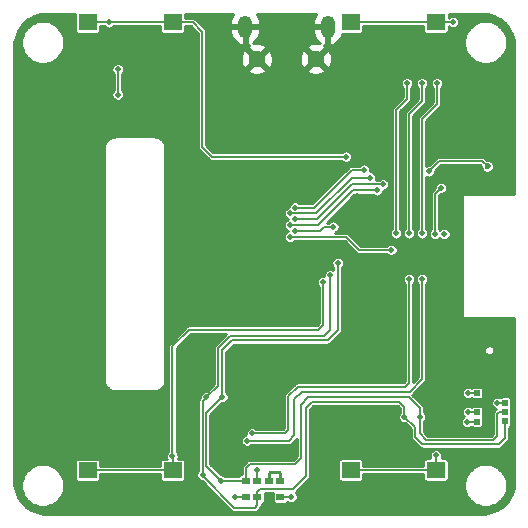
<source format=gbr>
G04 #@! TF.GenerationSoftware,KiCad,Pcbnew,5.1.5-52549c5~84~ubuntu19.04.1*
G04 #@! TF.CreationDate,2020-01-17T15:01:35+01:00*
G04 #@! TF.ProjectId,badge,62616467-652e-46b6-9963-61645f706362,rev?*
G04 #@! TF.SameCoordinates,Original*
G04 #@! TF.FileFunction,Copper,L1,Top*
G04 #@! TF.FilePolarity,Positive*
%FSLAX46Y46*%
G04 Gerber Fmt 4.6, Leading zero omitted, Abs format (unit mm)*
G04 Created by KiCad (PCBNEW 5.1.5-52549c5~84~ubuntu19.04.1) date 2020-01-17 15:01:35*
%MOMM*%
%LPD*%
G04 APERTURE LIST*
%ADD10R,0.718820X0.599440*%
%ADD11R,0.500000X0.500000*%
%ADD12O,1.200000X1.900000*%
%ADD13C,1.450000*%
%ADD14R,1.600000X1.400000*%
%ADD15C,0.508000*%
%ADD16C,0.152400*%
%ADD17C,0.254000*%
G04 APERTURE END LIST*
D10*
X118645920Y-115861700D03*
X119616200Y-115861700D03*
X120581400Y-115861700D03*
X121551680Y-115861700D03*
X121551680Y-117258700D03*
X120581400Y-117258700D03*
X119616200Y-117258700D03*
X118645920Y-117258700D03*
D11*
X140602800Y-108451400D03*
X140602800Y-109251400D03*
X140602800Y-110051400D03*
X140602800Y-110851400D03*
X138202800Y-110871400D03*
X138202800Y-110051400D03*
X138202800Y-109251400D03*
X138202800Y-108451400D03*
D12*
X125575000Y-77437500D03*
X118575000Y-77437500D03*
D13*
X124575000Y-80137500D03*
X119575000Y-80137500D03*
D14*
X127522400Y-117958600D03*
X134722400Y-117958600D03*
X127522400Y-114958600D03*
X134722400Y-114958600D03*
X112446600Y-114984000D03*
X105246600Y-114984000D03*
X112446600Y-117984000D03*
X105246600Y-117984000D03*
X105246600Y-80050000D03*
X112446600Y-80050000D03*
X105246600Y-77050000D03*
X112446600Y-77050000D03*
X134722400Y-77050000D03*
X127522400Y-77050000D03*
X134722400Y-80050000D03*
X127522400Y-80050000D03*
D15*
X129334994Y-106230000D03*
X130535000Y-106250000D03*
X103835000Y-111920000D03*
X115095000Y-77040000D03*
X122285000Y-100740000D03*
X138025000Y-104820000D03*
X140475000Y-104830000D03*
X139245000Y-103600000D03*
X139245000Y-106057400D03*
X137375000Y-111780000D03*
X115145000Y-116900000D03*
X117075000Y-113640000D03*
X115787600Y-113640000D03*
X114305000Y-113080000D03*
X114295000Y-112440000D03*
X111655000Y-109380000D03*
X111655000Y-110370000D03*
X111655000Y-111370000D03*
X111635000Y-112800000D03*
X124985000Y-118000000D03*
X126025000Y-116260000D03*
X126025000Y-114110000D03*
X140615000Y-107550000D03*
X140245000Y-90350000D03*
X122385000Y-102250000D03*
X122785000Y-99750000D03*
X122345000Y-99250000D03*
X122765000Y-98750000D03*
X122355000Y-98240000D03*
X122775000Y-97740000D03*
X122375000Y-97240000D03*
X122815000Y-96730000D03*
X122375000Y-96240000D03*
X122795879Y-95741043D03*
X122379524Y-92242470D03*
X136845000Y-91700000D03*
X136195000Y-95200000D03*
X136205000Y-98500000D03*
X136845000Y-101930000D03*
X135745000Y-101940000D03*
X134655000Y-101940000D03*
X128055000Y-101960000D03*
X129625000Y-99590000D03*
X130525000Y-95750000D03*
X128045000Y-91769800D03*
X131885000Y-88920000D03*
X116455000Y-87650000D03*
X116995000Y-84820000D03*
X111070000Y-79415000D03*
X110210000Y-79425000D03*
X111070000Y-78645000D03*
X110200000Y-78655000D03*
X108220000Y-79305000D03*
X103165000Y-80820000D03*
X103165000Y-83560000D03*
X102275000Y-82260000D03*
X112215000Y-85500000D03*
X111205000Y-85520000D03*
X110235000Y-85520000D03*
X111070800Y-80314000D03*
X118600000Y-108000000D03*
X125205000Y-99040000D03*
X112425000Y-113810000D03*
X134735000Y-113730000D03*
X137475000Y-110040000D03*
X137465000Y-108440000D03*
X122505000Y-117240000D03*
X107800000Y-83175000D03*
X107800000Y-81025000D03*
X122370238Y-95236107D03*
X130970000Y-96316400D03*
X122805344Y-94739304D03*
X126042400Y-94360600D03*
X122816600Y-92737540D03*
X128633200Y-89534600D03*
X122385234Y-93237595D03*
X129141200Y-90195000D03*
X122374640Y-94238680D03*
X129725400Y-91287200D03*
X122814589Y-93739377D03*
X130258800Y-90779200D03*
X132275000Y-82200000D03*
X131355000Y-94930000D03*
X133545000Y-82210000D03*
X132445000Y-94920000D03*
X134125000Y-89680000D03*
X139125000Y-89250000D03*
X134815000Y-82210000D03*
X133555000Y-94920000D03*
X132445000Y-98790000D03*
X119175000Y-111860000D03*
X119605000Y-115000000D03*
X118735000Y-112470000D03*
X133555000Y-98790000D03*
X114985000Y-115379100D03*
X125805000Y-98480000D03*
X132075000Y-110470000D03*
X115285000Y-108820000D03*
X116546700Y-115861700D03*
X126415000Y-97410000D03*
X133365000Y-110480000D03*
X116645000Y-108780000D03*
X117745000Y-117260000D03*
X137375000Y-110890000D03*
X139945000Y-109250000D03*
X135450000Y-94975000D03*
X127100000Y-88425000D03*
X107075000Y-77050000D03*
X136195000Y-77030000D03*
X135150000Y-91075000D03*
X134650000Y-94975000D03*
D16*
X140602800Y-107562200D02*
X140615000Y-107550000D01*
X140602800Y-108451400D02*
X140602800Y-107562200D01*
X125205000Y-99040000D02*
X125195000Y-99050000D01*
X125195000Y-99050000D02*
X125195000Y-102650000D01*
X125195000Y-102650000D02*
X124775000Y-103070000D01*
X124775000Y-103070000D02*
X113835000Y-103070000D01*
X113835000Y-103070000D02*
X112425000Y-104480000D01*
X112425000Y-104480000D02*
X112425000Y-113810000D01*
X112446600Y-113831600D02*
X112425000Y-113810000D01*
X112446600Y-114984000D02*
X112446600Y-113831600D01*
X105246600Y-114984000D02*
X112446600Y-114984000D01*
X134722400Y-114958600D02*
X133770000Y-114958600D01*
X133770000Y-114958600D02*
X127522400Y-114958600D01*
X134735000Y-113730000D02*
X134735000Y-114946000D01*
X134735000Y-114946000D02*
X134722400Y-114958600D01*
X137486400Y-110051400D02*
X137475000Y-110040000D01*
X138202800Y-110051400D02*
X137486400Y-110051400D01*
X137476400Y-108451400D02*
X137465000Y-108440000D01*
X138202800Y-108451400D02*
X137476400Y-108451400D01*
X122486300Y-117258700D02*
X122505000Y-117240000D01*
X121551680Y-117258700D02*
X122486300Y-117258700D01*
X107800000Y-83175000D02*
X107800000Y-81025000D01*
X122371031Y-95236900D02*
X127147300Y-95236900D01*
X122370238Y-95236107D02*
X122371031Y-95236900D01*
X127147300Y-95236900D02*
X128226800Y-96316400D01*
X128226800Y-96316400D02*
X130970000Y-96316400D01*
X124901696Y-94739304D02*
X125280400Y-94360600D01*
X122805344Y-94739304D02*
X124901696Y-94739304D01*
X125280400Y-94360600D02*
X126042400Y-94360600D01*
X124407460Y-92737540D02*
X127610400Y-89534600D01*
X122816600Y-92737540D02*
X124407460Y-92737540D01*
X127610400Y-89534600D02*
X128273990Y-89534600D01*
X128273990Y-89534600D02*
X128633200Y-89534600D01*
X124587405Y-93237595D02*
X127630000Y-90195000D01*
X122385234Y-93237595D02*
X124587405Y-93237595D01*
X127630000Y-90195000D02*
X129141200Y-90195000D01*
X124741920Y-94238680D02*
X127693400Y-91287200D01*
X122374640Y-94238680D02*
X124741920Y-94238680D01*
X127693400Y-91287200D02*
X129366190Y-91287200D01*
X129366190Y-91287200D02*
X129725400Y-91287200D01*
X124705623Y-93739377D02*
X127665800Y-90779200D01*
X122814589Y-93739377D02*
X124705623Y-93739377D01*
X127665800Y-90779200D02*
X130258800Y-90779200D01*
X132275000Y-83530000D02*
X132275000Y-82200000D01*
X131355000Y-84450000D02*
X132275000Y-83530000D01*
X131355000Y-94930000D02*
X131355000Y-84450000D01*
X132445000Y-84830000D02*
X133545000Y-83730000D01*
X132445000Y-94920000D02*
X132445000Y-84830000D01*
X133545000Y-83730000D02*
X133545000Y-82210000D01*
X138948999Y-89426001D02*
X139125000Y-89250000D01*
X134125000Y-89680000D02*
X135030000Y-88775000D01*
X138650000Y-88775000D02*
X139125000Y-89250000D01*
X135030000Y-88775000D02*
X138650000Y-88775000D01*
X134815000Y-83980000D02*
X134815000Y-82210000D01*
X133555000Y-85240000D02*
X134815000Y-83980000D01*
X133555000Y-94920000D02*
X133555000Y-85240000D01*
X132145000Y-107900000D02*
X132445000Y-107600000D01*
X122225000Y-111590000D02*
X122225000Y-108710000D01*
X123035000Y-107900000D02*
X132145000Y-107900000D01*
X121955000Y-111860000D02*
X122225000Y-111590000D01*
X122225000Y-108710000D02*
X123035000Y-107900000D01*
X132445000Y-107600000D02*
X132445000Y-105800000D01*
X119175000Y-111860000D02*
X121955000Y-111860000D01*
X132445000Y-105800000D02*
X132445000Y-98790000D01*
X119616200Y-115011200D02*
X119605000Y-115000000D01*
X119616200Y-115861700D02*
X119616200Y-115011200D01*
X122745000Y-112030000D02*
X122305000Y-112470000D01*
X122745000Y-108960000D02*
X122745000Y-112030000D01*
X123385000Y-108320000D02*
X122745000Y-108960000D01*
X132505000Y-108320000D02*
X123385000Y-108320000D01*
X119094210Y-112470000D02*
X118735000Y-112470000D01*
X133555000Y-98790000D02*
X133555000Y-107270000D01*
X133555000Y-107270000D02*
X132505000Y-108320000D01*
X122305000Y-112470000D02*
X119094210Y-112470000D01*
X114985000Y-115379100D02*
X114985000Y-115490000D01*
X114985000Y-114385000D02*
X114985000Y-115379100D01*
X123715000Y-109700000D02*
X124215000Y-109200000D01*
X123715000Y-115470000D02*
X123715000Y-109700000D01*
X131635000Y-109200000D02*
X132075000Y-109640000D01*
X122625000Y-116560000D02*
X123715000Y-115470000D01*
X119862780Y-116560000D02*
X122625000Y-116560000D01*
X119616200Y-117258700D02*
X119616200Y-116806580D01*
X119616200Y-116806580D02*
X119862780Y-116560000D01*
X124215000Y-109200000D02*
X131635000Y-109200000D01*
X132075000Y-109640000D02*
X132075000Y-110470000D01*
X140602800Y-112262200D02*
X140075000Y-112790000D01*
X140602800Y-110851400D02*
X140602800Y-112262200D01*
X140075000Y-112790000D02*
X133585000Y-112790000D01*
X133585000Y-112790000D02*
X132945000Y-112150000D01*
X132945000Y-112150000D02*
X132945000Y-111340000D01*
X132945000Y-111340000D02*
X132075000Y-110470000D01*
X125805000Y-103070000D02*
X125805000Y-98839210D01*
X116275000Y-104610000D02*
X117295000Y-103590000D01*
X125285000Y-103590000D02*
X125805000Y-103070000D01*
X117295000Y-103590000D02*
X125285000Y-103590000D01*
X115285000Y-108820000D02*
X116275000Y-107830000D01*
X116275000Y-107830000D02*
X116275000Y-104610000D01*
X125805000Y-98839210D02*
X125805000Y-98480000D01*
X115285000Y-108820000D02*
X114985000Y-109120000D01*
X114985000Y-115490000D02*
X117675000Y-118180000D01*
X117675000Y-118180000D02*
X119385000Y-118180000D01*
X119385000Y-118180000D02*
X119616200Y-117948800D01*
X119616200Y-117948800D02*
X119616200Y-117258700D01*
X114985000Y-109120000D02*
X114985000Y-114385000D01*
X116546700Y-115861700D02*
X115289810Y-114604810D01*
X118645920Y-115861700D02*
X116546700Y-115861700D01*
X115289810Y-114604810D02*
X115289810Y-110135190D01*
X115289810Y-110135190D02*
X116645000Y-108780000D01*
X123295000Y-109450000D02*
X123925000Y-108820000D01*
X123925000Y-108820000D02*
X132475000Y-108820000D01*
X123295000Y-113950000D02*
X123295000Y-109450000D01*
X118645920Y-115861700D02*
X118645920Y-114769080D01*
X122795000Y-114450000D02*
X123295000Y-113950000D01*
X118965000Y-114450000D02*
X122795000Y-114450000D01*
X118645920Y-114769080D02*
X118965000Y-114450000D01*
X132475000Y-108820000D02*
X133365000Y-109710000D01*
X133365000Y-109710000D02*
X133365000Y-110480000D01*
X139925000Y-110180000D02*
X140053600Y-110051400D01*
X139925000Y-112060000D02*
X139925000Y-110180000D01*
X139585000Y-112400000D02*
X139925000Y-112060000D01*
X133915000Y-112400000D02*
X139585000Y-112400000D01*
X133365000Y-110480000D02*
X133365000Y-111850000D01*
X133365000Y-111850000D02*
X133915000Y-112400000D01*
X140053600Y-110051400D02*
X140602800Y-110051400D01*
X116645000Y-104830000D02*
X117495000Y-103980000D01*
X116645000Y-108780000D02*
X116645000Y-104830000D01*
X117495000Y-103980000D02*
X125575000Y-103980000D01*
X125575000Y-103980000D02*
X126415000Y-103140000D01*
X126415000Y-103140000D02*
X126415000Y-97769210D01*
X126415000Y-97769210D02*
X126415000Y-97410000D01*
X117746300Y-117258700D02*
X117745000Y-117260000D01*
X118645920Y-117258700D02*
X117746300Y-117258700D01*
X137393600Y-110871400D02*
X137375000Y-110890000D01*
X138202800Y-110871400D02*
X137393600Y-110871400D01*
X139945000Y-109250000D02*
X140601400Y-109250000D01*
X140601400Y-109250000D02*
X140602800Y-109251400D01*
D17*
X120581400Y-115233600D02*
X120715000Y-115100000D01*
X120581400Y-115861700D02*
X120581400Y-115233600D01*
X120715000Y-115100000D02*
X121415000Y-115100000D01*
X121415000Y-115100000D02*
X121551680Y-115236680D01*
X121551680Y-115236680D02*
X121551680Y-115861700D01*
D16*
X114135000Y-77050000D02*
X114950000Y-77865000D01*
X112446600Y-77050000D02*
X114135000Y-77050000D01*
X114950000Y-77865000D02*
X114950000Y-82500000D01*
X123205000Y-88425000D02*
X127100000Y-88425000D01*
X114950000Y-87625000D02*
X115750000Y-88425000D01*
X115750000Y-88425000D02*
X123205000Y-88425000D01*
X114950000Y-82500000D02*
X114950000Y-83250000D01*
X114950000Y-82500000D02*
X114950000Y-87625000D01*
X112446600Y-77050000D02*
X112446600Y-77446600D01*
X105246600Y-77050000D02*
X107075000Y-77050000D01*
X107075000Y-77050000D02*
X112446600Y-77050000D01*
X134722400Y-77050000D02*
X136175000Y-77050000D01*
X136175000Y-77050000D02*
X136195000Y-77030000D01*
X127522400Y-77050000D02*
X134722400Y-77050000D01*
X134650000Y-94975000D02*
X134650000Y-91575000D01*
X134650000Y-91575000D02*
X135150000Y-91075000D01*
D17*
G36*
X104165849Y-76350000D02*
G01*
X104165849Y-77750000D01*
X104171244Y-77804772D01*
X104187220Y-77857439D01*
X104213164Y-77905977D01*
X104248079Y-77948521D01*
X104290623Y-77983436D01*
X104339161Y-78009380D01*
X104391828Y-78025356D01*
X104446600Y-78030751D01*
X106046600Y-78030751D01*
X106101372Y-78025356D01*
X106154039Y-78009380D01*
X106202577Y-77983436D01*
X106245121Y-77948521D01*
X106280036Y-77905977D01*
X106305980Y-77857439D01*
X106321956Y-77804772D01*
X106327351Y-77750000D01*
X106327351Y-77405600D01*
X106676258Y-77405600D01*
X106734977Y-77464319D01*
X106822340Y-77522693D01*
X106919413Y-77562902D01*
X107022465Y-77583400D01*
X107127535Y-77583400D01*
X107230587Y-77562902D01*
X107327660Y-77522693D01*
X107415023Y-77464319D01*
X107473742Y-77405600D01*
X111365849Y-77405600D01*
X111365849Y-77750000D01*
X111371244Y-77804772D01*
X111387220Y-77857439D01*
X111413164Y-77905977D01*
X111448079Y-77948521D01*
X111490623Y-77983436D01*
X111539161Y-78009380D01*
X111591828Y-78025356D01*
X111646600Y-78030751D01*
X113246600Y-78030751D01*
X113301372Y-78025356D01*
X113354039Y-78009380D01*
X113402577Y-77983436D01*
X113445121Y-77948521D01*
X113480036Y-77905977D01*
X113505980Y-77857439D01*
X113521956Y-77804772D01*
X113527351Y-77750000D01*
X113527351Y-77405600D01*
X113987707Y-77405600D01*
X114594400Y-78012295D01*
X114594401Y-82482528D01*
X114594400Y-82482538D01*
X114594401Y-87607534D01*
X114592681Y-87625000D01*
X114599546Y-87694710D01*
X114619880Y-87761741D01*
X114629629Y-87779980D01*
X114652900Y-87823516D01*
X114697338Y-87877663D01*
X114710901Y-87888794D01*
X115486206Y-88664100D01*
X115497337Y-88677663D01*
X115551484Y-88722101D01*
X115613260Y-88755121D01*
X115659956Y-88769286D01*
X115680289Y-88775454D01*
X115686566Y-88776072D01*
X115732537Y-88780600D01*
X115732544Y-88780600D01*
X115750000Y-88782319D01*
X115767455Y-88780600D01*
X126701258Y-88780600D01*
X126759977Y-88839319D01*
X126847340Y-88897693D01*
X126944413Y-88937902D01*
X127047465Y-88958400D01*
X127152535Y-88958400D01*
X127255587Y-88937902D01*
X127352660Y-88897693D01*
X127440023Y-88839319D01*
X127514319Y-88765023D01*
X127572693Y-88677660D01*
X127612902Y-88580587D01*
X127633400Y-88477535D01*
X127633400Y-88372465D01*
X127612902Y-88269413D01*
X127572693Y-88172340D01*
X127514319Y-88084977D01*
X127440023Y-88010681D01*
X127352660Y-87952307D01*
X127255587Y-87912098D01*
X127152535Y-87891600D01*
X127047465Y-87891600D01*
X126944413Y-87912098D01*
X126847340Y-87952307D01*
X126759977Y-88010681D01*
X126701258Y-88069400D01*
X115897294Y-88069400D01*
X115305600Y-87477707D01*
X115305600Y-81076633D01*
X118815472Y-81076633D01*
X118877965Y-81312950D01*
X119120678Y-81426350D01*
X119380849Y-81490219D01*
X119648482Y-81502104D01*
X119913291Y-81461548D01*
X120165100Y-81370109D01*
X120272035Y-81312950D01*
X120334528Y-81076633D01*
X123815472Y-81076633D01*
X123877965Y-81312950D01*
X124120678Y-81426350D01*
X124380849Y-81490219D01*
X124648482Y-81502104D01*
X124913291Y-81461548D01*
X125165100Y-81370109D01*
X125272035Y-81312950D01*
X125334528Y-81076633D01*
X124575000Y-80317105D01*
X123815472Y-81076633D01*
X120334528Y-81076633D01*
X119575000Y-80317105D01*
X118815472Y-81076633D01*
X115305600Y-81076633D01*
X115305600Y-80210982D01*
X118210396Y-80210982D01*
X118250952Y-80475791D01*
X118342391Y-80727600D01*
X118399550Y-80834535D01*
X118635867Y-80897028D01*
X119395395Y-80137500D01*
X119754605Y-80137500D01*
X120514133Y-80897028D01*
X120750450Y-80834535D01*
X120863850Y-80591822D01*
X120927719Y-80331651D01*
X120933077Y-80210982D01*
X123210396Y-80210982D01*
X123250952Y-80475791D01*
X123342391Y-80727600D01*
X123399550Y-80834535D01*
X123635867Y-80897028D01*
X124395395Y-80137500D01*
X124754605Y-80137500D01*
X125514133Y-80897028D01*
X125750450Y-80834535D01*
X125863850Y-80591822D01*
X125927719Y-80331651D01*
X125939604Y-80064018D01*
X125899048Y-79799209D01*
X125807609Y-79547400D01*
X125750450Y-79440465D01*
X125514133Y-79377972D01*
X124754605Y-80137500D01*
X124395395Y-80137500D01*
X123635867Y-79377972D01*
X123399550Y-79440465D01*
X123286150Y-79683178D01*
X123222281Y-79943349D01*
X123210396Y-80210982D01*
X120933077Y-80210982D01*
X120939604Y-80064018D01*
X120899048Y-79799209D01*
X120807609Y-79547400D01*
X120750450Y-79440465D01*
X120514133Y-79377972D01*
X119754605Y-80137500D01*
X119395395Y-80137500D01*
X118635867Y-79377972D01*
X118399550Y-79440465D01*
X118286150Y-79683178D01*
X118222281Y-79943349D01*
X118210396Y-80210982D01*
X115305600Y-80210982D01*
X115305600Y-77882455D01*
X115307319Y-77864999D01*
X115305600Y-77847544D01*
X115305600Y-77847537D01*
X115300507Y-77795826D01*
X115300454Y-77795289D01*
X115288620Y-77756277D01*
X115280121Y-77728260D01*
X115247101Y-77666484D01*
X115242001Y-77660270D01*
X115213795Y-77625900D01*
X115213785Y-77625890D01*
X115202662Y-77612337D01*
X115189110Y-77601215D01*
X115152395Y-77564500D01*
X117340000Y-77564500D01*
X117340000Y-77914500D01*
X117388507Y-78152996D01*
X117482610Y-78377446D01*
X117618693Y-78579225D01*
X117791526Y-78750578D01*
X117994467Y-78884921D01*
X118219718Y-78977091D01*
X118257391Y-78980962D01*
X118448000Y-78856231D01*
X118448000Y-77564500D01*
X118702000Y-77564500D01*
X118702000Y-78856231D01*
X118875862Y-78970003D01*
X118815472Y-79198367D01*
X119575000Y-79957895D01*
X120334528Y-79198367D01*
X123815472Y-79198367D01*
X124575000Y-79957895D01*
X125334528Y-79198367D01*
X125274138Y-78970003D01*
X125448000Y-78856231D01*
X125448000Y-77564500D01*
X124340000Y-77564500D01*
X124340000Y-77914500D01*
X124388507Y-78152996D01*
X124482610Y-78377446D01*
X124618693Y-78579225D01*
X124791526Y-78750578D01*
X124886836Y-78813671D01*
X124769151Y-78784781D01*
X124501518Y-78772896D01*
X124236709Y-78813452D01*
X123984900Y-78904891D01*
X123877965Y-78962050D01*
X123815472Y-79198367D01*
X120334528Y-79198367D01*
X120272035Y-78962050D01*
X120029322Y-78848650D01*
X119769151Y-78784781D01*
X119501518Y-78772896D01*
X119271558Y-78808115D01*
X119358474Y-78750578D01*
X119531307Y-78579225D01*
X119667390Y-78377446D01*
X119761493Y-78152996D01*
X119810000Y-77914500D01*
X119810000Y-77564500D01*
X118702000Y-77564500D01*
X118448000Y-77564500D01*
X117340000Y-77564500D01*
X115152395Y-77564500D01*
X114398799Y-76810905D01*
X114387663Y-76797337D01*
X114333516Y-76752899D01*
X114271740Y-76719879D01*
X114204710Y-76699546D01*
X114152463Y-76694400D01*
X114152455Y-76694400D01*
X114135000Y-76692681D01*
X114117545Y-76694400D01*
X113527351Y-76694400D01*
X113527351Y-76350000D01*
X113525948Y-76335757D01*
X117591728Y-76335757D01*
X117482610Y-76497554D01*
X117388507Y-76722004D01*
X117340000Y-76960500D01*
X117340000Y-77310500D01*
X118448000Y-77310500D01*
X118448000Y-77290500D01*
X118702000Y-77290500D01*
X118702000Y-77310500D01*
X119810000Y-77310500D01*
X119810000Y-76960500D01*
X119761493Y-76722004D01*
X119667390Y-76497554D01*
X119558272Y-76335757D01*
X124591728Y-76335757D01*
X124482610Y-76497554D01*
X124388507Y-76722004D01*
X124340000Y-76960500D01*
X124340000Y-77310500D01*
X125448000Y-77310500D01*
X125448000Y-77290500D01*
X125702000Y-77290500D01*
X125702000Y-77310500D01*
X125722000Y-77310500D01*
X125722000Y-77564500D01*
X125702000Y-77564500D01*
X125702000Y-78856231D01*
X125892609Y-78980962D01*
X125930282Y-78977091D01*
X126155533Y-78884921D01*
X126350999Y-78755526D01*
X137111002Y-78755526D01*
X137111402Y-78763943D01*
X137111405Y-78772364D01*
X137112170Y-78780108D01*
X137113311Y-78804104D01*
X137115354Y-78812316D01*
X137140470Y-79066420D01*
X137140477Y-79082686D01*
X137145951Y-79110145D01*
X137153155Y-79146299D01*
X137159386Y-79161328D01*
X137235022Y-79410294D01*
X137238156Y-79426091D01*
X137244430Y-79441260D01*
X137244473Y-79441402D01*
X137250361Y-79455599D01*
X137256744Y-79471033D01*
X137256820Y-79471176D01*
X137263103Y-79486326D01*
X137272050Y-79499705D01*
X137394594Y-79729257D01*
X137400812Y-79744287D01*
X137424315Y-79779497D01*
X137436823Y-79798238D01*
X137448312Y-79809739D01*
X137615253Y-80013347D01*
X137624374Y-80026984D01*
X137647219Y-80049808D01*
X137670043Y-80072653D01*
X137683681Y-80081775D01*
X137887291Y-80248718D01*
X137898790Y-80260205D01*
X137912288Y-80269214D01*
X137952738Y-80296215D01*
X137967773Y-80302435D01*
X138197325Y-80424977D01*
X138210702Y-80433923D01*
X138225852Y-80440206D01*
X138225995Y-80440282D01*
X138241429Y-80446665D01*
X138255626Y-80452553D01*
X138255768Y-80452596D01*
X138270937Y-80458870D01*
X138286733Y-80462003D01*
X138535704Y-80537641D01*
X138550730Y-80543871D01*
X138580140Y-80549731D01*
X138614341Y-80556549D01*
X138630611Y-80556556D01*
X138892585Y-80582449D01*
X138908640Y-80585637D01*
X138940969Y-80585626D01*
X138973298Y-80585637D01*
X138989353Y-80582449D01*
X139251329Y-80556554D01*
X139267595Y-80556547D01*
X139300578Y-80549972D01*
X139331207Y-80543868D01*
X139346230Y-80537639D01*
X139595212Y-80461997D01*
X139610997Y-80458866D01*
X139626154Y-80452597D01*
X139626309Y-80452550D01*
X139641484Y-80446257D01*
X139655939Y-80440278D01*
X139656075Y-80440205D01*
X139671233Y-80433919D01*
X139684613Y-80424970D01*
X139914166Y-80302427D01*
X139929191Y-80296211D01*
X139954280Y-80279464D01*
X139983143Y-80260200D01*
X139994647Y-80248708D01*
X140198254Y-80081768D01*
X140211888Y-80072649D01*
X140234349Y-80050167D01*
X140257556Y-80026981D01*
X140266679Y-80013341D01*
X140433615Y-79809738D01*
X140445106Y-79798235D01*
X140458347Y-79778395D01*
X140481117Y-79744284D01*
X140487337Y-79729248D01*
X140609877Y-79499701D01*
X140618824Y-79486323D01*
X140625108Y-79471171D01*
X140625183Y-79471030D01*
X140631418Y-79455956D01*
X140637455Y-79441398D01*
X140637500Y-79441250D01*
X140643771Y-79426088D01*
X140646903Y-79410298D01*
X140722543Y-79161318D01*
X140728771Y-79146298D01*
X140735974Y-79110151D01*
X140741449Y-79082685D01*
X140741456Y-79066419D01*
X140766572Y-78812315D01*
X140768615Y-78804104D01*
X140769755Y-78780110D01*
X140770521Y-78772365D01*
X140770524Y-78763942D01*
X140770924Y-78755525D01*
X140770530Y-78747750D01*
X140770538Y-78723731D01*
X140768890Y-78715431D01*
X140763945Y-78617951D01*
X140764011Y-78617493D01*
X140762313Y-78585775D01*
X140761506Y-78569868D01*
X140761437Y-78569405D01*
X140761411Y-78568928D01*
X140758967Y-78552940D01*
X140754293Y-78521772D01*
X140754137Y-78521338D01*
X140739820Y-78427667D01*
X140739763Y-78419151D01*
X140734929Y-78395667D01*
X140733762Y-78388034D01*
X140731668Y-78379826D01*
X140729957Y-78371516D01*
X140727663Y-78364133D01*
X140721738Y-78340910D01*
X140718063Y-78333227D01*
X140642508Y-78090007D01*
X140639233Y-78074094D01*
X140632909Y-78059106D01*
X140632907Y-78059101D01*
X140630032Y-78052290D01*
X140620325Y-78029285D01*
X140620316Y-78029269D01*
X140613996Y-78014294D01*
X140604886Y-78000855D01*
X140482289Y-77775092D01*
X140476268Y-77760671D01*
X140466849Y-77746660D01*
X140466550Y-77746109D01*
X140457838Y-77733255D01*
X140449135Y-77720309D01*
X140448734Y-77719823D01*
X140439264Y-77705851D01*
X140428143Y-77694876D01*
X140266499Y-77499032D01*
X140257984Y-77486221D01*
X140245910Y-77474087D01*
X140245356Y-77473416D01*
X140234513Y-77462633D01*
X140223680Y-77451747D01*
X140223006Y-77451191D01*
X140210870Y-77439123D01*
X140198058Y-77430614D01*
X140002155Y-77269032D01*
X139991176Y-77257915D01*
X139977201Y-77248450D01*
X139976716Y-77248050D01*
X139963789Y-77239367D01*
X139950909Y-77230643D01*
X139950357Y-77230344D01*
X139936345Y-77220931D01*
X139921923Y-77214916D01*
X139696121Y-77092398D01*
X139682676Y-77083291D01*
X139667691Y-77076973D01*
X139667679Y-77076966D01*
X139651370Y-77070090D01*
X139637862Y-77064395D01*
X139637851Y-77064392D01*
X139622865Y-77058074D01*
X139606955Y-77054805D01*
X139363704Y-76979330D01*
X139356022Y-76975659D01*
X139332799Y-76969741D01*
X139325414Y-76967450D01*
X139317108Y-76965743D01*
X139308894Y-76963650D01*
X139301253Y-76962485D01*
X139277775Y-76957660D01*
X139269259Y-76957606D01*
X139175590Y-76943323D01*
X139175151Y-76943165D01*
X139143673Y-76938456D01*
X139127989Y-76936064D01*
X139127520Y-76936039D01*
X139127052Y-76935969D01*
X139111048Y-76935163D01*
X139079425Y-76933480D01*
X139078966Y-76933546D01*
X138989524Y-76929039D01*
X138989125Y-76928940D01*
X138965018Y-76927786D01*
X138957142Y-76927010D01*
X138949249Y-76927010D01*
X138941390Y-76926614D01*
X138940968Y-76926634D01*
X138940546Y-76926614D01*
X138932686Y-76927010D01*
X138924794Y-76927010D01*
X138916927Y-76927785D01*
X138892813Y-76928939D01*
X138892411Y-76929039D01*
X138802972Y-76933545D01*
X138802512Y-76933479D01*
X138770815Y-76935166D01*
X138754887Y-76935968D01*
X138754420Y-76936038D01*
X138753947Y-76936063D01*
X138738102Y-76938479D01*
X138706788Y-76943164D01*
X138706352Y-76943321D01*
X138612677Y-76957605D01*
X138604161Y-76957659D01*
X138580676Y-76962485D01*
X138573041Y-76963649D01*
X138564839Y-76965739D01*
X138556522Y-76967448D01*
X138549122Y-76969744D01*
X138525913Y-76975658D01*
X138518237Y-76979327D01*
X138274983Y-77054800D01*
X138259068Y-77058070D01*
X138244079Y-77064389D01*
X138244073Y-77064391D01*
X138233659Y-77068782D01*
X138214254Y-77076963D01*
X138214243Y-77076969D01*
X138199259Y-77083287D01*
X138185812Y-77092395D01*
X137960017Y-77214908D01*
X137945587Y-77220927D01*
X137931567Y-77230345D01*
X137931023Y-77230640D01*
X137918285Y-77239267D01*
X137905216Y-77248046D01*
X137904727Y-77248449D01*
X137890755Y-77257912D01*
X137879778Y-77269027D01*
X137683875Y-77430607D01*
X137671061Y-77439118D01*
X137658925Y-77451186D01*
X137658251Y-77451742D01*
X137647388Y-77462658D01*
X137636575Y-77473411D01*
X137636024Y-77474078D01*
X137623946Y-77486216D01*
X137615428Y-77499032D01*
X137453790Y-77694868D01*
X137442665Y-77705847D01*
X137433190Y-77719826D01*
X137432794Y-77720306D01*
X137424200Y-77733090D01*
X137415378Y-77746106D01*
X137415075Y-77746665D01*
X137405661Y-77760668D01*
X137399643Y-77775081D01*
X137277047Y-78000843D01*
X137267931Y-78014290D01*
X137261606Y-78029277D01*
X137261603Y-78029282D01*
X137258860Y-78035782D01*
X137249020Y-78059097D01*
X137249014Y-78059115D01*
X137242695Y-78074091D01*
X137239422Y-78089994D01*
X137163863Y-78333226D01*
X137160188Y-78340909D01*
X137154260Y-78364138D01*
X137151969Y-78371515D01*
X137150261Y-78379812D01*
X137148163Y-78388034D01*
X137146994Y-78395682D01*
X137142163Y-78419150D01*
X137142106Y-78427662D01*
X137127789Y-78521337D01*
X137127633Y-78521771D01*
X137122953Y-78552977D01*
X137120515Y-78568929D01*
X137120490Y-78569404D01*
X137120420Y-78569868D01*
X137119613Y-78585779D01*
X137117915Y-78617492D01*
X137117981Y-78617950D01*
X137113036Y-78715431D01*
X137111388Y-78723731D01*
X137111396Y-78747751D01*
X137111002Y-78755526D01*
X126350999Y-78755526D01*
X126358474Y-78750578D01*
X126531307Y-78579225D01*
X126667390Y-78377446D01*
X126761493Y-78152996D01*
X126786356Y-78030751D01*
X128322400Y-78030751D01*
X128377172Y-78025356D01*
X128429839Y-78009380D01*
X128478377Y-77983436D01*
X128520921Y-77948521D01*
X128555836Y-77905977D01*
X128581780Y-77857439D01*
X128597756Y-77804772D01*
X128603151Y-77750000D01*
X128603151Y-77405600D01*
X133641649Y-77405600D01*
X133641649Y-77750000D01*
X133647044Y-77804772D01*
X133663020Y-77857439D01*
X133688964Y-77905977D01*
X133723879Y-77948521D01*
X133766423Y-77983436D01*
X133814961Y-78009380D01*
X133867628Y-78025356D01*
X133922400Y-78030751D01*
X135522400Y-78030751D01*
X135577172Y-78025356D01*
X135629839Y-78009380D01*
X135678377Y-77983436D01*
X135720921Y-77948521D01*
X135755836Y-77905977D01*
X135781780Y-77857439D01*
X135797756Y-77804772D01*
X135803151Y-77750000D01*
X135803151Y-77405600D01*
X135816258Y-77405600D01*
X135854977Y-77444319D01*
X135942340Y-77502693D01*
X136039413Y-77542902D01*
X136142465Y-77563400D01*
X136247535Y-77563400D01*
X136350587Y-77542902D01*
X136447660Y-77502693D01*
X136535023Y-77444319D01*
X136609319Y-77370023D01*
X136667693Y-77282660D01*
X136707902Y-77185587D01*
X136728400Y-77082535D01*
X136728400Y-76977465D01*
X136707902Y-76874413D01*
X136667693Y-76777340D01*
X136609319Y-76689977D01*
X136535023Y-76615681D01*
X136447660Y-76557307D01*
X136350587Y-76517098D01*
X136247535Y-76496600D01*
X136142465Y-76496600D01*
X136039413Y-76517098D01*
X135942340Y-76557307D01*
X135854977Y-76615681D01*
X135803151Y-76667507D01*
X135803151Y-76350000D01*
X135801748Y-76335757D01*
X138611284Y-76335757D01*
X138901393Y-76350309D01*
X139174334Y-76391730D01*
X139437330Y-76459030D01*
X139689227Y-76550871D01*
X139928770Y-76665921D01*
X140154664Y-76802865D01*
X140365539Y-76960355D01*
X140560008Y-77137026D01*
X140736678Y-77331494D01*
X140894163Y-77542366D01*
X141031106Y-77768259D01*
X141146155Y-78007801D01*
X141237996Y-78259701D01*
X141305296Y-78522693D01*
X141346716Y-78795634D01*
X141361269Y-79085763D01*
X141361269Y-91613000D01*
X137095000Y-91613000D01*
X137070224Y-91615440D01*
X137046399Y-91622667D01*
X137024443Y-91634403D01*
X137005197Y-91650197D01*
X136989403Y-91669443D01*
X136977667Y-91691399D01*
X136970440Y-91715224D01*
X136968000Y-91740000D01*
X136968000Y-101970000D01*
X136970440Y-101994776D01*
X136977667Y-102018601D01*
X136989403Y-102040557D01*
X137005197Y-102059803D01*
X137024443Y-102075597D01*
X137046399Y-102087333D01*
X137070224Y-102094560D01*
X137095000Y-102097000D01*
X141361268Y-102097000D01*
X141361268Y-115926416D01*
X141346716Y-116216529D01*
X141305295Y-116489491D01*
X141237992Y-116752520D01*
X141146151Y-117004449D01*
X141031091Y-117244048D01*
X140894146Y-117469983D01*
X140736656Y-117680902D01*
X140559982Y-117875417D01*
X140365511Y-118052136D01*
X140154630Y-118209671D01*
X139928731Y-118346656D01*
X139689193Y-118461739D01*
X139437308Y-118553604D01*
X139174310Y-118620929D01*
X138901378Y-118662362D01*
X138611288Y-118676919D01*
X101770603Y-118676919D01*
X101480501Y-118662362D01*
X101207558Y-118620929D01*
X100944539Y-118553605D01*
X100692607Y-118461735D01*
X100453018Y-118346643D01*
X100227075Y-118209655D01*
X100016157Y-118052124D01*
X99821636Y-117875401D01*
X99644911Y-117680878D01*
X99487370Y-117469948D01*
X99350382Y-117244006D01*
X99235292Y-117004416D01*
X99143425Y-116752492D01*
X99076099Y-116489468D01*
X99035766Y-116223768D01*
X99611352Y-116223768D01*
X99611363Y-116256097D01*
X99611352Y-116288426D01*
X99614540Y-116304483D01*
X99640434Y-116566457D01*
X99640441Y-116582722D01*
X99647247Y-116616866D01*
X99653119Y-116646336D01*
X99659347Y-116661358D01*
X99734987Y-116910339D01*
X99738119Y-116926126D01*
X99744389Y-116941286D01*
X99744435Y-116941437D01*
X99750699Y-116956543D01*
X99756707Y-116971068D01*
X99756779Y-116971202D01*
X99763065Y-116986361D01*
X99772015Y-116999744D01*
X99894556Y-117229293D01*
X99900774Y-117244324D01*
X99919358Y-117272165D01*
X99936784Y-117298275D01*
X99948277Y-117309780D01*
X100115217Y-117513387D01*
X100124336Y-117527020D01*
X100146997Y-117549661D01*
X100170005Y-117572690D01*
X100183643Y-117581812D01*
X100387246Y-117748750D01*
X100398750Y-117760242D01*
X100417719Y-117772902D01*
X100452699Y-117796251D01*
X100467728Y-117802468D01*
X100697290Y-117925018D01*
X100710663Y-117933961D01*
X100725809Y-117940242D01*
X100725955Y-117940320D01*
X100741766Y-117946859D01*
X100755587Y-117952591D01*
X100755726Y-117952633D01*
X100770897Y-117958908D01*
X100786695Y-117962042D01*
X101035663Y-118037679D01*
X101050689Y-118043909D01*
X101083941Y-118050535D01*
X101114301Y-118056587D01*
X101130568Y-118056594D01*
X101392543Y-118082488D01*
X101408599Y-118085676D01*
X101440928Y-118085665D01*
X101473257Y-118085676D01*
X101489314Y-118082488D01*
X101751288Y-118056594D01*
X101767554Y-118056587D01*
X101795538Y-118051009D01*
X101831167Y-118043909D01*
X101846196Y-118037678D01*
X102095162Y-117962041D01*
X102110958Y-117958908D01*
X102126127Y-117952634D01*
X102126269Y-117952591D01*
X102140466Y-117946703D01*
X102155900Y-117940320D01*
X102156043Y-117940244D01*
X102171193Y-117933961D01*
X102184569Y-117925015D01*
X102414124Y-117802470D01*
X102429156Y-117796252D01*
X102454351Y-117779433D01*
X102483106Y-117760242D01*
X102494618Y-117748743D01*
X102698219Y-117581808D01*
X102711851Y-117572690D01*
X102734313Y-117550207D01*
X102757520Y-117527021D01*
X102766642Y-117513383D01*
X102933585Y-117309773D01*
X102945072Y-117298274D01*
X102959830Y-117276163D01*
X102981082Y-117244326D01*
X102987302Y-117229291D01*
X103109844Y-116999740D01*
X103118791Y-116986361D01*
X103125076Y-116971207D01*
X103125149Y-116971069D01*
X103131313Y-116956167D01*
X103137421Y-116941437D01*
X103137466Y-116941289D01*
X103143737Y-116926127D01*
X103146869Y-116910337D01*
X103222510Y-116661355D01*
X103228737Y-116646336D01*
X103233978Y-116620035D01*
X103241415Y-116582723D01*
X103241422Y-116566457D01*
X103267316Y-116304482D01*
X103270504Y-116288426D01*
X103270493Y-116256097D01*
X103270504Y-116223768D01*
X103267316Y-116207712D01*
X103241422Y-115945737D01*
X103241415Y-115929470D01*
X103235363Y-115899110D01*
X103228737Y-115865858D01*
X103222507Y-115850832D01*
X103146869Y-115601863D01*
X103143736Y-115586067D01*
X103137462Y-115570898D01*
X103137419Y-115570756D01*
X103131531Y-115556559D01*
X103125148Y-115541125D01*
X103125072Y-115540982D01*
X103118789Y-115525832D01*
X103109843Y-115512456D01*
X102987300Y-115282904D01*
X102981081Y-115267870D01*
X102960249Y-115236662D01*
X102945071Y-115213920D01*
X102933578Y-115202415D01*
X102766642Y-114998813D01*
X102757520Y-114985174D01*
X102734455Y-114962130D01*
X102711852Y-114939506D01*
X102698214Y-114930384D01*
X102494612Y-114763447D01*
X102483105Y-114751953D01*
X102458384Y-114735454D01*
X102429154Y-114715943D01*
X102414123Y-114709725D01*
X102184573Y-114587183D01*
X102171193Y-114578235D01*
X102156038Y-114571950D01*
X102155899Y-114571876D01*
X102140842Y-114565648D01*
X102126269Y-114559605D01*
X102126123Y-114559561D01*
X102110957Y-114553288D01*
X102095164Y-114550155D01*
X101846196Y-114474518D01*
X101831167Y-114468287D01*
X101795538Y-114461187D01*
X101767554Y-114455609D01*
X101751288Y-114455602D01*
X101505556Y-114431313D01*
X101505502Y-114431297D01*
X101489260Y-114429697D01*
X101473257Y-114426520D01*
X101444649Y-114426530D01*
X101437207Y-114426530D01*
X101408599Y-114426520D01*
X101392596Y-114429697D01*
X101376354Y-114431297D01*
X101376300Y-114431313D01*
X101130568Y-114455602D01*
X101114301Y-114455609D01*
X101083941Y-114461661D01*
X101050689Y-114468287D01*
X101035663Y-114474517D01*
X100786694Y-114550155D01*
X100770898Y-114553288D01*
X100755729Y-114559562D01*
X100755587Y-114559605D01*
X100741390Y-114565493D01*
X100725956Y-114571876D01*
X100725813Y-114571952D01*
X100710663Y-114578235D01*
X100697287Y-114587181D01*
X100467739Y-114709722D01*
X100452700Y-114715943D01*
X100415464Y-114740798D01*
X100398751Y-114751953D01*
X100387250Y-114763442D01*
X100183642Y-114930384D01*
X100170004Y-114939506D01*
X100147401Y-114962130D01*
X100124336Y-114985174D01*
X100115215Y-114998811D01*
X99948283Y-115202410D01*
X99936785Y-115213920D01*
X99919981Y-115239098D01*
X99900775Y-115267871D01*
X99894557Y-115282901D01*
X99772015Y-115512452D01*
X99763067Y-115525832D01*
X99756782Y-115540987D01*
X99756708Y-115541126D01*
X99750480Y-115556183D01*
X99744437Y-115570756D01*
X99744393Y-115570902D01*
X99738120Y-115586068D01*
X99734987Y-115601861D01*
X99659350Y-115850829D01*
X99653119Y-115865858D01*
X99646019Y-115901487D01*
X99640441Y-115929471D01*
X99640434Y-115945737D01*
X99614540Y-116207711D01*
X99611352Y-116223768D01*
X99035766Y-116223768D01*
X99034666Y-116216523D01*
X99020109Y-115926420D01*
X99020109Y-114284000D01*
X104165849Y-114284000D01*
X104165849Y-115684000D01*
X104171244Y-115738772D01*
X104187220Y-115791439D01*
X104213164Y-115839977D01*
X104248079Y-115882521D01*
X104290623Y-115917436D01*
X104339161Y-115943380D01*
X104391828Y-115959356D01*
X104446600Y-115964751D01*
X106046600Y-115964751D01*
X106101372Y-115959356D01*
X106154039Y-115943380D01*
X106202577Y-115917436D01*
X106245121Y-115882521D01*
X106280036Y-115839977D01*
X106305980Y-115791439D01*
X106321956Y-115738772D01*
X106327351Y-115684000D01*
X106327351Y-115339600D01*
X111365849Y-115339600D01*
X111365849Y-115684000D01*
X111371244Y-115738772D01*
X111387220Y-115791439D01*
X111413164Y-115839977D01*
X111448079Y-115882521D01*
X111490623Y-115917436D01*
X111539161Y-115943380D01*
X111591828Y-115959356D01*
X111646600Y-115964751D01*
X113246600Y-115964751D01*
X113301372Y-115959356D01*
X113354039Y-115943380D01*
X113402577Y-115917436D01*
X113445121Y-115882521D01*
X113480036Y-115839977D01*
X113505980Y-115791439D01*
X113521956Y-115738772D01*
X113527351Y-115684000D01*
X113527351Y-114284000D01*
X113521956Y-114229228D01*
X113505980Y-114176561D01*
X113480036Y-114128023D01*
X113445121Y-114085479D01*
X113402577Y-114050564D01*
X113354039Y-114024620D01*
X113301372Y-114008644D01*
X113246600Y-114003249D01*
X112922302Y-114003249D01*
X112937902Y-113965587D01*
X112958400Y-113862535D01*
X112958400Y-113757465D01*
X112937902Y-113654413D01*
X112897693Y-113557340D01*
X112839319Y-113469977D01*
X112780600Y-113411258D01*
X112780600Y-104627293D01*
X113982295Y-103425600D01*
X116956506Y-103425600D01*
X116035901Y-104346206D01*
X116022338Y-104357337D01*
X115977900Y-104411484D01*
X115965976Y-104433793D01*
X115944880Y-104473259D01*
X115924546Y-104540290D01*
X115917681Y-104610000D01*
X115919401Y-104627465D01*
X115919400Y-107682705D01*
X115315506Y-108286600D01*
X115232465Y-108286600D01*
X115129413Y-108307098D01*
X115032340Y-108347307D01*
X114944977Y-108405681D01*
X114870681Y-108479977D01*
X114812307Y-108567340D01*
X114772098Y-108664413D01*
X114751600Y-108767465D01*
X114751600Y-108850507D01*
X114745901Y-108856206D01*
X114732337Y-108867338D01*
X114687899Y-108921485D01*
X114665889Y-108962663D01*
X114654880Y-108983259D01*
X114634546Y-109050290D01*
X114633867Y-109057188D01*
X114629400Y-109102538D01*
X114629400Y-109102545D01*
X114627681Y-109120000D01*
X114629400Y-109137455D01*
X114629401Y-114367528D01*
X114629400Y-114367538D01*
X114629401Y-114980357D01*
X114570681Y-115039077D01*
X114512307Y-115126440D01*
X114472098Y-115223513D01*
X114451600Y-115326565D01*
X114451600Y-115431635D01*
X114472098Y-115534687D01*
X114512307Y-115631760D01*
X114570681Y-115719123D01*
X114644977Y-115793419D01*
X114732340Y-115851793D01*
X114829413Y-115892002D01*
X114897690Y-115905583D01*
X117411210Y-118419105D01*
X117422337Y-118432663D01*
X117435895Y-118443790D01*
X117435900Y-118443795D01*
X117462454Y-118465587D01*
X117476484Y-118477101D01*
X117538260Y-118510121D01*
X117605290Y-118530454D01*
X117657537Y-118535600D01*
X117657546Y-118535600D01*
X117674999Y-118537319D01*
X117692452Y-118535600D01*
X119367545Y-118535600D01*
X119385000Y-118537319D01*
X119402455Y-118535600D01*
X119402463Y-118535600D01*
X119454710Y-118530454D01*
X119521740Y-118510121D01*
X119583516Y-118477101D01*
X119637663Y-118432663D01*
X119648798Y-118419095D01*
X119855304Y-118212590D01*
X119868862Y-118201463D01*
X119879990Y-118187904D01*
X119879995Y-118187899D01*
X119913300Y-118147317D01*
X119913302Y-118147315D01*
X119946321Y-118085540D01*
X119966452Y-118019176D01*
X119966654Y-118018511D01*
X119968367Y-118001119D01*
X119971800Y-117966263D01*
X119971800Y-117966256D01*
X119973519Y-117948801D01*
X119971800Y-117931346D01*
X119971800Y-117839171D01*
X119975610Y-117839171D01*
X120030382Y-117833776D01*
X120083049Y-117817800D01*
X120131587Y-117791856D01*
X120174131Y-117756941D01*
X120209046Y-117714397D01*
X120234990Y-117665859D01*
X120250966Y-117613192D01*
X120256361Y-117558420D01*
X120256361Y-116958980D01*
X120252088Y-116915600D01*
X120915792Y-116915600D01*
X120911519Y-116958980D01*
X120911519Y-117558420D01*
X120916914Y-117613192D01*
X120932890Y-117665859D01*
X120958834Y-117714397D01*
X120993749Y-117756941D01*
X121036293Y-117791856D01*
X121084831Y-117817800D01*
X121137498Y-117833776D01*
X121192270Y-117839171D01*
X121911090Y-117839171D01*
X121965862Y-117833776D01*
X122018529Y-117817800D01*
X122067067Y-117791856D01*
X122109611Y-117756941D01*
X122144526Y-117714397D01*
X122170470Y-117665859D01*
X122172455Y-117659316D01*
X122252340Y-117712693D01*
X122349413Y-117752902D01*
X122452465Y-117773400D01*
X122557535Y-117773400D01*
X122660587Y-117752902D01*
X122757660Y-117712693D01*
X122845023Y-117654319D01*
X122919319Y-117580023D01*
X122977693Y-117492660D01*
X123017902Y-117395587D01*
X123038400Y-117292535D01*
X123038400Y-117187465D01*
X123017902Y-117084413D01*
X122977693Y-116987340D01*
X122919319Y-116899977D01*
X122852586Y-116833244D01*
X122877663Y-116812663D01*
X122888799Y-116799094D01*
X123464125Y-116223768D01*
X137111388Y-116223768D01*
X137111399Y-116256097D01*
X137111388Y-116288426D01*
X137114576Y-116304483D01*
X137140470Y-116566460D01*
X137140477Y-116582722D01*
X137145529Y-116608065D01*
X137153155Y-116646336D01*
X137159384Y-116661360D01*
X137235023Y-116910337D01*
X137238155Y-116926128D01*
X137244426Y-116941290D01*
X137244471Y-116941438D01*
X137250579Y-116956168D01*
X137256743Y-116971070D01*
X137256816Y-116971208D01*
X137263101Y-116986362D01*
X137272049Y-116999742D01*
X137394594Y-117229296D01*
X137400811Y-117244325D01*
X137411999Y-117261085D01*
X137436821Y-117298276D01*
X137448319Y-117309786D01*
X137615251Y-117513385D01*
X137624373Y-117527023D01*
X137647402Y-117550030D01*
X137670042Y-117572691D01*
X137683676Y-117581810D01*
X137887286Y-117748754D01*
X137898789Y-117760245D01*
X137918500Y-117773400D01*
X137952737Y-117796254D01*
X137967773Y-117802474D01*
X138197328Y-117925018D01*
X138210702Y-117933962D01*
X138225848Y-117940243D01*
X138225996Y-117940322D01*
X138241645Y-117946794D01*
X138255626Y-117952592D01*
X138255769Y-117952635D01*
X138270938Y-117958909D01*
X138286733Y-117962042D01*
X138535704Y-118037680D01*
X138550730Y-118043910D01*
X138580140Y-118049770D01*
X138614341Y-118056588D01*
X138630611Y-118056595D01*
X138892585Y-118082488D01*
X138908640Y-118085676D01*
X138940969Y-118085665D01*
X138973298Y-118085676D01*
X138989353Y-118082488D01*
X139251329Y-118056593D01*
X139267595Y-118056586D01*
X139300578Y-118050011D01*
X139331207Y-118043907D01*
X139346230Y-118037678D01*
X139595206Y-117962038D01*
X139610996Y-117958906D01*
X139626159Y-117952635D01*
X139626309Y-117952589D01*
X139640961Y-117946512D01*
X139655938Y-117940318D01*
X139656079Y-117940243D01*
X139671233Y-117933958D01*
X139684610Y-117925012D01*
X139914165Y-117802466D01*
X139929194Y-117796249D01*
X139964170Y-117772902D01*
X139983143Y-117760239D01*
X139994645Y-117748749D01*
X140198255Y-117581805D01*
X140211888Y-117572687D01*
X140234349Y-117550205D01*
X140257557Y-117527018D01*
X140266680Y-117513378D01*
X140433614Y-117309778D01*
X140445107Y-117298273D01*
X140462532Y-117272165D01*
X140481117Y-117244323D01*
X140487336Y-117229289D01*
X140609878Y-116999740D01*
X140618826Y-116986360D01*
X140625111Y-116971206D01*
X140625184Y-116971068D01*
X140631348Y-116956166D01*
X140637456Y-116941436D01*
X140637501Y-116941288D01*
X140643772Y-116926126D01*
X140646904Y-116910336D01*
X140722545Y-116661353D01*
X140728772Y-116646334D01*
X140733779Y-116621205D01*
X140741450Y-116582722D01*
X140741457Y-116566454D01*
X140767350Y-116304482D01*
X140770538Y-116288426D01*
X140770527Y-116256097D01*
X140770538Y-116223767D01*
X140767350Y-116207712D01*
X140741456Y-115945738D01*
X140741449Y-115929472D01*
X140732872Y-115886441D01*
X140728771Y-115865859D01*
X140722543Y-115850839D01*
X140646903Y-115601859D01*
X140643771Y-115586069D01*
X140637500Y-115570907D01*
X140637455Y-115570759D01*
X140631418Y-115556201D01*
X140625183Y-115541127D01*
X140625108Y-115540986D01*
X140618824Y-115525834D01*
X140609877Y-115512456D01*
X140487337Y-115282909D01*
X140481117Y-115267873D01*
X140458239Y-115233600D01*
X140445106Y-115213922D01*
X140433615Y-115202419D01*
X140266679Y-114998816D01*
X140257556Y-114985176D01*
X140234349Y-114961990D01*
X140211888Y-114939508D01*
X140198254Y-114930389D01*
X139994647Y-114763449D01*
X139983143Y-114751957D01*
X139952249Y-114731337D01*
X139929191Y-114715946D01*
X139914166Y-114709730D01*
X139684613Y-114587187D01*
X139671233Y-114578238D01*
X139656075Y-114571952D01*
X139655939Y-114571879D01*
X139641484Y-114565900D01*
X139626309Y-114559607D01*
X139626154Y-114559560D01*
X139610997Y-114553291D01*
X139595212Y-114550160D01*
X139346230Y-114474518D01*
X139331207Y-114468289D01*
X139300578Y-114462185D01*
X139267595Y-114455610D01*
X139251329Y-114455603D01*
X139005596Y-114431313D01*
X139005542Y-114431297D01*
X138989300Y-114429697D01*
X138973298Y-114426520D01*
X138944690Y-114426530D01*
X138937248Y-114426530D01*
X138908640Y-114426520D01*
X138892638Y-114429697D01*
X138876394Y-114431297D01*
X138876340Y-114431313D01*
X138630611Y-114455601D01*
X138614341Y-114455608D01*
X138580140Y-114462426D01*
X138550730Y-114468286D01*
X138535704Y-114474516D01*
X138286733Y-114550154D01*
X138270937Y-114553287D01*
X138255768Y-114559561D01*
X138255626Y-114559604D01*
X138241429Y-114565492D01*
X138225995Y-114571875D01*
X138225852Y-114571951D01*
X138210702Y-114578234D01*
X138197325Y-114587180D01*
X137967773Y-114709722D01*
X137952738Y-114715942D01*
X137913221Y-114742320D01*
X137898790Y-114751952D01*
X137887291Y-114763439D01*
X137683681Y-114930382D01*
X137670043Y-114939504D01*
X137647438Y-114962130D01*
X137624374Y-114985173D01*
X137615253Y-114998810D01*
X137448312Y-115202418D01*
X137436823Y-115213919D01*
X137427716Y-115227564D01*
X137400812Y-115267870D01*
X137394594Y-115282900D01*
X137272050Y-115512452D01*
X137263103Y-115525831D01*
X137256820Y-115540981D01*
X137256744Y-115541124D01*
X137250361Y-115556558D01*
X137244473Y-115570755D01*
X137244430Y-115570897D01*
X137238156Y-115586066D01*
X137235022Y-115601863D01*
X137159386Y-115850829D01*
X137153155Y-115865858D01*
X137146055Y-115901487D01*
X137140477Y-115929471D01*
X137140470Y-115945737D01*
X137114576Y-116207711D01*
X137111388Y-116223768D01*
X123464125Y-116223768D01*
X123954104Y-115733790D01*
X123967662Y-115722663D01*
X123978790Y-115709104D01*
X123978795Y-115709099D01*
X123999393Y-115684000D01*
X124012101Y-115668516D01*
X124045121Y-115606740D01*
X124065454Y-115539710D01*
X124070600Y-115487463D01*
X124070600Y-115487455D01*
X124072319Y-115470000D01*
X124070600Y-115452545D01*
X124070600Y-114258600D01*
X126441649Y-114258600D01*
X126441649Y-115658600D01*
X126447044Y-115713372D01*
X126463020Y-115766039D01*
X126488964Y-115814577D01*
X126523879Y-115857121D01*
X126566423Y-115892036D01*
X126614961Y-115917980D01*
X126667628Y-115933956D01*
X126722400Y-115939351D01*
X128322400Y-115939351D01*
X128377172Y-115933956D01*
X128429839Y-115917980D01*
X128478377Y-115892036D01*
X128520921Y-115857121D01*
X128555836Y-115814577D01*
X128581780Y-115766039D01*
X128597756Y-115713372D01*
X128603151Y-115658600D01*
X128603151Y-115314200D01*
X133641649Y-115314200D01*
X133641649Y-115658600D01*
X133647044Y-115713372D01*
X133663020Y-115766039D01*
X133688964Y-115814577D01*
X133723879Y-115857121D01*
X133766423Y-115892036D01*
X133814961Y-115917980D01*
X133867628Y-115933956D01*
X133922400Y-115939351D01*
X135522400Y-115939351D01*
X135577172Y-115933956D01*
X135629839Y-115917980D01*
X135678377Y-115892036D01*
X135720921Y-115857121D01*
X135755836Y-115814577D01*
X135781780Y-115766039D01*
X135797756Y-115713372D01*
X135803151Y-115658600D01*
X135803151Y-114258600D01*
X135797756Y-114203828D01*
X135781780Y-114151161D01*
X135755836Y-114102623D01*
X135720921Y-114060079D01*
X135678377Y-114025164D01*
X135629839Y-113999220D01*
X135577172Y-113983244D01*
X135522400Y-113977849D01*
X135209686Y-113977849D01*
X135247902Y-113885587D01*
X135268400Y-113782535D01*
X135268400Y-113677465D01*
X135247902Y-113574413D01*
X135207693Y-113477340D01*
X135149319Y-113389977D01*
X135075023Y-113315681D01*
X134987660Y-113257307D01*
X134890587Y-113217098D01*
X134787535Y-113196600D01*
X134682465Y-113196600D01*
X134579413Y-113217098D01*
X134482340Y-113257307D01*
X134394977Y-113315681D01*
X134320681Y-113389977D01*
X134262307Y-113477340D01*
X134222098Y-113574413D01*
X134201600Y-113677465D01*
X134201600Y-113782535D01*
X134222098Y-113885587D01*
X134260314Y-113977849D01*
X133922400Y-113977849D01*
X133867628Y-113983244D01*
X133814961Y-113999220D01*
X133766423Y-114025164D01*
X133723879Y-114060079D01*
X133688964Y-114102623D01*
X133663020Y-114151161D01*
X133647044Y-114203828D01*
X133641649Y-114258600D01*
X133641649Y-114603000D01*
X128603151Y-114603000D01*
X128603151Y-114258600D01*
X128597756Y-114203828D01*
X128581780Y-114151161D01*
X128555836Y-114102623D01*
X128520921Y-114060079D01*
X128478377Y-114025164D01*
X128429839Y-113999220D01*
X128377172Y-113983244D01*
X128322400Y-113977849D01*
X126722400Y-113977849D01*
X126667628Y-113983244D01*
X126614961Y-113999220D01*
X126566423Y-114025164D01*
X126523879Y-114060079D01*
X126488964Y-114102623D01*
X126463020Y-114151161D01*
X126447044Y-114203828D01*
X126441649Y-114258600D01*
X124070600Y-114258600D01*
X124070600Y-109847293D01*
X124362294Y-109555600D01*
X131487707Y-109555600D01*
X131719400Y-109787294D01*
X131719401Y-110071257D01*
X131660681Y-110129977D01*
X131602307Y-110217340D01*
X131562098Y-110314413D01*
X131541600Y-110417465D01*
X131541600Y-110522535D01*
X131562098Y-110625587D01*
X131602307Y-110722660D01*
X131660681Y-110810023D01*
X131734977Y-110884319D01*
X131822340Y-110942693D01*
X131919413Y-110982902D01*
X132022465Y-111003400D01*
X132105507Y-111003400D01*
X132589401Y-111487295D01*
X132589400Y-112132544D01*
X132587681Y-112150000D01*
X132589400Y-112167455D01*
X132589400Y-112167462D01*
X132589936Y-112172899D01*
X132594546Y-112219710D01*
X132597941Y-112230902D01*
X132614879Y-112286739D01*
X132647899Y-112348515D01*
X132692337Y-112402662D01*
X132705901Y-112413794D01*
X133321206Y-113029100D01*
X133332337Y-113042663D01*
X133386484Y-113087101D01*
X133448260Y-113120121D01*
X133515290Y-113140454D01*
X133567537Y-113145600D01*
X133567545Y-113145600D01*
X133585000Y-113147319D01*
X133602455Y-113145600D01*
X140057545Y-113145600D01*
X140075000Y-113147319D01*
X140092455Y-113145600D01*
X140092463Y-113145600D01*
X140144710Y-113140454D01*
X140211740Y-113120121D01*
X140273516Y-113087101D01*
X140327663Y-113042663D01*
X140338799Y-113029094D01*
X140841900Y-112525994D01*
X140855463Y-112514863D01*
X140899901Y-112460716D01*
X140932921Y-112398940D01*
X140948217Y-112348515D01*
X140953254Y-112331911D01*
X140955150Y-112312662D01*
X140958400Y-112279663D01*
X140958400Y-112279656D01*
X140960119Y-112262200D01*
X140958400Y-112244745D01*
X140958400Y-111361338D01*
X140960239Y-111360780D01*
X141008777Y-111334836D01*
X141051321Y-111299921D01*
X141086236Y-111257377D01*
X141112180Y-111208839D01*
X141128156Y-111156172D01*
X141133551Y-111101400D01*
X141133551Y-110601400D01*
X141128156Y-110546628D01*
X141112180Y-110493961D01*
X141089431Y-110451400D01*
X141112180Y-110408839D01*
X141128156Y-110356172D01*
X141133551Y-110301400D01*
X141133551Y-109801400D01*
X141128156Y-109746628D01*
X141112180Y-109693961D01*
X141089431Y-109651400D01*
X141112180Y-109608839D01*
X141128156Y-109556172D01*
X141133551Y-109501400D01*
X141133551Y-109001400D01*
X141128156Y-108946628D01*
X141112180Y-108893961D01*
X141086236Y-108845423D01*
X141051321Y-108802879D01*
X141008777Y-108767964D01*
X140960239Y-108742020D01*
X140907572Y-108726044D01*
X140852800Y-108720649D01*
X140352800Y-108720649D01*
X140298028Y-108726044D01*
X140245361Y-108742020D01*
X140196823Y-108767964D01*
X140189538Y-108773943D01*
X140100587Y-108737098D01*
X139997535Y-108716600D01*
X139892465Y-108716600D01*
X139789413Y-108737098D01*
X139692340Y-108777307D01*
X139604977Y-108835681D01*
X139530681Y-108909977D01*
X139472307Y-108997340D01*
X139432098Y-109094413D01*
X139411600Y-109197465D01*
X139411600Y-109302535D01*
X139432098Y-109405587D01*
X139472307Y-109502660D01*
X139530681Y-109590023D01*
X139604977Y-109664319D01*
X139692340Y-109722693D01*
X139789413Y-109762902D01*
X139833835Y-109771738D01*
X139800937Y-109798737D01*
X139789801Y-109812306D01*
X139685901Y-109916206D01*
X139672338Y-109927337D01*
X139627900Y-109981484D01*
X139614208Y-110007100D01*
X139594880Y-110043259D01*
X139574546Y-110110290D01*
X139567681Y-110180000D01*
X139569401Y-110197465D01*
X139569400Y-111912706D01*
X139437707Y-112044400D01*
X134062295Y-112044400D01*
X133720600Y-111702707D01*
X133720600Y-110878742D01*
X133761877Y-110837465D01*
X136841600Y-110837465D01*
X136841600Y-110942535D01*
X136862098Y-111045587D01*
X136902307Y-111142660D01*
X136960681Y-111230023D01*
X137034977Y-111304319D01*
X137122340Y-111362693D01*
X137219413Y-111402902D01*
X137322465Y-111423400D01*
X137427535Y-111423400D01*
X137530587Y-111402902D01*
X137627660Y-111362693D01*
X137715023Y-111304319D01*
X137729552Y-111289790D01*
X137754279Y-111319921D01*
X137796823Y-111354836D01*
X137845361Y-111380780D01*
X137898028Y-111396756D01*
X137952800Y-111402151D01*
X138452800Y-111402151D01*
X138507572Y-111396756D01*
X138560239Y-111380780D01*
X138608777Y-111354836D01*
X138651321Y-111319921D01*
X138686236Y-111277377D01*
X138712180Y-111228839D01*
X138728156Y-111176172D01*
X138733551Y-111121400D01*
X138733551Y-110621400D01*
X138728156Y-110566628D01*
X138712180Y-110513961D01*
X138686236Y-110465423D01*
X138682934Y-110461400D01*
X138686236Y-110457377D01*
X138712180Y-110408839D01*
X138728156Y-110356172D01*
X138733551Y-110301400D01*
X138733551Y-109801400D01*
X138728156Y-109746628D01*
X138712180Y-109693961D01*
X138686236Y-109645423D01*
X138651321Y-109602879D01*
X138608777Y-109567964D01*
X138560239Y-109542020D01*
X138507572Y-109526044D01*
X138452800Y-109520649D01*
X137952800Y-109520649D01*
X137898028Y-109526044D01*
X137845361Y-109542020D01*
X137796823Y-109567964D01*
X137766225Y-109593075D01*
X137727660Y-109567307D01*
X137630587Y-109527098D01*
X137527535Y-109506600D01*
X137422465Y-109506600D01*
X137319413Y-109527098D01*
X137222340Y-109567307D01*
X137134977Y-109625681D01*
X137060681Y-109699977D01*
X137002307Y-109787340D01*
X136962098Y-109884413D01*
X136941600Y-109987465D01*
X136941600Y-110092535D01*
X136962098Y-110195587D01*
X137002307Y-110292660D01*
X137060681Y-110380023D01*
X137107728Y-110427070D01*
X137034977Y-110475681D01*
X136960681Y-110549977D01*
X136902307Y-110637340D01*
X136862098Y-110734413D01*
X136841600Y-110837465D01*
X133761877Y-110837465D01*
X133779319Y-110820023D01*
X133837693Y-110732660D01*
X133877902Y-110635587D01*
X133898400Y-110532535D01*
X133898400Y-110427465D01*
X133877902Y-110324413D01*
X133837693Y-110227340D01*
X133779319Y-110139977D01*
X133720600Y-110081258D01*
X133720600Y-109727455D01*
X133722319Y-109709999D01*
X133720600Y-109692544D01*
X133720600Y-109692537D01*
X133715454Y-109640290D01*
X133711023Y-109625681D01*
X133699210Y-109586741D01*
X133695121Y-109573260D01*
X133693534Y-109570290D01*
X133685987Y-109556172D01*
X133662101Y-109511484D01*
X133656011Y-109504063D01*
X133628795Y-109470900D01*
X133628785Y-109470890D01*
X133617662Y-109457337D01*
X133604110Y-109446215D01*
X132742775Y-108584882D01*
X132757663Y-108572663D01*
X132768799Y-108559094D01*
X132940428Y-108387465D01*
X136931600Y-108387465D01*
X136931600Y-108492535D01*
X136952098Y-108595587D01*
X136992307Y-108692660D01*
X137050681Y-108780023D01*
X137124977Y-108854319D01*
X137212340Y-108912693D01*
X137309413Y-108952902D01*
X137412465Y-108973400D01*
X137517535Y-108973400D01*
X137620587Y-108952902D01*
X137717660Y-108912693D01*
X137748080Y-108892367D01*
X137754279Y-108899921D01*
X137796823Y-108934836D01*
X137845361Y-108960780D01*
X137898028Y-108976756D01*
X137952800Y-108982151D01*
X138452800Y-108982151D01*
X138507572Y-108976756D01*
X138560239Y-108960780D01*
X138608777Y-108934836D01*
X138651321Y-108899921D01*
X138686236Y-108857377D01*
X138712180Y-108808839D01*
X138728156Y-108756172D01*
X138733551Y-108701400D01*
X138733551Y-108201400D01*
X138728156Y-108146628D01*
X138712180Y-108093961D01*
X138686236Y-108045423D01*
X138651321Y-108002879D01*
X138608777Y-107967964D01*
X138560239Y-107942020D01*
X138507572Y-107926044D01*
X138452800Y-107920649D01*
X137952800Y-107920649D01*
X137898028Y-107926044D01*
X137845361Y-107942020D01*
X137796823Y-107967964D01*
X137761737Y-107996758D01*
X137717660Y-107967307D01*
X137620587Y-107927098D01*
X137517535Y-107906600D01*
X137412465Y-107906600D01*
X137309413Y-107927098D01*
X137212340Y-107967307D01*
X137124977Y-108025681D01*
X137050681Y-108099977D01*
X136992307Y-108187340D01*
X136952098Y-108284413D01*
X136931600Y-108387465D01*
X132940428Y-108387465D01*
X133794105Y-107533790D01*
X133807663Y-107522663D01*
X133818790Y-107509105D01*
X133818795Y-107509100D01*
X133848683Y-107472681D01*
X133852101Y-107468516D01*
X133885121Y-107406740D01*
X133905454Y-107339710D01*
X133910600Y-107287463D01*
X133910600Y-107287454D01*
X133912319Y-107270001D01*
X133910600Y-107252548D01*
X133910600Y-104781877D01*
X138808500Y-104781877D01*
X138808500Y-104868923D01*
X138825482Y-104954297D01*
X138858793Y-105034718D01*
X138907154Y-105107095D01*
X138968705Y-105168646D01*
X139041082Y-105217007D01*
X139121503Y-105250318D01*
X139206877Y-105267300D01*
X139293923Y-105267300D01*
X139379297Y-105250318D01*
X139459718Y-105217007D01*
X139532095Y-105168646D01*
X139593646Y-105107095D01*
X139642007Y-105034718D01*
X139675318Y-104954297D01*
X139692300Y-104868923D01*
X139692300Y-104781877D01*
X139675318Y-104696503D01*
X139642007Y-104616082D01*
X139593646Y-104543705D01*
X139532095Y-104482154D01*
X139459718Y-104433793D01*
X139379297Y-104400482D01*
X139293923Y-104383500D01*
X139206877Y-104383500D01*
X139121503Y-104400482D01*
X139041082Y-104433793D01*
X138968705Y-104482154D01*
X138907154Y-104543705D01*
X138858793Y-104616082D01*
X138825482Y-104696503D01*
X138808500Y-104781877D01*
X133910600Y-104781877D01*
X133910600Y-99188742D01*
X133969319Y-99130023D01*
X134027693Y-99042660D01*
X134067902Y-98945587D01*
X134088400Y-98842535D01*
X134088400Y-98737465D01*
X134067902Y-98634413D01*
X134027693Y-98537340D01*
X133969319Y-98449977D01*
X133895023Y-98375681D01*
X133807660Y-98317307D01*
X133710587Y-98277098D01*
X133607535Y-98256600D01*
X133502465Y-98256600D01*
X133399413Y-98277098D01*
X133302340Y-98317307D01*
X133214977Y-98375681D01*
X133140681Y-98449977D01*
X133082307Y-98537340D01*
X133042098Y-98634413D01*
X133021600Y-98737465D01*
X133021600Y-98842535D01*
X133042098Y-98945587D01*
X133082307Y-99042660D01*
X133140681Y-99130023D01*
X133199400Y-99188742D01*
X133199401Y-107122704D01*
X132800600Y-107521506D01*
X132800600Y-99188742D01*
X132859319Y-99130023D01*
X132917693Y-99042660D01*
X132957902Y-98945587D01*
X132978400Y-98842535D01*
X132978400Y-98737465D01*
X132957902Y-98634413D01*
X132917693Y-98537340D01*
X132859319Y-98449977D01*
X132785023Y-98375681D01*
X132697660Y-98317307D01*
X132600587Y-98277098D01*
X132497535Y-98256600D01*
X132392465Y-98256600D01*
X132289413Y-98277098D01*
X132192340Y-98317307D01*
X132104977Y-98375681D01*
X132030681Y-98449977D01*
X131972307Y-98537340D01*
X131932098Y-98634413D01*
X131911600Y-98737465D01*
X131911600Y-98842535D01*
X131932098Y-98945587D01*
X131972307Y-99042660D01*
X132030681Y-99130023D01*
X132089401Y-99188743D01*
X132089400Y-105817462D01*
X132089401Y-105817472D01*
X132089400Y-107452706D01*
X131997706Y-107544400D01*
X123052455Y-107544400D01*
X123035000Y-107542681D01*
X123017544Y-107544400D01*
X123017537Y-107544400D01*
X122971566Y-107548928D01*
X122965289Y-107549546D01*
X122936102Y-107558400D01*
X122898260Y-107569879D01*
X122836484Y-107602899D01*
X122782337Y-107647337D01*
X122771206Y-107660900D01*
X121985901Y-108446206D01*
X121972338Y-108457337D01*
X121961207Y-108470900D01*
X121961205Y-108470902D01*
X121951958Y-108482170D01*
X121927900Y-108511484D01*
X121919425Y-108527340D01*
X121894880Y-108573259D01*
X121874546Y-108640290D01*
X121867681Y-108710000D01*
X121869401Y-108727465D01*
X121869400Y-111442706D01*
X121807707Y-111504400D01*
X119573742Y-111504400D01*
X119515023Y-111445681D01*
X119427660Y-111387307D01*
X119330587Y-111347098D01*
X119227535Y-111326600D01*
X119122465Y-111326600D01*
X119019413Y-111347098D01*
X118922340Y-111387307D01*
X118834977Y-111445681D01*
X118760681Y-111519977D01*
X118702307Y-111607340D01*
X118662098Y-111704413D01*
X118641600Y-111807465D01*
X118641600Y-111912535D01*
X118647760Y-111943503D01*
X118579413Y-111957098D01*
X118482340Y-111997307D01*
X118394977Y-112055681D01*
X118320681Y-112129977D01*
X118262307Y-112217340D01*
X118222098Y-112314413D01*
X118201600Y-112417465D01*
X118201600Y-112522535D01*
X118222098Y-112625587D01*
X118262307Y-112722660D01*
X118320681Y-112810023D01*
X118394977Y-112884319D01*
X118482340Y-112942693D01*
X118579413Y-112982902D01*
X118682465Y-113003400D01*
X118787535Y-113003400D01*
X118890587Y-112982902D01*
X118987660Y-112942693D01*
X119075023Y-112884319D01*
X119133742Y-112825600D01*
X122287545Y-112825600D01*
X122305000Y-112827319D01*
X122322455Y-112825600D01*
X122322463Y-112825600D01*
X122374710Y-112820454D01*
X122441740Y-112800121D01*
X122503516Y-112767101D01*
X122557663Y-112722663D01*
X122568799Y-112709094D01*
X122939400Y-112338493D01*
X122939400Y-113802706D01*
X122647707Y-114094400D01*
X118982452Y-114094400D01*
X118964999Y-114092681D01*
X118947546Y-114094400D01*
X118947537Y-114094400D01*
X118895290Y-114099546D01*
X118828260Y-114119879D01*
X118766484Y-114152899D01*
X118766482Y-114152900D01*
X118766483Y-114152900D01*
X118725900Y-114186205D01*
X118725895Y-114186210D01*
X118712337Y-114197337D01*
X118701210Y-114210895D01*
X118406820Y-114505286D01*
X118393258Y-114516417D01*
X118382127Y-114529980D01*
X118382125Y-114529982D01*
X118373358Y-114540665D01*
X118348820Y-114570564D01*
X118332310Y-114601452D01*
X118315800Y-114632339D01*
X118295466Y-114699370D01*
X118288601Y-114769080D01*
X118290321Y-114786545D01*
X118290321Y-115281229D01*
X118286510Y-115281229D01*
X118231738Y-115286624D01*
X118179071Y-115302600D01*
X118130533Y-115328544D01*
X118087989Y-115363459D01*
X118053074Y-115406003D01*
X118027130Y-115454541D01*
X118011490Y-115506100D01*
X116945442Y-115506100D01*
X116886723Y-115447381D01*
X116799360Y-115389007D01*
X116702287Y-115348798D01*
X116599235Y-115328300D01*
X116516194Y-115328300D01*
X115645410Y-114457517D01*
X115645410Y-110282483D01*
X116614495Y-109313400D01*
X116697535Y-109313400D01*
X116800587Y-109292902D01*
X116897660Y-109252693D01*
X116985023Y-109194319D01*
X117059319Y-109120023D01*
X117117693Y-109032660D01*
X117157902Y-108935587D01*
X117178400Y-108832535D01*
X117178400Y-108727465D01*
X117157902Y-108624413D01*
X117117693Y-108527340D01*
X117059319Y-108439977D01*
X117000600Y-108381258D01*
X117000600Y-104977293D01*
X117642294Y-104335600D01*
X125557545Y-104335600D01*
X125575000Y-104337319D01*
X125592455Y-104335600D01*
X125592463Y-104335600D01*
X125644710Y-104330454D01*
X125711740Y-104310121D01*
X125773516Y-104277101D01*
X125827663Y-104232663D01*
X125838799Y-104219095D01*
X126654110Y-103403785D01*
X126667662Y-103392663D01*
X126678785Y-103379110D01*
X126678795Y-103379100D01*
X126712100Y-103338517D01*
X126712102Y-103338515D01*
X126745121Y-103276740D01*
X126765454Y-103209710D01*
X126770600Y-103157463D01*
X126770600Y-103157454D01*
X126772319Y-103140001D01*
X126770600Y-103122548D01*
X126770600Y-97808742D01*
X126829319Y-97750023D01*
X126887693Y-97662660D01*
X126927902Y-97565587D01*
X126948400Y-97462535D01*
X126948400Y-97357465D01*
X126927902Y-97254413D01*
X126887693Y-97157340D01*
X126829319Y-97069977D01*
X126755023Y-96995681D01*
X126667660Y-96937307D01*
X126570587Y-96897098D01*
X126467535Y-96876600D01*
X126362465Y-96876600D01*
X126259413Y-96897098D01*
X126162340Y-96937307D01*
X126074977Y-96995681D01*
X126000681Y-97069977D01*
X125942307Y-97157340D01*
X125902098Y-97254413D01*
X125881600Y-97357465D01*
X125881600Y-97462535D01*
X125902098Y-97565587D01*
X125942307Y-97662660D01*
X126000681Y-97750023D01*
X126059401Y-97808743D01*
X126059401Y-98008470D01*
X126057660Y-98007307D01*
X125960587Y-97967098D01*
X125857535Y-97946600D01*
X125752465Y-97946600D01*
X125649413Y-97967098D01*
X125552340Y-98007307D01*
X125464977Y-98065681D01*
X125390681Y-98139977D01*
X125332307Y-98227340D01*
X125292098Y-98324413D01*
X125271600Y-98427465D01*
X125271600Y-98509398D01*
X125257535Y-98506600D01*
X125152465Y-98506600D01*
X125049413Y-98527098D01*
X124952340Y-98567307D01*
X124864977Y-98625681D01*
X124790681Y-98699977D01*
X124732307Y-98787340D01*
X124692098Y-98884413D01*
X124671600Y-98987465D01*
X124671600Y-99092535D01*
X124692098Y-99195587D01*
X124732307Y-99292660D01*
X124790681Y-99380023D01*
X124839400Y-99428742D01*
X124839401Y-102502705D01*
X124627707Y-102714400D01*
X113852455Y-102714400D01*
X113834999Y-102712681D01*
X113817544Y-102714400D01*
X113817537Y-102714400D01*
X113772187Y-102718867D01*
X113765289Y-102719546D01*
X113736102Y-102728400D01*
X113698260Y-102739879D01*
X113636484Y-102772899D01*
X113636482Y-102772900D01*
X113636483Y-102772900D01*
X113595900Y-102806205D01*
X113595895Y-102806210D01*
X113582337Y-102817337D01*
X113571210Y-102830895D01*
X112185901Y-104216206D01*
X112172337Y-104227338D01*
X112127899Y-104281485D01*
X112094879Y-104343261D01*
X112074546Y-104410291D01*
X112069400Y-104462538D01*
X112069400Y-104462545D01*
X112067681Y-104480000D01*
X112069400Y-104497455D01*
X112069401Y-113411257D01*
X112010681Y-113469977D01*
X111952307Y-113557340D01*
X111912098Y-113654413D01*
X111891600Y-113757465D01*
X111891600Y-113862535D01*
X111912098Y-113965587D01*
X111927698Y-114003249D01*
X111646600Y-114003249D01*
X111591828Y-114008644D01*
X111539161Y-114024620D01*
X111490623Y-114050564D01*
X111448079Y-114085479D01*
X111413164Y-114128023D01*
X111387220Y-114176561D01*
X111371244Y-114229228D01*
X111365849Y-114284000D01*
X111365849Y-114628400D01*
X106327351Y-114628400D01*
X106327351Y-114284000D01*
X106321956Y-114229228D01*
X106305980Y-114176561D01*
X106280036Y-114128023D01*
X106245121Y-114085479D01*
X106202577Y-114050564D01*
X106154039Y-114024620D01*
X106101372Y-114008644D01*
X106046600Y-114003249D01*
X104446600Y-114003249D01*
X104391828Y-114008644D01*
X104339161Y-114024620D01*
X104290623Y-114050564D01*
X104248079Y-114085479D01*
X104213164Y-114128023D01*
X104187220Y-114176561D01*
X104171244Y-114229228D01*
X104165849Y-114284000D01*
X99020109Y-114284000D01*
X99020109Y-87734165D01*
X106623798Y-87734165D01*
X106623853Y-87734444D01*
X106623852Y-107277718D01*
X106623798Y-107277992D01*
X106623852Y-107309633D01*
X106623852Y-107326046D01*
X106623881Y-107326335D01*
X106623881Y-107326625D01*
X106625509Y-107342869D01*
X106628619Y-107374446D01*
X106628700Y-107374714D01*
X106637332Y-107460843D01*
X106637421Y-107477688D01*
X106643806Y-107508925D01*
X106650068Y-107540128D01*
X106656541Y-107555680D01*
X106685595Y-107649666D01*
X106688854Y-107665603D01*
X106700484Y-107693260D01*
X106713992Y-107725390D01*
X106723103Y-107738870D01*
X106768306Y-107822359D01*
X106774357Y-107836875D01*
X106783703Y-107850796D01*
X106783954Y-107851259D01*
X106792772Y-107864304D01*
X106801466Y-107877253D01*
X106801798Y-107877655D01*
X106811191Y-107891551D01*
X106822374Y-107902615D01*
X106881642Y-107974507D01*
X106890236Y-107987430D01*
X106902220Y-107999467D01*
X106902687Y-108000034D01*
X106913642Y-108010941D01*
X106924549Y-108021896D01*
X106925116Y-108022363D01*
X106937153Y-108034347D01*
X106950076Y-108042941D01*
X107021968Y-108102209D01*
X107033032Y-108113392D01*
X107046928Y-108122785D01*
X107047330Y-108123117D01*
X107060279Y-108131811D01*
X107073324Y-108140629D01*
X107073787Y-108140880D01*
X107087708Y-108150226D01*
X107102225Y-108156277D01*
X107185713Y-108201480D01*
X107199193Y-108210591D01*
X107227539Y-108222508D01*
X107258979Y-108235729D01*
X107274919Y-108238989D01*
X107368902Y-108268042D01*
X107384454Y-108274515D01*
X107415622Y-108280770D01*
X107446894Y-108287162D01*
X107463740Y-108287251D01*
X107549868Y-108295883D01*
X107550136Y-108295964D01*
X107581666Y-108299069D01*
X107597956Y-108300702D01*
X107598247Y-108300702D01*
X107598536Y-108300731D01*
X107614949Y-108300731D01*
X107646590Y-108300785D01*
X107646864Y-108300731D01*
X110811300Y-108300731D01*
X110811574Y-108300785D01*
X110843215Y-108300731D01*
X110859629Y-108300731D01*
X110859918Y-108300702D01*
X110860207Y-108300702D01*
X110876394Y-108299080D01*
X110908029Y-108295964D01*
X110908298Y-108295882D01*
X110994425Y-108287251D01*
X111011270Y-108287162D01*
X111042507Y-108280777D01*
X111073710Y-108274515D01*
X111089262Y-108268042D01*
X111183248Y-108238988D01*
X111199185Y-108235729D01*
X111229463Y-108222997D01*
X111258972Y-108210591D01*
X111272452Y-108201480D01*
X111355941Y-108156277D01*
X111370457Y-108150226D01*
X111384378Y-108140880D01*
X111384841Y-108140629D01*
X111397886Y-108131811D01*
X111410835Y-108123117D01*
X111411237Y-108122785D01*
X111425133Y-108113392D01*
X111436197Y-108102209D01*
X111508089Y-108042941D01*
X111521012Y-108034347D01*
X111533049Y-108022363D01*
X111533616Y-108021896D01*
X111544523Y-108010941D01*
X111555478Y-108000034D01*
X111555945Y-107999467D01*
X111567929Y-107987430D01*
X111576523Y-107974507D01*
X111635791Y-107902615D01*
X111646974Y-107891551D01*
X111656367Y-107877655D01*
X111656699Y-107877253D01*
X111665393Y-107864304D01*
X111674211Y-107851259D01*
X111674462Y-107850796D01*
X111683808Y-107836875D01*
X111689859Y-107822358D01*
X111735062Y-107738870D01*
X111744173Y-107725390D01*
X111757681Y-107693260D01*
X111769311Y-107665604D01*
X111772571Y-107649664D01*
X111801624Y-107555681D01*
X111808097Y-107540129D01*
X111814352Y-107508961D01*
X111820744Y-107477689D01*
X111820833Y-107460843D01*
X111829465Y-107374715D01*
X111829546Y-107374447D01*
X111832651Y-107342917D01*
X111834284Y-107326627D01*
X111834284Y-107326336D01*
X111834313Y-107326047D01*
X111834313Y-107309634D01*
X111834367Y-107277993D01*
X111834313Y-107277719D01*
X111834313Y-95183572D01*
X121836838Y-95183572D01*
X121836838Y-95288642D01*
X121857336Y-95391694D01*
X121897545Y-95488767D01*
X121955919Y-95576130D01*
X122030215Y-95650426D01*
X122117578Y-95708800D01*
X122214651Y-95749009D01*
X122317703Y-95769507D01*
X122422773Y-95769507D01*
X122525825Y-95749009D01*
X122622898Y-95708800D01*
X122710261Y-95650426D01*
X122768187Y-95592500D01*
X127000007Y-95592500D01*
X127963006Y-96555500D01*
X127974137Y-96569063D01*
X128028284Y-96613501D01*
X128090060Y-96646521D01*
X128157090Y-96666854D01*
X128209337Y-96672000D01*
X128209345Y-96672000D01*
X128226800Y-96673719D01*
X128244255Y-96672000D01*
X130571258Y-96672000D01*
X130629977Y-96730719D01*
X130717340Y-96789093D01*
X130814413Y-96829302D01*
X130917465Y-96849800D01*
X131022535Y-96849800D01*
X131125587Y-96829302D01*
X131222660Y-96789093D01*
X131310023Y-96730719D01*
X131384319Y-96656423D01*
X131442693Y-96569060D01*
X131482902Y-96471987D01*
X131503400Y-96368935D01*
X131503400Y-96263865D01*
X131482902Y-96160813D01*
X131442693Y-96063740D01*
X131384319Y-95976377D01*
X131310023Y-95902081D01*
X131222660Y-95843707D01*
X131125587Y-95803498D01*
X131022535Y-95783000D01*
X130917465Y-95783000D01*
X130814413Y-95803498D01*
X130717340Y-95843707D01*
X130629977Y-95902081D01*
X130571258Y-95960800D01*
X128374094Y-95960800D01*
X127411099Y-94997806D01*
X127399963Y-94984237D01*
X127345816Y-94939799D01*
X127284040Y-94906779D01*
X127217010Y-94886446D01*
X127164763Y-94881300D01*
X127164755Y-94881300D01*
X127147300Y-94879581D01*
X127129845Y-94881300D01*
X126158783Y-94881300D01*
X126178063Y-94877465D01*
X130821600Y-94877465D01*
X130821600Y-94982535D01*
X130842098Y-95085587D01*
X130882307Y-95182660D01*
X130940681Y-95270023D01*
X131014977Y-95344319D01*
X131102340Y-95402693D01*
X131199413Y-95442902D01*
X131302465Y-95463400D01*
X131407535Y-95463400D01*
X131510587Y-95442902D01*
X131607660Y-95402693D01*
X131695023Y-95344319D01*
X131769319Y-95270023D01*
X131827693Y-95182660D01*
X131867902Y-95085587D01*
X131888400Y-94982535D01*
X131888400Y-94877465D01*
X131886411Y-94867465D01*
X131911600Y-94867465D01*
X131911600Y-94972535D01*
X131932098Y-95075587D01*
X131972307Y-95172660D01*
X132030681Y-95260023D01*
X132104977Y-95334319D01*
X132192340Y-95392693D01*
X132289413Y-95432902D01*
X132392465Y-95453400D01*
X132497535Y-95453400D01*
X132600587Y-95432902D01*
X132697660Y-95392693D01*
X132785023Y-95334319D01*
X132859319Y-95260023D01*
X132917693Y-95172660D01*
X132957902Y-95075587D01*
X132978400Y-94972535D01*
X132978400Y-94867465D01*
X133021600Y-94867465D01*
X133021600Y-94972535D01*
X133042098Y-95075587D01*
X133082307Y-95172660D01*
X133140681Y-95260023D01*
X133214977Y-95334319D01*
X133302340Y-95392693D01*
X133399413Y-95432902D01*
X133502465Y-95453400D01*
X133607535Y-95453400D01*
X133710587Y-95432902D01*
X133807660Y-95392693D01*
X133895023Y-95334319D01*
X133969319Y-95260023D01*
X134027693Y-95172660D01*
X134067902Y-95075587D01*
X134088400Y-94972535D01*
X134088400Y-94922465D01*
X134116600Y-94922465D01*
X134116600Y-95027535D01*
X134137098Y-95130587D01*
X134177307Y-95227660D01*
X134235681Y-95315023D01*
X134309977Y-95389319D01*
X134397340Y-95447693D01*
X134494413Y-95487902D01*
X134597465Y-95508400D01*
X134702535Y-95508400D01*
X134805587Y-95487902D01*
X134902660Y-95447693D01*
X134990023Y-95389319D01*
X135050000Y-95329342D01*
X135109977Y-95389319D01*
X135197340Y-95447693D01*
X135294413Y-95487902D01*
X135397465Y-95508400D01*
X135502535Y-95508400D01*
X135605587Y-95487902D01*
X135702660Y-95447693D01*
X135790023Y-95389319D01*
X135864319Y-95315023D01*
X135922693Y-95227660D01*
X135962902Y-95130587D01*
X135983400Y-95027535D01*
X135983400Y-94922465D01*
X135962902Y-94819413D01*
X135922693Y-94722340D01*
X135864319Y-94634977D01*
X135790023Y-94560681D01*
X135702660Y-94502307D01*
X135605587Y-94462098D01*
X135502535Y-94441600D01*
X135397465Y-94441600D01*
X135294413Y-94462098D01*
X135197340Y-94502307D01*
X135109977Y-94560681D01*
X135050000Y-94620658D01*
X135005600Y-94576258D01*
X135005600Y-91722293D01*
X135119493Y-91608400D01*
X135202535Y-91608400D01*
X135305587Y-91587902D01*
X135402660Y-91547693D01*
X135490023Y-91489319D01*
X135564319Y-91415023D01*
X135622693Y-91327660D01*
X135662902Y-91230587D01*
X135683400Y-91127535D01*
X135683400Y-91022465D01*
X135662902Y-90919413D01*
X135622693Y-90822340D01*
X135564319Y-90734977D01*
X135490023Y-90660681D01*
X135402660Y-90602307D01*
X135305587Y-90562098D01*
X135202535Y-90541600D01*
X135097465Y-90541600D01*
X134994413Y-90562098D01*
X134897340Y-90602307D01*
X134809977Y-90660681D01*
X134735681Y-90734977D01*
X134677307Y-90822340D01*
X134637098Y-90919413D01*
X134616600Y-91022465D01*
X134616600Y-91105507D01*
X134410901Y-91311206D01*
X134397338Y-91322337D01*
X134386207Y-91335900D01*
X134386205Y-91335902D01*
X134376958Y-91347170D01*
X134352900Y-91376484D01*
X134336390Y-91407372D01*
X134319880Y-91438259D01*
X134299546Y-91505290D01*
X134292681Y-91575000D01*
X134294401Y-91592465D01*
X134294400Y-94576258D01*
X134235681Y-94634977D01*
X134177307Y-94722340D01*
X134137098Y-94819413D01*
X134116600Y-94922465D01*
X134088400Y-94922465D01*
X134088400Y-94867465D01*
X134067902Y-94764413D01*
X134027693Y-94667340D01*
X133969319Y-94579977D01*
X133910600Y-94521258D01*
X133910600Y-90168541D01*
X133969413Y-90192902D01*
X134072465Y-90213400D01*
X134177535Y-90213400D01*
X134280587Y-90192902D01*
X134377660Y-90152693D01*
X134465023Y-90094319D01*
X134539319Y-90020023D01*
X134597693Y-89932660D01*
X134637902Y-89835587D01*
X134658400Y-89732535D01*
X134658400Y-89649494D01*
X135177295Y-89130600D01*
X138502707Y-89130600D01*
X138591600Y-89219494D01*
X138591600Y-89302535D01*
X138600808Y-89348830D01*
X138598545Y-89356291D01*
X138591680Y-89426001D01*
X138598545Y-89495711D01*
X138618879Y-89562742D01*
X138651899Y-89624516D01*
X138696336Y-89678664D01*
X138750484Y-89723101D01*
X138812258Y-89756121D01*
X138879289Y-89776455D01*
X138948999Y-89783320D01*
X139018709Y-89776455D01*
X139026170Y-89774192D01*
X139072465Y-89783400D01*
X139177535Y-89783400D01*
X139280587Y-89762902D01*
X139377660Y-89722693D01*
X139465023Y-89664319D01*
X139539319Y-89590023D01*
X139597693Y-89502660D01*
X139637902Y-89405587D01*
X139658400Y-89302535D01*
X139658400Y-89197465D01*
X139637902Y-89094413D01*
X139597693Y-88997340D01*
X139539319Y-88909977D01*
X139465023Y-88835681D01*
X139377660Y-88777307D01*
X139280587Y-88737098D01*
X139177535Y-88716600D01*
X139094494Y-88716600D01*
X138913798Y-88535905D01*
X138902663Y-88522337D01*
X138848516Y-88477899D01*
X138786740Y-88444879D01*
X138719710Y-88424546D01*
X138667463Y-88419400D01*
X138667455Y-88419400D01*
X138650000Y-88417681D01*
X138632545Y-88419400D01*
X135047452Y-88419400D01*
X135029999Y-88417681D01*
X135012546Y-88419400D01*
X135012537Y-88419400D01*
X134960290Y-88424546D01*
X134893260Y-88444879D01*
X134831484Y-88477899D01*
X134831482Y-88477900D01*
X134831483Y-88477900D01*
X134790900Y-88511205D01*
X134790895Y-88511210D01*
X134777337Y-88522337D01*
X134766210Y-88535895D01*
X134155506Y-89146600D01*
X134072465Y-89146600D01*
X133969413Y-89167098D01*
X133910600Y-89191459D01*
X133910600Y-85387293D01*
X135054110Y-84243785D01*
X135067662Y-84232663D01*
X135078785Y-84219110D01*
X135078795Y-84219100D01*
X135112100Y-84178517D01*
X135112102Y-84178515D01*
X135145121Y-84116740D01*
X135165454Y-84049710D01*
X135170600Y-83997463D01*
X135170600Y-83997456D01*
X135172319Y-83980001D01*
X135170600Y-83962545D01*
X135170600Y-82608742D01*
X135229319Y-82550023D01*
X135287693Y-82462660D01*
X135327902Y-82365587D01*
X135348400Y-82262535D01*
X135348400Y-82157465D01*
X135327902Y-82054413D01*
X135287693Y-81957340D01*
X135229319Y-81869977D01*
X135155023Y-81795681D01*
X135067660Y-81737307D01*
X134970587Y-81697098D01*
X134867535Y-81676600D01*
X134762465Y-81676600D01*
X134659413Y-81697098D01*
X134562340Y-81737307D01*
X134474977Y-81795681D01*
X134400681Y-81869977D01*
X134342307Y-81957340D01*
X134302098Y-82054413D01*
X134281600Y-82157465D01*
X134281600Y-82262535D01*
X134302098Y-82365587D01*
X134342307Y-82462660D01*
X134400681Y-82550023D01*
X134459401Y-82608743D01*
X134459400Y-83832705D01*
X133315901Y-84976206D01*
X133302338Y-84987337D01*
X133257900Y-85041484D01*
X133241390Y-85072372D01*
X133224880Y-85103259D01*
X133204546Y-85170290D01*
X133197681Y-85240000D01*
X133199401Y-85257466D01*
X133199400Y-94521258D01*
X133140681Y-94579977D01*
X133082307Y-94667340D01*
X133042098Y-94764413D01*
X133021600Y-94867465D01*
X132978400Y-94867465D01*
X132957902Y-94764413D01*
X132917693Y-94667340D01*
X132859319Y-94579977D01*
X132800600Y-94521258D01*
X132800600Y-84977293D01*
X133784104Y-83993790D01*
X133797662Y-83982663D01*
X133808790Y-83969104D01*
X133808795Y-83969099D01*
X133824438Y-83950038D01*
X133842101Y-83928516D01*
X133875121Y-83866740D01*
X133895454Y-83799710D01*
X133900600Y-83747463D01*
X133900600Y-83747456D01*
X133902319Y-83730000D01*
X133900600Y-83712545D01*
X133900600Y-82608742D01*
X133959319Y-82550023D01*
X134017693Y-82462660D01*
X134057902Y-82365587D01*
X134078400Y-82262535D01*
X134078400Y-82157465D01*
X134057902Y-82054413D01*
X134017693Y-81957340D01*
X133959319Y-81869977D01*
X133885023Y-81795681D01*
X133797660Y-81737307D01*
X133700587Y-81697098D01*
X133597535Y-81676600D01*
X133492465Y-81676600D01*
X133389413Y-81697098D01*
X133292340Y-81737307D01*
X133204977Y-81795681D01*
X133130681Y-81869977D01*
X133072307Y-81957340D01*
X133032098Y-82054413D01*
X133011600Y-82157465D01*
X133011600Y-82262535D01*
X133032098Y-82365587D01*
X133072307Y-82462660D01*
X133130681Y-82550023D01*
X133189401Y-82608743D01*
X133189400Y-83582706D01*
X132205901Y-84566206D01*
X132192338Y-84577337D01*
X132147900Y-84631484D01*
X132138797Y-84648515D01*
X132114880Y-84693259D01*
X132094546Y-84760290D01*
X132087681Y-84830000D01*
X132089401Y-84847466D01*
X132089400Y-94521258D01*
X132030681Y-94579977D01*
X131972307Y-94667340D01*
X131932098Y-94764413D01*
X131911600Y-94867465D01*
X131886411Y-94867465D01*
X131867902Y-94774413D01*
X131827693Y-94677340D01*
X131769319Y-94589977D01*
X131710600Y-94531258D01*
X131710600Y-84597293D01*
X132514110Y-83793785D01*
X132527662Y-83782663D01*
X132538785Y-83769110D01*
X132538795Y-83769100D01*
X132572100Y-83728517D01*
X132572102Y-83728515D01*
X132605121Y-83666740D01*
X132625454Y-83599710D01*
X132630600Y-83547463D01*
X132630600Y-83547454D01*
X132632319Y-83530001D01*
X132630600Y-83512548D01*
X132630600Y-82598742D01*
X132689319Y-82540023D01*
X132747693Y-82452660D01*
X132787902Y-82355587D01*
X132808400Y-82252535D01*
X132808400Y-82147465D01*
X132787902Y-82044413D01*
X132747693Y-81947340D01*
X132689319Y-81859977D01*
X132615023Y-81785681D01*
X132527660Y-81727307D01*
X132430587Y-81687098D01*
X132327535Y-81666600D01*
X132222465Y-81666600D01*
X132119413Y-81687098D01*
X132022340Y-81727307D01*
X131934977Y-81785681D01*
X131860681Y-81859977D01*
X131802307Y-81947340D01*
X131762098Y-82044413D01*
X131741600Y-82147465D01*
X131741600Y-82252535D01*
X131762098Y-82355587D01*
X131802307Y-82452660D01*
X131860681Y-82540023D01*
X131919401Y-82598743D01*
X131919400Y-83382705D01*
X131115901Y-84186206D01*
X131102338Y-84197337D01*
X131057900Y-84251484D01*
X131041390Y-84282372D01*
X131024880Y-84313259D01*
X131004546Y-84380290D01*
X130997681Y-84450000D01*
X130999401Y-84467466D01*
X130999400Y-94531258D01*
X130940681Y-94589977D01*
X130882307Y-94677340D01*
X130842098Y-94774413D01*
X130821600Y-94877465D01*
X126178063Y-94877465D01*
X126197987Y-94873502D01*
X126295060Y-94833293D01*
X126382423Y-94774919D01*
X126456719Y-94700623D01*
X126515093Y-94613260D01*
X126555302Y-94516187D01*
X126575800Y-94413135D01*
X126575800Y-94308065D01*
X126555302Y-94205013D01*
X126515093Y-94107940D01*
X126456719Y-94020577D01*
X126382423Y-93946281D01*
X126295060Y-93887907D01*
X126197987Y-93847698D01*
X126094935Y-93827200D01*
X125989865Y-93827200D01*
X125886813Y-93847698D01*
X125789740Y-93887907D01*
X125702377Y-93946281D01*
X125643658Y-94005000D01*
X125478493Y-94005000D01*
X127840694Y-91642800D01*
X129326658Y-91642800D01*
X129385377Y-91701519D01*
X129472740Y-91759893D01*
X129569813Y-91800102D01*
X129672865Y-91820600D01*
X129777935Y-91820600D01*
X129880987Y-91800102D01*
X129978060Y-91759893D01*
X130065423Y-91701519D01*
X130139719Y-91627223D01*
X130198093Y-91539860D01*
X130238302Y-91442787D01*
X130258800Y-91339735D01*
X130258800Y-91312600D01*
X130311335Y-91312600D01*
X130414387Y-91292102D01*
X130511460Y-91251893D01*
X130598823Y-91193519D01*
X130673119Y-91119223D01*
X130731493Y-91031860D01*
X130771702Y-90934787D01*
X130792200Y-90831735D01*
X130792200Y-90726665D01*
X130771702Y-90623613D01*
X130731493Y-90526540D01*
X130673119Y-90439177D01*
X130598823Y-90364881D01*
X130511460Y-90306507D01*
X130414387Y-90266298D01*
X130311335Y-90245800D01*
X130206265Y-90245800D01*
X130103213Y-90266298D01*
X130006140Y-90306507D01*
X129918777Y-90364881D01*
X129860058Y-90423600D01*
X129623859Y-90423600D01*
X129654102Y-90350587D01*
X129674600Y-90247535D01*
X129674600Y-90142465D01*
X129654102Y-90039413D01*
X129613893Y-89942340D01*
X129555519Y-89854977D01*
X129481223Y-89780681D01*
X129393860Y-89722307D01*
X129296787Y-89682098D01*
X129193735Y-89661600D01*
X129151788Y-89661600D01*
X129166600Y-89587135D01*
X129166600Y-89482065D01*
X129146102Y-89379013D01*
X129105893Y-89281940D01*
X129047519Y-89194577D01*
X128973223Y-89120281D01*
X128885860Y-89061907D01*
X128788787Y-89021698D01*
X128685735Y-89001200D01*
X128580665Y-89001200D01*
X128477613Y-89021698D01*
X128380540Y-89061907D01*
X128293177Y-89120281D01*
X128234458Y-89179000D01*
X127627854Y-89179000D01*
X127610399Y-89177281D01*
X127592944Y-89179000D01*
X127592937Y-89179000D01*
X127547587Y-89183467D01*
X127540689Y-89184146D01*
X127531601Y-89186903D01*
X127473660Y-89204479D01*
X127411884Y-89237499D01*
X127411882Y-89237500D01*
X127411883Y-89237500D01*
X127371300Y-89270805D01*
X127371295Y-89270810D01*
X127357737Y-89281937D01*
X127346610Y-89295495D01*
X124260167Y-92381940D01*
X123215342Y-92381940D01*
X123156623Y-92323221D01*
X123069260Y-92264847D01*
X122972187Y-92224638D01*
X122869135Y-92204140D01*
X122764065Y-92204140D01*
X122661013Y-92224638D01*
X122563940Y-92264847D01*
X122476577Y-92323221D01*
X122402281Y-92397517D01*
X122343907Y-92484880D01*
X122303698Y-92581953D01*
X122283200Y-92685005D01*
X122283200Y-92714041D01*
X122229647Y-92724693D01*
X122132574Y-92764902D01*
X122045211Y-92823276D01*
X121970915Y-92897572D01*
X121912541Y-92984935D01*
X121872332Y-93082008D01*
X121851834Y-93185060D01*
X121851834Y-93290130D01*
X121872332Y-93393182D01*
X121912541Y-93490255D01*
X121970915Y-93577618D01*
X122045211Y-93651914D01*
X122132574Y-93710288D01*
X122194512Y-93735943D01*
X122121980Y-93765987D01*
X122034617Y-93824361D01*
X121960321Y-93898657D01*
X121901947Y-93986020D01*
X121861738Y-94083093D01*
X121841240Y-94186145D01*
X121841240Y-94291215D01*
X121861738Y-94394267D01*
X121901947Y-94491340D01*
X121960321Y-94578703D01*
X122034617Y-94652999D01*
X122121980Y-94711373D01*
X122182598Y-94736482D01*
X122117578Y-94763414D01*
X122030215Y-94821788D01*
X121955919Y-94896084D01*
X121897545Y-94983447D01*
X121857336Y-95080520D01*
X121836838Y-95183572D01*
X111834313Y-95183572D01*
X111834313Y-87734438D01*
X111834367Y-87734164D01*
X111834313Y-87702523D01*
X111834313Y-87686110D01*
X111834284Y-87685821D01*
X111834284Y-87685530D01*
X111832652Y-87669246D01*
X111829546Y-87637710D01*
X111829465Y-87637442D01*
X111820833Y-87551314D01*
X111820744Y-87534470D01*
X111814344Y-87503159D01*
X111808096Y-87472029D01*
X111801625Y-87456482D01*
X111772572Y-87362496D01*
X111769311Y-87346553D01*
X111754583Y-87311530D01*
X111744173Y-87286768D01*
X111735065Y-87273292D01*
X111689859Y-87189799D01*
X111683808Y-87175282D01*
X111674462Y-87161361D01*
X111674211Y-87160898D01*
X111665393Y-87147853D01*
X111656699Y-87134904D01*
X111656367Y-87134502D01*
X111646974Y-87120606D01*
X111635791Y-87109542D01*
X111576520Y-87037648D01*
X111567927Y-87024725D01*
X111555947Y-87012692D01*
X111555478Y-87012123D01*
X111544445Y-87001139D01*
X111533614Y-86990260D01*
X111533053Y-86989797D01*
X111521012Y-86977810D01*
X111508083Y-86969213D01*
X111436199Y-86909952D01*
X111425134Y-86898767D01*
X111411235Y-86889371D01*
X111410833Y-86889040D01*
X111397844Y-86880319D01*
X111384842Y-86871530D01*
X111384382Y-86871281D01*
X111370456Y-86861931D01*
X111355936Y-86855879D01*
X111272451Y-86810675D01*
X111258972Y-86801566D01*
X111233183Y-86790724D01*
X111199187Y-86776428D01*
X111183244Y-86773167D01*
X111089262Y-86744115D01*
X111073710Y-86737642D01*
X111042507Y-86731380D01*
X111011270Y-86724995D01*
X110994425Y-86724906D01*
X110908298Y-86716275D01*
X110908029Y-86716193D01*
X110876394Y-86713077D01*
X110860207Y-86711455D01*
X110859918Y-86711455D01*
X110859629Y-86711426D01*
X110843215Y-86711426D01*
X110811574Y-86711372D01*
X110811300Y-86711426D01*
X107646864Y-86711426D01*
X107646590Y-86711372D01*
X107614949Y-86711426D01*
X107598536Y-86711426D01*
X107598247Y-86711455D01*
X107597956Y-86711455D01*
X107581666Y-86713088D01*
X107550136Y-86716193D01*
X107549868Y-86716274D01*
X107463740Y-86724906D01*
X107446894Y-86724995D01*
X107415622Y-86731387D01*
X107384454Y-86737642D01*
X107368902Y-86744115D01*
X107274918Y-86773168D01*
X107258976Y-86776429D01*
X107230687Y-86788326D01*
X107199193Y-86801566D01*
X107185708Y-86810680D01*
X107102231Y-86855878D01*
X107087709Y-86861931D01*
X107073781Y-86871282D01*
X107073323Y-86871530D01*
X107060420Y-86880252D01*
X107047331Y-86889040D01*
X107046924Y-86889375D01*
X107033031Y-86898767D01*
X107021969Y-86909948D01*
X106950081Y-86969213D01*
X106937153Y-86977810D01*
X106925112Y-86989797D01*
X106924551Y-86990260D01*
X106913756Y-87001103D01*
X106902687Y-87012123D01*
X106902215Y-87012696D01*
X106890238Y-87024726D01*
X106881648Y-87037643D01*
X106822374Y-87109542D01*
X106811191Y-87120606D01*
X106801798Y-87134502D01*
X106801466Y-87134904D01*
X106792772Y-87147853D01*
X106783954Y-87160898D01*
X106783703Y-87161361D01*
X106774357Y-87175282D01*
X106768306Y-87189798D01*
X106723100Y-87273292D01*
X106713992Y-87286768D01*
X106701687Y-87316037D01*
X106688854Y-87346554D01*
X106685595Y-87362487D01*
X106656539Y-87456484D01*
X106650069Y-87472030D01*
X106643814Y-87503195D01*
X106637421Y-87534471D01*
X106637332Y-87551314D01*
X106628700Y-87637446D01*
X106628620Y-87637710D01*
X106625566Y-87668719D01*
X106623881Y-87685531D01*
X106623880Y-87685831D01*
X106623853Y-87686110D01*
X106623853Y-87701938D01*
X106623798Y-87734165D01*
X99020109Y-87734165D01*
X99020109Y-80972465D01*
X107266600Y-80972465D01*
X107266600Y-81077535D01*
X107287098Y-81180587D01*
X107327307Y-81277660D01*
X107385681Y-81365023D01*
X107444401Y-81423743D01*
X107444400Y-82776258D01*
X107385681Y-82834977D01*
X107327307Y-82922340D01*
X107287098Y-83019413D01*
X107266600Y-83122465D01*
X107266600Y-83227535D01*
X107287098Y-83330587D01*
X107327307Y-83427660D01*
X107385681Y-83515023D01*
X107459977Y-83589319D01*
X107547340Y-83647693D01*
X107644413Y-83687902D01*
X107747465Y-83708400D01*
X107852535Y-83708400D01*
X107955587Y-83687902D01*
X108052660Y-83647693D01*
X108140023Y-83589319D01*
X108214319Y-83515023D01*
X108272693Y-83427660D01*
X108312902Y-83330587D01*
X108333400Y-83227535D01*
X108333400Y-83122465D01*
X108312902Y-83019413D01*
X108272693Y-82922340D01*
X108214319Y-82834977D01*
X108155600Y-82776258D01*
X108155600Y-81423742D01*
X108214319Y-81365023D01*
X108272693Y-81277660D01*
X108312902Y-81180587D01*
X108333400Y-81077535D01*
X108333400Y-80972465D01*
X108312902Y-80869413D01*
X108272693Y-80772340D01*
X108214319Y-80684977D01*
X108140023Y-80610681D01*
X108052660Y-80552307D01*
X107955587Y-80512098D01*
X107852535Y-80491600D01*
X107747465Y-80491600D01*
X107644413Y-80512098D01*
X107547340Y-80552307D01*
X107459977Y-80610681D01*
X107385681Y-80684977D01*
X107327307Y-80772340D01*
X107287098Y-80869413D01*
X107266600Y-80972465D01*
X99020109Y-80972465D01*
X99020109Y-79085739D01*
X99034666Y-78795648D01*
X99040756Y-78755526D01*
X99610966Y-78755526D01*
X99611366Y-78763943D01*
X99611369Y-78772364D01*
X99612134Y-78780108D01*
X99613275Y-78804104D01*
X99615318Y-78812316D01*
X99640434Y-79066420D01*
X99640441Y-79082686D01*
X99645915Y-79110145D01*
X99653119Y-79146299D01*
X99659350Y-79161328D01*
X99734987Y-79410296D01*
X99738120Y-79426089D01*
X99744393Y-79441255D01*
X99744437Y-79441401D01*
X99750480Y-79455974D01*
X99756708Y-79471031D01*
X99756782Y-79471170D01*
X99763067Y-79486325D01*
X99772015Y-79499705D01*
X99894557Y-79729256D01*
X99900775Y-79744286D01*
X99917316Y-79769066D01*
X99936785Y-79798237D01*
X99948283Y-79809747D01*
X100115215Y-80013346D01*
X100124336Y-80026983D01*
X100147181Y-80049806D01*
X100170004Y-80072651D01*
X100183642Y-80081773D01*
X100387250Y-80248715D01*
X100398751Y-80260204D01*
X100412251Y-80269214D01*
X100452700Y-80296214D01*
X100467739Y-80302435D01*
X100697287Y-80424976D01*
X100710663Y-80433922D01*
X100725813Y-80440205D01*
X100725956Y-80440281D01*
X100741390Y-80446664D01*
X100755587Y-80452552D01*
X100755729Y-80452595D01*
X100770898Y-80458869D01*
X100786694Y-80462002D01*
X101035663Y-80537640D01*
X101050689Y-80543870D01*
X101083941Y-80550496D01*
X101114301Y-80556548D01*
X101130568Y-80556555D01*
X101392543Y-80582449D01*
X101408599Y-80585637D01*
X101440928Y-80585626D01*
X101473257Y-80585637D01*
X101489314Y-80582449D01*
X101751288Y-80556555D01*
X101767554Y-80556548D01*
X101795538Y-80550970D01*
X101831167Y-80543870D01*
X101846196Y-80537639D01*
X102095164Y-80462002D01*
X102110957Y-80458869D01*
X102126123Y-80452596D01*
X102126269Y-80452552D01*
X102140842Y-80446509D01*
X102155899Y-80440281D01*
X102156038Y-80440207D01*
X102171193Y-80433922D01*
X102184573Y-80424974D01*
X102414123Y-80302432D01*
X102429154Y-80296214D01*
X102458444Y-80276663D01*
X102483105Y-80260204D01*
X102494612Y-80248710D01*
X102698214Y-80081773D01*
X102711852Y-80072651D01*
X102734675Y-80049807D01*
X102757520Y-80026983D01*
X102766642Y-80013344D01*
X102933578Y-79809742D01*
X102945071Y-79798237D01*
X102960383Y-79775295D01*
X102981081Y-79744287D01*
X102987300Y-79729253D01*
X103109843Y-79499701D01*
X103118789Y-79486325D01*
X103125072Y-79471175D01*
X103125148Y-79471032D01*
X103131531Y-79455598D01*
X103137419Y-79441401D01*
X103137462Y-79441259D01*
X103143736Y-79426090D01*
X103146869Y-79410294D01*
X103222507Y-79161325D01*
X103228737Y-79146299D01*
X103235941Y-79110145D01*
X103241415Y-79082687D01*
X103241422Y-79066420D01*
X103266538Y-78812315D01*
X103268581Y-78804104D01*
X103269721Y-78780110D01*
X103270487Y-78772365D01*
X103270490Y-78763942D01*
X103270890Y-78755525D01*
X103270496Y-78747750D01*
X103270504Y-78723731D01*
X103268856Y-78715431D01*
X103263911Y-78617950D01*
X103263977Y-78617492D01*
X103262279Y-78585773D01*
X103261472Y-78569867D01*
X103261403Y-78569404D01*
X103261377Y-78568927D01*
X103258934Y-78552944D01*
X103254259Y-78521771D01*
X103254103Y-78521337D01*
X103239786Y-78427667D01*
X103239729Y-78419150D01*
X103234894Y-78395664D01*
X103233728Y-78388034D01*
X103231635Y-78379834D01*
X103229923Y-78371515D01*
X103227625Y-78364118D01*
X103221703Y-78340910D01*
X103218031Y-78333234D01*
X103142472Y-78090002D01*
X103139198Y-78074092D01*
X103132875Y-78059107D01*
X103132872Y-78059098D01*
X103127951Y-78047439D01*
X103120290Y-78029283D01*
X103120283Y-78029270D01*
X103113961Y-78014291D01*
X103104850Y-78000851D01*
X102982255Y-77775092D01*
X102976233Y-77760668D01*
X102966811Y-77746653D01*
X102966515Y-77746107D01*
X102957885Y-77733374D01*
X102949100Y-77720306D01*
X102948695Y-77719816D01*
X102939229Y-77705849D01*
X102928112Y-77694878D01*
X102766466Y-77499032D01*
X102757948Y-77486217D01*
X102745871Y-77474080D01*
X102745320Y-77473413D01*
X102734506Y-77462660D01*
X102723643Y-77451743D01*
X102722969Y-77451187D01*
X102710834Y-77439120D01*
X102698022Y-77430611D01*
X102502117Y-77269029D01*
X102491139Y-77257913D01*
X102477167Y-77248450D01*
X102476678Y-77248047D01*
X102463649Y-77239295D01*
X102450871Y-77230641D01*
X102450323Y-77230344D01*
X102436306Y-77220928D01*
X102421881Y-77214911D01*
X102196087Y-77092398D01*
X102182637Y-77083288D01*
X102167651Y-77076969D01*
X102167641Y-77076964D01*
X102145211Y-77067508D01*
X102137823Y-77064393D01*
X102137817Y-77064391D01*
X102122826Y-77058071D01*
X102106907Y-77054801D01*
X101863667Y-76979331D01*
X101855983Y-76975658D01*
X101832750Y-76969738D01*
X101825373Y-76967449D01*
X101817077Y-76965744D01*
X101808855Y-76963649D01*
X101801209Y-76962483D01*
X101777735Y-76957659D01*
X101769219Y-76957605D01*
X101675544Y-76943321D01*
X101675108Y-76943164D01*
X101643794Y-76938479D01*
X101627949Y-76936063D01*
X101627476Y-76936038D01*
X101627009Y-76935968D01*
X101611084Y-76935166D01*
X101579384Y-76933479D01*
X101578924Y-76933545D01*
X101489483Y-76929039D01*
X101489085Y-76928940D01*
X101464978Y-76927786D01*
X101457102Y-76927010D01*
X101449208Y-76927010D01*
X101441348Y-76926614D01*
X101440927Y-76926634D01*
X101440506Y-76926614D01*
X101432646Y-76927010D01*
X101424754Y-76927010D01*
X101416879Y-76927786D01*
X101392771Y-76928940D01*
X101392373Y-76929039D01*
X101302932Y-76933545D01*
X101302472Y-76933479D01*
X101270775Y-76935166D01*
X101254847Y-76935968D01*
X101254380Y-76936038D01*
X101253907Y-76936063D01*
X101238067Y-76938478D01*
X101206748Y-76943164D01*
X101206312Y-76943321D01*
X101112637Y-76957605D01*
X101104120Y-76957659D01*
X101080641Y-76962484D01*
X101073002Y-76963649D01*
X101064788Y-76965742D01*
X101056482Y-76967449D01*
X101049096Y-76969741D01*
X101025874Y-76975658D01*
X101018193Y-76979329D01*
X100774951Y-77054800D01*
X100759029Y-77058071D01*
X100714214Y-77076964D01*
X100714200Y-77076971D01*
X100699219Y-77083288D01*
X100685773Y-77092396D01*
X100459978Y-77214910D01*
X100445549Y-77220928D01*
X100431529Y-77230346D01*
X100430985Y-77230641D01*
X100418247Y-77239268D01*
X100405178Y-77248047D01*
X100404689Y-77248450D01*
X100390717Y-77257913D01*
X100379739Y-77269029D01*
X100183835Y-77430610D01*
X100171022Y-77439120D01*
X100158887Y-77451187D01*
X100158213Y-77451743D01*
X100147350Y-77462660D01*
X100136536Y-77473413D01*
X100135985Y-77474080D01*
X100123908Y-77486217D01*
X100115390Y-77499032D01*
X99953752Y-77694870D01*
X99942627Y-77705849D01*
X99933153Y-77719827D01*
X99932756Y-77720308D01*
X99924136Y-77733131D01*
X99915341Y-77746107D01*
X99915039Y-77746663D01*
X99905623Y-77760670D01*
X99899604Y-77775086D01*
X99777008Y-78000848D01*
X99767895Y-78014291D01*
X99761571Y-78029275D01*
X99761566Y-78029284D01*
X99758311Y-78036999D01*
X99748984Y-78059098D01*
X99748980Y-78059111D01*
X99742658Y-78074093D01*
X99739384Y-78090000D01*
X99663827Y-78333228D01*
X99660152Y-78340910D01*
X99654227Y-78364133D01*
X99651933Y-78371516D01*
X99650222Y-78379826D01*
X99648128Y-78388034D01*
X99646961Y-78395667D01*
X99642127Y-78419151D01*
X99642070Y-78427667D01*
X99627753Y-78521337D01*
X99627597Y-78521771D01*
X99622920Y-78552959D01*
X99620479Y-78568928D01*
X99620453Y-78569405D01*
X99620384Y-78569868D01*
X99619577Y-78585767D01*
X99617879Y-78617492D01*
X99617945Y-78617950D01*
X99613000Y-78715431D01*
X99611352Y-78723731D01*
X99611360Y-78747751D01*
X99610966Y-78755526D01*
X99040756Y-78755526D01*
X99076099Y-78522716D01*
X99143424Y-78259718D01*
X99235286Y-78007840D01*
X99350374Y-77768290D01*
X99487357Y-77542397D01*
X99644887Y-77331523D01*
X99821607Y-77137047D01*
X100016125Y-76960371D01*
X100227046Y-76802878D01*
X100452987Y-76665930D01*
X100692575Y-76550876D01*
X100944510Y-76459034D01*
X101207528Y-76391732D01*
X101480497Y-76350310D01*
X101770592Y-76335757D01*
X104167252Y-76335757D01*
X104165849Y-76350000D01*
G37*
X104165849Y-76350000D02*
X104165849Y-77750000D01*
X104171244Y-77804772D01*
X104187220Y-77857439D01*
X104213164Y-77905977D01*
X104248079Y-77948521D01*
X104290623Y-77983436D01*
X104339161Y-78009380D01*
X104391828Y-78025356D01*
X104446600Y-78030751D01*
X106046600Y-78030751D01*
X106101372Y-78025356D01*
X106154039Y-78009380D01*
X106202577Y-77983436D01*
X106245121Y-77948521D01*
X106280036Y-77905977D01*
X106305980Y-77857439D01*
X106321956Y-77804772D01*
X106327351Y-77750000D01*
X106327351Y-77405600D01*
X106676258Y-77405600D01*
X106734977Y-77464319D01*
X106822340Y-77522693D01*
X106919413Y-77562902D01*
X107022465Y-77583400D01*
X107127535Y-77583400D01*
X107230587Y-77562902D01*
X107327660Y-77522693D01*
X107415023Y-77464319D01*
X107473742Y-77405600D01*
X111365849Y-77405600D01*
X111365849Y-77750000D01*
X111371244Y-77804772D01*
X111387220Y-77857439D01*
X111413164Y-77905977D01*
X111448079Y-77948521D01*
X111490623Y-77983436D01*
X111539161Y-78009380D01*
X111591828Y-78025356D01*
X111646600Y-78030751D01*
X113246600Y-78030751D01*
X113301372Y-78025356D01*
X113354039Y-78009380D01*
X113402577Y-77983436D01*
X113445121Y-77948521D01*
X113480036Y-77905977D01*
X113505980Y-77857439D01*
X113521956Y-77804772D01*
X113527351Y-77750000D01*
X113527351Y-77405600D01*
X113987707Y-77405600D01*
X114594400Y-78012295D01*
X114594401Y-82482528D01*
X114594400Y-82482538D01*
X114594401Y-87607534D01*
X114592681Y-87625000D01*
X114599546Y-87694710D01*
X114619880Y-87761741D01*
X114629629Y-87779980D01*
X114652900Y-87823516D01*
X114697338Y-87877663D01*
X114710901Y-87888794D01*
X115486206Y-88664100D01*
X115497337Y-88677663D01*
X115551484Y-88722101D01*
X115613260Y-88755121D01*
X115659956Y-88769286D01*
X115680289Y-88775454D01*
X115686566Y-88776072D01*
X115732537Y-88780600D01*
X115732544Y-88780600D01*
X115750000Y-88782319D01*
X115767455Y-88780600D01*
X126701258Y-88780600D01*
X126759977Y-88839319D01*
X126847340Y-88897693D01*
X126944413Y-88937902D01*
X127047465Y-88958400D01*
X127152535Y-88958400D01*
X127255587Y-88937902D01*
X127352660Y-88897693D01*
X127440023Y-88839319D01*
X127514319Y-88765023D01*
X127572693Y-88677660D01*
X127612902Y-88580587D01*
X127633400Y-88477535D01*
X127633400Y-88372465D01*
X127612902Y-88269413D01*
X127572693Y-88172340D01*
X127514319Y-88084977D01*
X127440023Y-88010681D01*
X127352660Y-87952307D01*
X127255587Y-87912098D01*
X127152535Y-87891600D01*
X127047465Y-87891600D01*
X126944413Y-87912098D01*
X126847340Y-87952307D01*
X126759977Y-88010681D01*
X126701258Y-88069400D01*
X115897294Y-88069400D01*
X115305600Y-87477707D01*
X115305600Y-81076633D01*
X118815472Y-81076633D01*
X118877965Y-81312950D01*
X119120678Y-81426350D01*
X119380849Y-81490219D01*
X119648482Y-81502104D01*
X119913291Y-81461548D01*
X120165100Y-81370109D01*
X120272035Y-81312950D01*
X120334528Y-81076633D01*
X123815472Y-81076633D01*
X123877965Y-81312950D01*
X124120678Y-81426350D01*
X124380849Y-81490219D01*
X124648482Y-81502104D01*
X124913291Y-81461548D01*
X125165100Y-81370109D01*
X125272035Y-81312950D01*
X125334528Y-81076633D01*
X124575000Y-80317105D01*
X123815472Y-81076633D01*
X120334528Y-81076633D01*
X119575000Y-80317105D01*
X118815472Y-81076633D01*
X115305600Y-81076633D01*
X115305600Y-80210982D01*
X118210396Y-80210982D01*
X118250952Y-80475791D01*
X118342391Y-80727600D01*
X118399550Y-80834535D01*
X118635867Y-80897028D01*
X119395395Y-80137500D01*
X119754605Y-80137500D01*
X120514133Y-80897028D01*
X120750450Y-80834535D01*
X120863850Y-80591822D01*
X120927719Y-80331651D01*
X120933077Y-80210982D01*
X123210396Y-80210982D01*
X123250952Y-80475791D01*
X123342391Y-80727600D01*
X123399550Y-80834535D01*
X123635867Y-80897028D01*
X124395395Y-80137500D01*
X124754605Y-80137500D01*
X125514133Y-80897028D01*
X125750450Y-80834535D01*
X125863850Y-80591822D01*
X125927719Y-80331651D01*
X125939604Y-80064018D01*
X125899048Y-79799209D01*
X125807609Y-79547400D01*
X125750450Y-79440465D01*
X125514133Y-79377972D01*
X124754605Y-80137500D01*
X124395395Y-80137500D01*
X123635867Y-79377972D01*
X123399550Y-79440465D01*
X123286150Y-79683178D01*
X123222281Y-79943349D01*
X123210396Y-80210982D01*
X120933077Y-80210982D01*
X120939604Y-80064018D01*
X120899048Y-79799209D01*
X120807609Y-79547400D01*
X120750450Y-79440465D01*
X120514133Y-79377972D01*
X119754605Y-80137500D01*
X119395395Y-80137500D01*
X118635867Y-79377972D01*
X118399550Y-79440465D01*
X118286150Y-79683178D01*
X118222281Y-79943349D01*
X118210396Y-80210982D01*
X115305600Y-80210982D01*
X115305600Y-77882455D01*
X115307319Y-77864999D01*
X115305600Y-77847544D01*
X115305600Y-77847537D01*
X115300507Y-77795826D01*
X115300454Y-77795289D01*
X115288620Y-77756277D01*
X115280121Y-77728260D01*
X115247101Y-77666484D01*
X115242001Y-77660270D01*
X115213795Y-77625900D01*
X115213785Y-77625890D01*
X115202662Y-77612337D01*
X115189110Y-77601215D01*
X115152395Y-77564500D01*
X117340000Y-77564500D01*
X117340000Y-77914500D01*
X117388507Y-78152996D01*
X117482610Y-78377446D01*
X117618693Y-78579225D01*
X117791526Y-78750578D01*
X117994467Y-78884921D01*
X118219718Y-78977091D01*
X118257391Y-78980962D01*
X118448000Y-78856231D01*
X118448000Y-77564500D01*
X118702000Y-77564500D01*
X118702000Y-78856231D01*
X118875862Y-78970003D01*
X118815472Y-79198367D01*
X119575000Y-79957895D01*
X120334528Y-79198367D01*
X123815472Y-79198367D01*
X124575000Y-79957895D01*
X125334528Y-79198367D01*
X125274138Y-78970003D01*
X125448000Y-78856231D01*
X125448000Y-77564500D01*
X124340000Y-77564500D01*
X124340000Y-77914500D01*
X124388507Y-78152996D01*
X124482610Y-78377446D01*
X124618693Y-78579225D01*
X124791526Y-78750578D01*
X124886836Y-78813671D01*
X124769151Y-78784781D01*
X124501518Y-78772896D01*
X124236709Y-78813452D01*
X123984900Y-78904891D01*
X123877965Y-78962050D01*
X123815472Y-79198367D01*
X120334528Y-79198367D01*
X120272035Y-78962050D01*
X120029322Y-78848650D01*
X119769151Y-78784781D01*
X119501518Y-78772896D01*
X119271558Y-78808115D01*
X119358474Y-78750578D01*
X119531307Y-78579225D01*
X119667390Y-78377446D01*
X119761493Y-78152996D01*
X119810000Y-77914500D01*
X119810000Y-77564500D01*
X118702000Y-77564500D01*
X118448000Y-77564500D01*
X117340000Y-77564500D01*
X115152395Y-77564500D01*
X114398799Y-76810905D01*
X114387663Y-76797337D01*
X114333516Y-76752899D01*
X114271740Y-76719879D01*
X114204710Y-76699546D01*
X114152463Y-76694400D01*
X114152455Y-76694400D01*
X114135000Y-76692681D01*
X114117545Y-76694400D01*
X113527351Y-76694400D01*
X113527351Y-76350000D01*
X113525948Y-76335757D01*
X117591728Y-76335757D01*
X117482610Y-76497554D01*
X117388507Y-76722004D01*
X117340000Y-76960500D01*
X117340000Y-77310500D01*
X118448000Y-77310500D01*
X118448000Y-77290500D01*
X118702000Y-77290500D01*
X118702000Y-77310500D01*
X119810000Y-77310500D01*
X119810000Y-76960500D01*
X119761493Y-76722004D01*
X119667390Y-76497554D01*
X119558272Y-76335757D01*
X124591728Y-76335757D01*
X124482610Y-76497554D01*
X124388507Y-76722004D01*
X124340000Y-76960500D01*
X124340000Y-77310500D01*
X125448000Y-77310500D01*
X125448000Y-77290500D01*
X125702000Y-77290500D01*
X125702000Y-77310500D01*
X125722000Y-77310500D01*
X125722000Y-77564500D01*
X125702000Y-77564500D01*
X125702000Y-78856231D01*
X125892609Y-78980962D01*
X125930282Y-78977091D01*
X126155533Y-78884921D01*
X126350999Y-78755526D01*
X137111002Y-78755526D01*
X137111402Y-78763943D01*
X137111405Y-78772364D01*
X137112170Y-78780108D01*
X137113311Y-78804104D01*
X137115354Y-78812316D01*
X137140470Y-79066420D01*
X137140477Y-79082686D01*
X137145951Y-79110145D01*
X137153155Y-79146299D01*
X137159386Y-79161328D01*
X137235022Y-79410294D01*
X137238156Y-79426091D01*
X137244430Y-79441260D01*
X137244473Y-79441402D01*
X137250361Y-79455599D01*
X137256744Y-79471033D01*
X137256820Y-79471176D01*
X137263103Y-79486326D01*
X137272050Y-79499705D01*
X137394594Y-79729257D01*
X137400812Y-79744287D01*
X137424315Y-79779497D01*
X137436823Y-79798238D01*
X137448312Y-79809739D01*
X137615253Y-80013347D01*
X137624374Y-80026984D01*
X137647219Y-80049808D01*
X137670043Y-80072653D01*
X137683681Y-80081775D01*
X137887291Y-80248718D01*
X137898790Y-80260205D01*
X137912288Y-80269214D01*
X137952738Y-80296215D01*
X137967773Y-80302435D01*
X138197325Y-80424977D01*
X138210702Y-80433923D01*
X138225852Y-80440206D01*
X138225995Y-80440282D01*
X138241429Y-80446665D01*
X138255626Y-80452553D01*
X138255768Y-80452596D01*
X138270937Y-80458870D01*
X138286733Y-80462003D01*
X138535704Y-80537641D01*
X138550730Y-80543871D01*
X138580140Y-80549731D01*
X138614341Y-80556549D01*
X138630611Y-80556556D01*
X138892585Y-80582449D01*
X138908640Y-80585637D01*
X138940969Y-80585626D01*
X138973298Y-80585637D01*
X138989353Y-80582449D01*
X139251329Y-80556554D01*
X139267595Y-80556547D01*
X139300578Y-80549972D01*
X139331207Y-80543868D01*
X139346230Y-80537639D01*
X139595212Y-80461997D01*
X139610997Y-80458866D01*
X139626154Y-80452597D01*
X139626309Y-80452550D01*
X139641484Y-80446257D01*
X139655939Y-80440278D01*
X139656075Y-80440205D01*
X139671233Y-80433919D01*
X139684613Y-80424970D01*
X139914166Y-80302427D01*
X139929191Y-80296211D01*
X139954280Y-80279464D01*
X139983143Y-80260200D01*
X139994647Y-80248708D01*
X140198254Y-80081768D01*
X140211888Y-80072649D01*
X140234349Y-80050167D01*
X140257556Y-80026981D01*
X140266679Y-80013341D01*
X140433615Y-79809738D01*
X140445106Y-79798235D01*
X140458347Y-79778395D01*
X140481117Y-79744284D01*
X140487337Y-79729248D01*
X140609877Y-79499701D01*
X140618824Y-79486323D01*
X140625108Y-79471171D01*
X140625183Y-79471030D01*
X140631418Y-79455956D01*
X140637455Y-79441398D01*
X140637500Y-79441250D01*
X140643771Y-79426088D01*
X140646903Y-79410298D01*
X140722543Y-79161318D01*
X140728771Y-79146298D01*
X140735974Y-79110151D01*
X140741449Y-79082685D01*
X140741456Y-79066419D01*
X140766572Y-78812315D01*
X140768615Y-78804104D01*
X140769755Y-78780110D01*
X140770521Y-78772365D01*
X140770524Y-78763942D01*
X140770924Y-78755525D01*
X140770530Y-78747750D01*
X140770538Y-78723731D01*
X140768890Y-78715431D01*
X140763945Y-78617951D01*
X140764011Y-78617493D01*
X140762313Y-78585775D01*
X140761506Y-78569868D01*
X140761437Y-78569405D01*
X140761411Y-78568928D01*
X140758967Y-78552940D01*
X140754293Y-78521772D01*
X140754137Y-78521338D01*
X140739820Y-78427667D01*
X140739763Y-78419151D01*
X140734929Y-78395667D01*
X140733762Y-78388034D01*
X140731668Y-78379826D01*
X140729957Y-78371516D01*
X140727663Y-78364133D01*
X140721738Y-78340910D01*
X140718063Y-78333227D01*
X140642508Y-78090007D01*
X140639233Y-78074094D01*
X140632909Y-78059106D01*
X140632907Y-78059101D01*
X140630032Y-78052290D01*
X140620325Y-78029285D01*
X140620316Y-78029269D01*
X140613996Y-78014294D01*
X140604886Y-78000855D01*
X140482289Y-77775092D01*
X140476268Y-77760671D01*
X140466849Y-77746660D01*
X140466550Y-77746109D01*
X140457838Y-77733255D01*
X140449135Y-77720309D01*
X140448734Y-77719823D01*
X140439264Y-77705851D01*
X140428143Y-77694876D01*
X140266499Y-77499032D01*
X140257984Y-77486221D01*
X140245910Y-77474087D01*
X140245356Y-77473416D01*
X140234513Y-77462633D01*
X140223680Y-77451747D01*
X140223006Y-77451191D01*
X140210870Y-77439123D01*
X140198058Y-77430614D01*
X140002155Y-77269032D01*
X139991176Y-77257915D01*
X139977201Y-77248450D01*
X139976716Y-77248050D01*
X139963789Y-77239367D01*
X139950909Y-77230643D01*
X139950357Y-77230344D01*
X139936345Y-77220931D01*
X139921923Y-77214916D01*
X139696121Y-77092398D01*
X139682676Y-77083291D01*
X139667691Y-77076973D01*
X139667679Y-77076966D01*
X139651370Y-77070090D01*
X139637862Y-77064395D01*
X139637851Y-77064392D01*
X139622865Y-77058074D01*
X139606955Y-77054805D01*
X139363704Y-76979330D01*
X139356022Y-76975659D01*
X139332799Y-76969741D01*
X139325414Y-76967450D01*
X139317108Y-76965743D01*
X139308894Y-76963650D01*
X139301253Y-76962485D01*
X139277775Y-76957660D01*
X139269259Y-76957606D01*
X139175590Y-76943323D01*
X139175151Y-76943165D01*
X139143673Y-76938456D01*
X139127989Y-76936064D01*
X139127520Y-76936039D01*
X139127052Y-76935969D01*
X139111048Y-76935163D01*
X139079425Y-76933480D01*
X139078966Y-76933546D01*
X138989524Y-76929039D01*
X138989125Y-76928940D01*
X138965018Y-76927786D01*
X138957142Y-76927010D01*
X138949249Y-76927010D01*
X138941390Y-76926614D01*
X138940968Y-76926634D01*
X138940546Y-76926614D01*
X138932686Y-76927010D01*
X138924794Y-76927010D01*
X138916927Y-76927785D01*
X138892813Y-76928939D01*
X138892411Y-76929039D01*
X138802972Y-76933545D01*
X138802512Y-76933479D01*
X138770815Y-76935166D01*
X138754887Y-76935968D01*
X138754420Y-76936038D01*
X138753947Y-76936063D01*
X138738102Y-76938479D01*
X138706788Y-76943164D01*
X138706352Y-76943321D01*
X138612677Y-76957605D01*
X138604161Y-76957659D01*
X138580676Y-76962485D01*
X138573041Y-76963649D01*
X138564839Y-76965739D01*
X138556522Y-76967448D01*
X138549122Y-76969744D01*
X138525913Y-76975658D01*
X138518237Y-76979327D01*
X138274983Y-77054800D01*
X138259068Y-77058070D01*
X138244079Y-77064389D01*
X138244073Y-77064391D01*
X138233659Y-77068782D01*
X138214254Y-77076963D01*
X138214243Y-77076969D01*
X138199259Y-77083287D01*
X138185812Y-77092395D01*
X137960017Y-77214908D01*
X137945587Y-77220927D01*
X137931567Y-77230345D01*
X137931023Y-77230640D01*
X137918285Y-77239267D01*
X137905216Y-77248046D01*
X137904727Y-77248449D01*
X137890755Y-77257912D01*
X137879778Y-77269027D01*
X137683875Y-77430607D01*
X137671061Y-77439118D01*
X137658925Y-77451186D01*
X137658251Y-77451742D01*
X137647388Y-77462658D01*
X137636575Y-77473411D01*
X137636024Y-77474078D01*
X137623946Y-77486216D01*
X137615428Y-77499032D01*
X137453790Y-77694868D01*
X137442665Y-77705847D01*
X137433190Y-77719826D01*
X137432794Y-77720306D01*
X137424200Y-77733090D01*
X137415378Y-77746106D01*
X137415075Y-77746665D01*
X137405661Y-77760668D01*
X137399643Y-77775081D01*
X137277047Y-78000843D01*
X137267931Y-78014290D01*
X137261606Y-78029277D01*
X137261603Y-78029282D01*
X137258860Y-78035782D01*
X137249020Y-78059097D01*
X137249014Y-78059115D01*
X137242695Y-78074091D01*
X137239422Y-78089994D01*
X137163863Y-78333226D01*
X137160188Y-78340909D01*
X137154260Y-78364138D01*
X137151969Y-78371515D01*
X137150261Y-78379812D01*
X137148163Y-78388034D01*
X137146994Y-78395682D01*
X137142163Y-78419150D01*
X137142106Y-78427662D01*
X137127789Y-78521337D01*
X137127633Y-78521771D01*
X137122953Y-78552977D01*
X137120515Y-78568929D01*
X137120490Y-78569404D01*
X137120420Y-78569868D01*
X137119613Y-78585779D01*
X137117915Y-78617492D01*
X137117981Y-78617950D01*
X137113036Y-78715431D01*
X137111388Y-78723731D01*
X137111396Y-78747751D01*
X137111002Y-78755526D01*
X126350999Y-78755526D01*
X126358474Y-78750578D01*
X126531307Y-78579225D01*
X126667390Y-78377446D01*
X126761493Y-78152996D01*
X126786356Y-78030751D01*
X128322400Y-78030751D01*
X128377172Y-78025356D01*
X128429839Y-78009380D01*
X128478377Y-77983436D01*
X128520921Y-77948521D01*
X128555836Y-77905977D01*
X128581780Y-77857439D01*
X128597756Y-77804772D01*
X128603151Y-77750000D01*
X128603151Y-77405600D01*
X133641649Y-77405600D01*
X133641649Y-77750000D01*
X133647044Y-77804772D01*
X133663020Y-77857439D01*
X133688964Y-77905977D01*
X133723879Y-77948521D01*
X133766423Y-77983436D01*
X133814961Y-78009380D01*
X133867628Y-78025356D01*
X133922400Y-78030751D01*
X135522400Y-78030751D01*
X135577172Y-78025356D01*
X135629839Y-78009380D01*
X135678377Y-77983436D01*
X135720921Y-77948521D01*
X135755836Y-77905977D01*
X135781780Y-77857439D01*
X135797756Y-77804772D01*
X135803151Y-77750000D01*
X135803151Y-77405600D01*
X135816258Y-77405600D01*
X135854977Y-77444319D01*
X135942340Y-77502693D01*
X136039413Y-77542902D01*
X136142465Y-77563400D01*
X136247535Y-77563400D01*
X136350587Y-77542902D01*
X136447660Y-77502693D01*
X136535023Y-77444319D01*
X136609319Y-77370023D01*
X136667693Y-77282660D01*
X136707902Y-77185587D01*
X136728400Y-77082535D01*
X136728400Y-76977465D01*
X136707902Y-76874413D01*
X136667693Y-76777340D01*
X136609319Y-76689977D01*
X136535023Y-76615681D01*
X136447660Y-76557307D01*
X136350587Y-76517098D01*
X136247535Y-76496600D01*
X136142465Y-76496600D01*
X136039413Y-76517098D01*
X135942340Y-76557307D01*
X135854977Y-76615681D01*
X135803151Y-76667507D01*
X135803151Y-76350000D01*
X135801748Y-76335757D01*
X138611284Y-76335757D01*
X138901393Y-76350309D01*
X139174334Y-76391730D01*
X139437330Y-76459030D01*
X139689227Y-76550871D01*
X139928770Y-76665921D01*
X140154664Y-76802865D01*
X140365539Y-76960355D01*
X140560008Y-77137026D01*
X140736678Y-77331494D01*
X140894163Y-77542366D01*
X141031106Y-77768259D01*
X141146155Y-78007801D01*
X141237996Y-78259701D01*
X141305296Y-78522693D01*
X141346716Y-78795634D01*
X141361269Y-79085763D01*
X141361269Y-91613000D01*
X137095000Y-91613000D01*
X137070224Y-91615440D01*
X137046399Y-91622667D01*
X137024443Y-91634403D01*
X137005197Y-91650197D01*
X136989403Y-91669443D01*
X136977667Y-91691399D01*
X136970440Y-91715224D01*
X136968000Y-91740000D01*
X136968000Y-101970000D01*
X136970440Y-101994776D01*
X136977667Y-102018601D01*
X136989403Y-102040557D01*
X137005197Y-102059803D01*
X137024443Y-102075597D01*
X137046399Y-102087333D01*
X137070224Y-102094560D01*
X137095000Y-102097000D01*
X141361268Y-102097000D01*
X141361268Y-115926416D01*
X141346716Y-116216529D01*
X141305295Y-116489491D01*
X141237992Y-116752520D01*
X141146151Y-117004449D01*
X141031091Y-117244048D01*
X140894146Y-117469983D01*
X140736656Y-117680902D01*
X140559982Y-117875417D01*
X140365511Y-118052136D01*
X140154630Y-118209671D01*
X139928731Y-118346656D01*
X139689193Y-118461739D01*
X139437308Y-118553604D01*
X139174310Y-118620929D01*
X138901378Y-118662362D01*
X138611288Y-118676919D01*
X101770603Y-118676919D01*
X101480501Y-118662362D01*
X101207558Y-118620929D01*
X100944539Y-118553605D01*
X100692607Y-118461735D01*
X100453018Y-118346643D01*
X100227075Y-118209655D01*
X100016157Y-118052124D01*
X99821636Y-117875401D01*
X99644911Y-117680878D01*
X99487370Y-117469948D01*
X99350382Y-117244006D01*
X99235292Y-117004416D01*
X99143425Y-116752492D01*
X99076099Y-116489468D01*
X99035766Y-116223768D01*
X99611352Y-116223768D01*
X99611363Y-116256097D01*
X99611352Y-116288426D01*
X99614540Y-116304483D01*
X99640434Y-116566457D01*
X99640441Y-116582722D01*
X99647247Y-116616866D01*
X99653119Y-116646336D01*
X99659347Y-116661358D01*
X99734987Y-116910339D01*
X99738119Y-116926126D01*
X99744389Y-116941286D01*
X99744435Y-116941437D01*
X99750699Y-116956543D01*
X99756707Y-116971068D01*
X99756779Y-116971202D01*
X99763065Y-116986361D01*
X99772015Y-116999744D01*
X99894556Y-117229293D01*
X99900774Y-117244324D01*
X99919358Y-117272165D01*
X99936784Y-117298275D01*
X99948277Y-117309780D01*
X100115217Y-117513387D01*
X100124336Y-117527020D01*
X100146997Y-117549661D01*
X100170005Y-117572690D01*
X100183643Y-117581812D01*
X100387246Y-117748750D01*
X100398750Y-117760242D01*
X100417719Y-117772902D01*
X100452699Y-117796251D01*
X100467728Y-117802468D01*
X100697290Y-117925018D01*
X100710663Y-117933961D01*
X100725809Y-117940242D01*
X100725955Y-117940320D01*
X100741766Y-117946859D01*
X100755587Y-117952591D01*
X100755726Y-117952633D01*
X100770897Y-117958908D01*
X100786695Y-117962042D01*
X101035663Y-118037679D01*
X101050689Y-118043909D01*
X101083941Y-118050535D01*
X101114301Y-118056587D01*
X101130568Y-118056594D01*
X101392543Y-118082488D01*
X101408599Y-118085676D01*
X101440928Y-118085665D01*
X101473257Y-118085676D01*
X101489314Y-118082488D01*
X101751288Y-118056594D01*
X101767554Y-118056587D01*
X101795538Y-118051009D01*
X101831167Y-118043909D01*
X101846196Y-118037678D01*
X102095162Y-117962041D01*
X102110958Y-117958908D01*
X102126127Y-117952634D01*
X102126269Y-117952591D01*
X102140466Y-117946703D01*
X102155900Y-117940320D01*
X102156043Y-117940244D01*
X102171193Y-117933961D01*
X102184569Y-117925015D01*
X102414124Y-117802470D01*
X102429156Y-117796252D01*
X102454351Y-117779433D01*
X102483106Y-117760242D01*
X102494618Y-117748743D01*
X102698219Y-117581808D01*
X102711851Y-117572690D01*
X102734313Y-117550207D01*
X102757520Y-117527021D01*
X102766642Y-117513383D01*
X102933585Y-117309773D01*
X102945072Y-117298274D01*
X102959830Y-117276163D01*
X102981082Y-117244326D01*
X102987302Y-117229291D01*
X103109844Y-116999740D01*
X103118791Y-116986361D01*
X103125076Y-116971207D01*
X103125149Y-116971069D01*
X103131313Y-116956167D01*
X103137421Y-116941437D01*
X103137466Y-116941289D01*
X103143737Y-116926127D01*
X103146869Y-116910337D01*
X103222510Y-116661355D01*
X103228737Y-116646336D01*
X103233978Y-116620035D01*
X103241415Y-116582723D01*
X103241422Y-116566457D01*
X103267316Y-116304482D01*
X103270504Y-116288426D01*
X103270493Y-116256097D01*
X103270504Y-116223768D01*
X103267316Y-116207712D01*
X103241422Y-115945737D01*
X103241415Y-115929470D01*
X103235363Y-115899110D01*
X103228737Y-115865858D01*
X103222507Y-115850832D01*
X103146869Y-115601863D01*
X103143736Y-115586067D01*
X103137462Y-115570898D01*
X103137419Y-115570756D01*
X103131531Y-115556559D01*
X103125148Y-115541125D01*
X103125072Y-115540982D01*
X103118789Y-115525832D01*
X103109843Y-115512456D01*
X102987300Y-115282904D01*
X102981081Y-115267870D01*
X102960249Y-115236662D01*
X102945071Y-115213920D01*
X102933578Y-115202415D01*
X102766642Y-114998813D01*
X102757520Y-114985174D01*
X102734455Y-114962130D01*
X102711852Y-114939506D01*
X102698214Y-114930384D01*
X102494612Y-114763447D01*
X102483105Y-114751953D01*
X102458384Y-114735454D01*
X102429154Y-114715943D01*
X102414123Y-114709725D01*
X102184573Y-114587183D01*
X102171193Y-114578235D01*
X102156038Y-114571950D01*
X102155899Y-114571876D01*
X102140842Y-114565648D01*
X102126269Y-114559605D01*
X102126123Y-114559561D01*
X102110957Y-114553288D01*
X102095164Y-114550155D01*
X101846196Y-114474518D01*
X101831167Y-114468287D01*
X101795538Y-114461187D01*
X101767554Y-114455609D01*
X101751288Y-114455602D01*
X101505556Y-114431313D01*
X101505502Y-114431297D01*
X101489260Y-114429697D01*
X101473257Y-114426520D01*
X101444649Y-114426530D01*
X101437207Y-114426530D01*
X101408599Y-114426520D01*
X101392596Y-114429697D01*
X101376354Y-114431297D01*
X101376300Y-114431313D01*
X101130568Y-114455602D01*
X101114301Y-114455609D01*
X101083941Y-114461661D01*
X101050689Y-114468287D01*
X101035663Y-114474517D01*
X100786694Y-114550155D01*
X100770898Y-114553288D01*
X100755729Y-114559562D01*
X100755587Y-114559605D01*
X100741390Y-114565493D01*
X100725956Y-114571876D01*
X100725813Y-114571952D01*
X100710663Y-114578235D01*
X100697287Y-114587181D01*
X100467739Y-114709722D01*
X100452700Y-114715943D01*
X100415464Y-114740798D01*
X100398751Y-114751953D01*
X100387250Y-114763442D01*
X100183642Y-114930384D01*
X100170004Y-114939506D01*
X100147401Y-114962130D01*
X100124336Y-114985174D01*
X100115215Y-114998811D01*
X99948283Y-115202410D01*
X99936785Y-115213920D01*
X99919981Y-115239098D01*
X99900775Y-115267871D01*
X99894557Y-115282901D01*
X99772015Y-115512452D01*
X99763067Y-115525832D01*
X99756782Y-115540987D01*
X99756708Y-115541126D01*
X99750480Y-115556183D01*
X99744437Y-115570756D01*
X99744393Y-115570902D01*
X99738120Y-115586068D01*
X99734987Y-115601861D01*
X99659350Y-115850829D01*
X99653119Y-115865858D01*
X99646019Y-115901487D01*
X99640441Y-115929471D01*
X99640434Y-115945737D01*
X99614540Y-116207711D01*
X99611352Y-116223768D01*
X99035766Y-116223768D01*
X99034666Y-116216523D01*
X99020109Y-115926420D01*
X99020109Y-114284000D01*
X104165849Y-114284000D01*
X104165849Y-115684000D01*
X104171244Y-115738772D01*
X104187220Y-115791439D01*
X104213164Y-115839977D01*
X104248079Y-115882521D01*
X104290623Y-115917436D01*
X104339161Y-115943380D01*
X104391828Y-115959356D01*
X104446600Y-115964751D01*
X106046600Y-115964751D01*
X106101372Y-115959356D01*
X106154039Y-115943380D01*
X106202577Y-115917436D01*
X106245121Y-115882521D01*
X106280036Y-115839977D01*
X106305980Y-115791439D01*
X106321956Y-115738772D01*
X106327351Y-115684000D01*
X106327351Y-115339600D01*
X111365849Y-115339600D01*
X111365849Y-115684000D01*
X111371244Y-115738772D01*
X111387220Y-115791439D01*
X111413164Y-115839977D01*
X111448079Y-115882521D01*
X111490623Y-115917436D01*
X111539161Y-115943380D01*
X111591828Y-115959356D01*
X111646600Y-115964751D01*
X113246600Y-115964751D01*
X113301372Y-115959356D01*
X113354039Y-115943380D01*
X113402577Y-115917436D01*
X113445121Y-115882521D01*
X113480036Y-115839977D01*
X113505980Y-115791439D01*
X113521956Y-115738772D01*
X113527351Y-115684000D01*
X113527351Y-114284000D01*
X113521956Y-114229228D01*
X113505980Y-114176561D01*
X113480036Y-114128023D01*
X113445121Y-114085479D01*
X113402577Y-114050564D01*
X113354039Y-114024620D01*
X113301372Y-114008644D01*
X113246600Y-114003249D01*
X112922302Y-114003249D01*
X112937902Y-113965587D01*
X112958400Y-113862535D01*
X112958400Y-113757465D01*
X112937902Y-113654413D01*
X112897693Y-113557340D01*
X112839319Y-113469977D01*
X112780600Y-113411258D01*
X112780600Y-104627293D01*
X113982295Y-103425600D01*
X116956506Y-103425600D01*
X116035901Y-104346206D01*
X116022338Y-104357337D01*
X115977900Y-104411484D01*
X115965976Y-104433793D01*
X115944880Y-104473259D01*
X115924546Y-104540290D01*
X115917681Y-104610000D01*
X115919401Y-104627465D01*
X115919400Y-107682705D01*
X115315506Y-108286600D01*
X115232465Y-108286600D01*
X115129413Y-108307098D01*
X115032340Y-108347307D01*
X114944977Y-108405681D01*
X114870681Y-108479977D01*
X114812307Y-108567340D01*
X114772098Y-108664413D01*
X114751600Y-108767465D01*
X114751600Y-108850507D01*
X114745901Y-108856206D01*
X114732337Y-108867338D01*
X114687899Y-108921485D01*
X114665889Y-108962663D01*
X114654880Y-108983259D01*
X114634546Y-109050290D01*
X114633867Y-109057188D01*
X114629400Y-109102538D01*
X114629400Y-109102545D01*
X114627681Y-109120000D01*
X114629400Y-109137455D01*
X114629401Y-114367528D01*
X114629400Y-114367538D01*
X114629401Y-114980357D01*
X114570681Y-115039077D01*
X114512307Y-115126440D01*
X114472098Y-115223513D01*
X114451600Y-115326565D01*
X114451600Y-115431635D01*
X114472098Y-115534687D01*
X114512307Y-115631760D01*
X114570681Y-115719123D01*
X114644977Y-115793419D01*
X114732340Y-115851793D01*
X114829413Y-115892002D01*
X114897690Y-115905583D01*
X117411210Y-118419105D01*
X117422337Y-118432663D01*
X117435895Y-118443790D01*
X117435900Y-118443795D01*
X117462454Y-118465587D01*
X117476484Y-118477101D01*
X117538260Y-118510121D01*
X117605290Y-118530454D01*
X117657537Y-118535600D01*
X117657546Y-118535600D01*
X117674999Y-118537319D01*
X117692452Y-118535600D01*
X119367545Y-118535600D01*
X119385000Y-118537319D01*
X119402455Y-118535600D01*
X119402463Y-118535600D01*
X119454710Y-118530454D01*
X119521740Y-118510121D01*
X119583516Y-118477101D01*
X119637663Y-118432663D01*
X119648798Y-118419095D01*
X119855304Y-118212590D01*
X119868862Y-118201463D01*
X119879990Y-118187904D01*
X119879995Y-118187899D01*
X119913300Y-118147317D01*
X119913302Y-118147315D01*
X119946321Y-118085540D01*
X119966452Y-118019176D01*
X119966654Y-118018511D01*
X119968367Y-118001119D01*
X119971800Y-117966263D01*
X119971800Y-117966256D01*
X119973519Y-117948801D01*
X119971800Y-117931346D01*
X119971800Y-117839171D01*
X119975610Y-117839171D01*
X120030382Y-117833776D01*
X120083049Y-117817800D01*
X120131587Y-117791856D01*
X120174131Y-117756941D01*
X120209046Y-117714397D01*
X120234990Y-117665859D01*
X120250966Y-117613192D01*
X120256361Y-117558420D01*
X120256361Y-116958980D01*
X120252088Y-116915600D01*
X120915792Y-116915600D01*
X120911519Y-116958980D01*
X120911519Y-117558420D01*
X120916914Y-117613192D01*
X120932890Y-117665859D01*
X120958834Y-117714397D01*
X120993749Y-117756941D01*
X121036293Y-117791856D01*
X121084831Y-117817800D01*
X121137498Y-117833776D01*
X121192270Y-117839171D01*
X121911090Y-117839171D01*
X121965862Y-117833776D01*
X122018529Y-117817800D01*
X122067067Y-117791856D01*
X122109611Y-117756941D01*
X122144526Y-117714397D01*
X122170470Y-117665859D01*
X122172455Y-117659316D01*
X122252340Y-117712693D01*
X122349413Y-117752902D01*
X122452465Y-117773400D01*
X122557535Y-117773400D01*
X122660587Y-117752902D01*
X122757660Y-117712693D01*
X122845023Y-117654319D01*
X122919319Y-117580023D01*
X122977693Y-117492660D01*
X123017902Y-117395587D01*
X123038400Y-117292535D01*
X123038400Y-117187465D01*
X123017902Y-117084413D01*
X122977693Y-116987340D01*
X122919319Y-116899977D01*
X122852586Y-116833244D01*
X122877663Y-116812663D01*
X122888799Y-116799094D01*
X123464125Y-116223768D01*
X137111388Y-116223768D01*
X137111399Y-116256097D01*
X137111388Y-116288426D01*
X137114576Y-116304483D01*
X137140470Y-116566460D01*
X137140477Y-116582722D01*
X137145529Y-116608065D01*
X137153155Y-116646336D01*
X137159384Y-116661360D01*
X137235023Y-116910337D01*
X137238155Y-116926128D01*
X137244426Y-116941290D01*
X137244471Y-116941438D01*
X137250579Y-116956168D01*
X137256743Y-116971070D01*
X137256816Y-116971208D01*
X137263101Y-116986362D01*
X137272049Y-116999742D01*
X137394594Y-117229296D01*
X137400811Y-117244325D01*
X137411999Y-117261085D01*
X137436821Y-117298276D01*
X137448319Y-117309786D01*
X137615251Y-117513385D01*
X137624373Y-117527023D01*
X137647402Y-117550030D01*
X137670042Y-117572691D01*
X137683676Y-117581810D01*
X137887286Y-117748754D01*
X137898789Y-117760245D01*
X137918500Y-117773400D01*
X137952737Y-117796254D01*
X137967773Y-117802474D01*
X138197328Y-117925018D01*
X138210702Y-117933962D01*
X138225848Y-117940243D01*
X138225996Y-117940322D01*
X138241645Y-117946794D01*
X138255626Y-117952592D01*
X138255769Y-117952635D01*
X138270938Y-117958909D01*
X138286733Y-117962042D01*
X138535704Y-118037680D01*
X138550730Y-118043910D01*
X138580140Y-118049770D01*
X138614341Y-118056588D01*
X138630611Y-118056595D01*
X138892585Y-118082488D01*
X138908640Y-118085676D01*
X138940969Y-118085665D01*
X138973298Y-118085676D01*
X138989353Y-118082488D01*
X139251329Y-118056593D01*
X139267595Y-118056586D01*
X139300578Y-118050011D01*
X139331207Y-118043907D01*
X139346230Y-118037678D01*
X139595206Y-117962038D01*
X139610996Y-117958906D01*
X139626159Y-117952635D01*
X139626309Y-117952589D01*
X139640961Y-117946512D01*
X139655938Y-117940318D01*
X139656079Y-117940243D01*
X139671233Y-117933958D01*
X139684610Y-117925012D01*
X139914165Y-117802466D01*
X139929194Y-117796249D01*
X139964170Y-117772902D01*
X139983143Y-117760239D01*
X139994645Y-117748749D01*
X140198255Y-117581805D01*
X140211888Y-117572687D01*
X140234349Y-117550205D01*
X140257557Y-117527018D01*
X140266680Y-117513378D01*
X140433614Y-117309778D01*
X140445107Y-117298273D01*
X140462532Y-117272165D01*
X140481117Y-117244323D01*
X140487336Y-117229289D01*
X140609878Y-116999740D01*
X140618826Y-116986360D01*
X140625111Y-116971206D01*
X140625184Y-116971068D01*
X140631348Y-116956166D01*
X140637456Y-116941436D01*
X140637501Y-116941288D01*
X140643772Y-116926126D01*
X140646904Y-116910336D01*
X140722545Y-116661353D01*
X140728772Y-116646334D01*
X140733779Y-116621205D01*
X140741450Y-116582722D01*
X140741457Y-116566454D01*
X140767350Y-116304482D01*
X140770538Y-116288426D01*
X140770527Y-116256097D01*
X140770538Y-116223767D01*
X140767350Y-116207712D01*
X140741456Y-115945738D01*
X140741449Y-115929472D01*
X140732872Y-115886441D01*
X140728771Y-115865859D01*
X140722543Y-115850839D01*
X140646903Y-115601859D01*
X140643771Y-115586069D01*
X140637500Y-115570907D01*
X140637455Y-115570759D01*
X140631418Y-115556201D01*
X140625183Y-115541127D01*
X140625108Y-115540986D01*
X140618824Y-115525834D01*
X140609877Y-115512456D01*
X140487337Y-115282909D01*
X140481117Y-115267873D01*
X140458239Y-115233600D01*
X140445106Y-115213922D01*
X140433615Y-115202419D01*
X140266679Y-114998816D01*
X140257556Y-114985176D01*
X140234349Y-114961990D01*
X140211888Y-114939508D01*
X140198254Y-114930389D01*
X139994647Y-114763449D01*
X139983143Y-114751957D01*
X139952249Y-114731337D01*
X139929191Y-114715946D01*
X139914166Y-114709730D01*
X139684613Y-114587187D01*
X139671233Y-114578238D01*
X139656075Y-114571952D01*
X139655939Y-114571879D01*
X139641484Y-114565900D01*
X139626309Y-114559607D01*
X139626154Y-114559560D01*
X139610997Y-114553291D01*
X139595212Y-114550160D01*
X139346230Y-114474518D01*
X139331207Y-114468289D01*
X139300578Y-114462185D01*
X139267595Y-114455610D01*
X139251329Y-114455603D01*
X139005596Y-114431313D01*
X139005542Y-114431297D01*
X138989300Y-114429697D01*
X138973298Y-114426520D01*
X138944690Y-114426530D01*
X138937248Y-114426530D01*
X138908640Y-114426520D01*
X138892638Y-114429697D01*
X138876394Y-114431297D01*
X138876340Y-114431313D01*
X138630611Y-114455601D01*
X138614341Y-114455608D01*
X138580140Y-114462426D01*
X138550730Y-114468286D01*
X138535704Y-114474516D01*
X138286733Y-114550154D01*
X138270937Y-114553287D01*
X138255768Y-114559561D01*
X138255626Y-114559604D01*
X138241429Y-114565492D01*
X138225995Y-114571875D01*
X138225852Y-114571951D01*
X138210702Y-114578234D01*
X138197325Y-114587180D01*
X137967773Y-114709722D01*
X137952738Y-114715942D01*
X137913221Y-114742320D01*
X137898790Y-114751952D01*
X137887291Y-114763439D01*
X137683681Y-114930382D01*
X137670043Y-114939504D01*
X137647438Y-114962130D01*
X137624374Y-114985173D01*
X137615253Y-114998810D01*
X137448312Y-115202418D01*
X137436823Y-115213919D01*
X137427716Y-115227564D01*
X137400812Y-115267870D01*
X137394594Y-115282900D01*
X137272050Y-115512452D01*
X137263103Y-115525831D01*
X137256820Y-115540981D01*
X137256744Y-115541124D01*
X137250361Y-115556558D01*
X137244473Y-115570755D01*
X137244430Y-115570897D01*
X137238156Y-115586066D01*
X137235022Y-115601863D01*
X137159386Y-115850829D01*
X137153155Y-115865858D01*
X137146055Y-115901487D01*
X137140477Y-115929471D01*
X137140470Y-115945737D01*
X137114576Y-116207711D01*
X137111388Y-116223768D01*
X123464125Y-116223768D01*
X123954104Y-115733790D01*
X123967662Y-115722663D01*
X123978790Y-115709104D01*
X123978795Y-115709099D01*
X123999393Y-115684000D01*
X124012101Y-115668516D01*
X124045121Y-115606740D01*
X124065454Y-115539710D01*
X124070600Y-115487463D01*
X124070600Y-115487455D01*
X124072319Y-115470000D01*
X124070600Y-115452545D01*
X124070600Y-114258600D01*
X126441649Y-114258600D01*
X126441649Y-115658600D01*
X126447044Y-115713372D01*
X126463020Y-115766039D01*
X126488964Y-115814577D01*
X126523879Y-115857121D01*
X126566423Y-115892036D01*
X126614961Y-115917980D01*
X126667628Y-115933956D01*
X126722400Y-115939351D01*
X128322400Y-115939351D01*
X128377172Y-115933956D01*
X128429839Y-115917980D01*
X128478377Y-115892036D01*
X128520921Y-115857121D01*
X128555836Y-115814577D01*
X128581780Y-115766039D01*
X128597756Y-115713372D01*
X128603151Y-115658600D01*
X128603151Y-115314200D01*
X133641649Y-115314200D01*
X133641649Y-115658600D01*
X133647044Y-115713372D01*
X133663020Y-115766039D01*
X133688964Y-115814577D01*
X133723879Y-115857121D01*
X133766423Y-115892036D01*
X133814961Y-115917980D01*
X133867628Y-115933956D01*
X133922400Y-115939351D01*
X135522400Y-115939351D01*
X135577172Y-115933956D01*
X135629839Y-115917980D01*
X135678377Y-115892036D01*
X135720921Y-115857121D01*
X135755836Y-115814577D01*
X135781780Y-115766039D01*
X135797756Y-115713372D01*
X135803151Y-115658600D01*
X135803151Y-114258600D01*
X135797756Y-114203828D01*
X135781780Y-114151161D01*
X135755836Y-114102623D01*
X135720921Y-114060079D01*
X135678377Y-114025164D01*
X135629839Y-113999220D01*
X135577172Y-113983244D01*
X135522400Y-113977849D01*
X135209686Y-113977849D01*
X135247902Y-113885587D01*
X135268400Y-113782535D01*
X135268400Y-113677465D01*
X135247902Y-113574413D01*
X135207693Y-113477340D01*
X135149319Y-113389977D01*
X135075023Y-113315681D01*
X134987660Y-113257307D01*
X134890587Y-113217098D01*
X134787535Y-113196600D01*
X134682465Y-113196600D01*
X134579413Y-113217098D01*
X134482340Y-113257307D01*
X134394977Y-113315681D01*
X134320681Y-113389977D01*
X134262307Y-113477340D01*
X134222098Y-113574413D01*
X134201600Y-113677465D01*
X134201600Y-113782535D01*
X134222098Y-113885587D01*
X134260314Y-113977849D01*
X133922400Y-113977849D01*
X133867628Y-113983244D01*
X133814961Y-113999220D01*
X133766423Y-114025164D01*
X133723879Y-114060079D01*
X133688964Y-114102623D01*
X133663020Y-114151161D01*
X133647044Y-114203828D01*
X133641649Y-114258600D01*
X133641649Y-114603000D01*
X128603151Y-114603000D01*
X128603151Y-114258600D01*
X128597756Y-114203828D01*
X128581780Y-114151161D01*
X128555836Y-114102623D01*
X128520921Y-114060079D01*
X128478377Y-114025164D01*
X128429839Y-113999220D01*
X128377172Y-113983244D01*
X128322400Y-113977849D01*
X126722400Y-113977849D01*
X126667628Y-113983244D01*
X126614961Y-113999220D01*
X126566423Y-114025164D01*
X126523879Y-114060079D01*
X126488964Y-114102623D01*
X126463020Y-114151161D01*
X126447044Y-114203828D01*
X126441649Y-114258600D01*
X124070600Y-114258600D01*
X124070600Y-109847293D01*
X124362294Y-109555600D01*
X131487707Y-109555600D01*
X131719400Y-109787294D01*
X131719401Y-110071257D01*
X131660681Y-110129977D01*
X131602307Y-110217340D01*
X131562098Y-110314413D01*
X131541600Y-110417465D01*
X131541600Y-110522535D01*
X131562098Y-110625587D01*
X131602307Y-110722660D01*
X131660681Y-110810023D01*
X131734977Y-110884319D01*
X131822340Y-110942693D01*
X131919413Y-110982902D01*
X132022465Y-111003400D01*
X132105507Y-111003400D01*
X132589401Y-111487295D01*
X132589400Y-112132544D01*
X132587681Y-112150000D01*
X132589400Y-112167455D01*
X132589400Y-112167462D01*
X132589936Y-112172899D01*
X132594546Y-112219710D01*
X132597941Y-112230902D01*
X132614879Y-112286739D01*
X132647899Y-112348515D01*
X132692337Y-112402662D01*
X132705901Y-112413794D01*
X133321206Y-113029100D01*
X133332337Y-113042663D01*
X133386484Y-113087101D01*
X133448260Y-113120121D01*
X133515290Y-113140454D01*
X133567537Y-113145600D01*
X133567545Y-113145600D01*
X133585000Y-113147319D01*
X133602455Y-113145600D01*
X140057545Y-113145600D01*
X140075000Y-113147319D01*
X140092455Y-113145600D01*
X140092463Y-113145600D01*
X140144710Y-113140454D01*
X140211740Y-113120121D01*
X140273516Y-113087101D01*
X140327663Y-113042663D01*
X140338799Y-113029094D01*
X140841900Y-112525994D01*
X140855463Y-112514863D01*
X140899901Y-112460716D01*
X140932921Y-112398940D01*
X140948217Y-112348515D01*
X140953254Y-112331911D01*
X140955150Y-112312662D01*
X140958400Y-112279663D01*
X140958400Y-112279656D01*
X140960119Y-112262200D01*
X140958400Y-112244745D01*
X140958400Y-111361338D01*
X140960239Y-111360780D01*
X141008777Y-111334836D01*
X141051321Y-111299921D01*
X141086236Y-111257377D01*
X141112180Y-111208839D01*
X141128156Y-111156172D01*
X141133551Y-111101400D01*
X141133551Y-110601400D01*
X141128156Y-110546628D01*
X141112180Y-110493961D01*
X141089431Y-110451400D01*
X141112180Y-110408839D01*
X141128156Y-110356172D01*
X141133551Y-110301400D01*
X141133551Y-109801400D01*
X141128156Y-109746628D01*
X141112180Y-109693961D01*
X141089431Y-109651400D01*
X141112180Y-109608839D01*
X141128156Y-109556172D01*
X141133551Y-109501400D01*
X141133551Y-109001400D01*
X141128156Y-108946628D01*
X141112180Y-108893961D01*
X141086236Y-108845423D01*
X141051321Y-108802879D01*
X141008777Y-108767964D01*
X140960239Y-108742020D01*
X140907572Y-108726044D01*
X140852800Y-108720649D01*
X140352800Y-108720649D01*
X140298028Y-108726044D01*
X140245361Y-108742020D01*
X140196823Y-108767964D01*
X140189538Y-108773943D01*
X140100587Y-108737098D01*
X139997535Y-108716600D01*
X139892465Y-108716600D01*
X139789413Y-108737098D01*
X139692340Y-108777307D01*
X139604977Y-108835681D01*
X139530681Y-108909977D01*
X139472307Y-108997340D01*
X139432098Y-109094413D01*
X139411600Y-109197465D01*
X139411600Y-109302535D01*
X139432098Y-109405587D01*
X139472307Y-109502660D01*
X139530681Y-109590023D01*
X139604977Y-109664319D01*
X139692340Y-109722693D01*
X139789413Y-109762902D01*
X139833835Y-109771738D01*
X139800937Y-109798737D01*
X139789801Y-109812306D01*
X139685901Y-109916206D01*
X139672338Y-109927337D01*
X139627900Y-109981484D01*
X139614208Y-110007100D01*
X139594880Y-110043259D01*
X139574546Y-110110290D01*
X139567681Y-110180000D01*
X139569401Y-110197465D01*
X139569400Y-111912706D01*
X139437707Y-112044400D01*
X134062295Y-112044400D01*
X133720600Y-111702707D01*
X133720600Y-110878742D01*
X133761877Y-110837465D01*
X136841600Y-110837465D01*
X136841600Y-110942535D01*
X136862098Y-111045587D01*
X136902307Y-111142660D01*
X136960681Y-111230023D01*
X137034977Y-111304319D01*
X137122340Y-111362693D01*
X137219413Y-111402902D01*
X137322465Y-111423400D01*
X137427535Y-111423400D01*
X137530587Y-111402902D01*
X137627660Y-111362693D01*
X137715023Y-111304319D01*
X137729552Y-111289790D01*
X137754279Y-111319921D01*
X137796823Y-111354836D01*
X137845361Y-111380780D01*
X137898028Y-111396756D01*
X137952800Y-111402151D01*
X138452800Y-111402151D01*
X138507572Y-111396756D01*
X138560239Y-111380780D01*
X138608777Y-111354836D01*
X138651321Y-111319921D01*
X138686236Y-111277377D01*
X138712180Y-111228839D01*
X138728156Y-111176172D01*
X138733551Y-111121400D01*
X138733551Y-110621400D01*
X138728156Y-110566628D01*
X138712180Y-110513961D01*
X138686236Y-110465423D01*
X138682934Y-110461400D01*
X138686236Y-110457377D01*
X138712180Y-110408839D01*
X138728156Y-110356172D01*
X138733551Y-110301400D01*
X138733551Y-109801400D01*
X138728156Y-109746628D01*
X138712180Y-109693961D01*
X138686236Y-109645423D01*
X138651321Y-109602879D01*
X138608777Y-109567964D01*
X138560239Y-109542020D01*
X138507572Y-109526044D01*
X138452800Y-109520649D01*
X137952800Y-109520649D01*
X137898028Y-109526044D01*
X137845361Y-109542020D01*
X137796823Y-109567964D01*
X137766225Y-109593075D01*
X137727660Y-109567307D01*
X137630587Y-109527098D01*
X137527535Y-109506600D01*
X137422465Y-109506600D01*
X137319413Y-109527098D01*
X137222340Y-109567307D01*
X137134977Y-109625681D01*
X137060681Y-109699977D01*
X137002307Y-109787340D01*
X136962098Y-109884413D01*
X136941600Y-109987465D01*
X136941600Y-110092535D01*
X136962098Y-110195587D01*
X137002307Y-110292660D01*
X137060681Y-110380023D01*
X137107728Y-110427070D01*
X137034977Y-110475681D01*
X136960681Y-110549977D01*
X136902307Y-110637340D01*
X136862098Y-110734413D01*
X136841600Y-110837465D01*
X133761877Y-110837465D01*
X133779319Y-110820023D01*
X133837693Y-110732660D01*
X133877902Y-110635587D01*
X133898400Y-110532535D01*
X133898400Y-110427465D01*
X133877902Y-110324413D01*
X133837693Y-110227340D01*
X133779319Y-110139977D01*
X133720600Y-110081258D01*
X133720600Y-109727455D01*
X133722319Y-109709999D01*
X133720600Y-109692544D01*
X133720600Y-109692537D01*
X133715454Y-109640290D01*
X133711023Y-109625681D01*
X133699210Y-109586741D01*
X133695121Y-109573260D01*
X133693534Y-109570290D01*
X133685987Y-109556172D01*
X133662101Y-109511484D01*
X133656011Y-109504063D01*
X133628795Y-109470900D01*
X133628785Y-109470890D01*
X133617662Y-109457337D01*
X133604110Y-109446215D01*
X132742775Y-108584882D01*
X132757663Y-108572663D01*
X132768799Y-108559094D01*
X132940428Y-108387465D01*
X136931600Y-108387465D01*
X136931600Y-108492535D01*
X136952098Y-108595587D01*
X136992307Y-108692660D01*
X137050681Y-108780023D01*
X137124977Y-108854319D01*
X137212340Y-108912693D01*
X137309413Y-108952902D01*
X137412465Y-108973400D01*
X137517535Y-108973400D01*
X137620587Y-108952902D01*
X137717660Y-108912693D01*
X137748080Y-108892367D01*
X137754279Y-108899921D01*
X137796823Y-108934836D01*
X137845361Y-108960780D01*
X137898028Y-108976756D01*
X137952800Y-108982151D01*
X138452800Y-108982151D01*
X138507572Y-108976756D01*
X138560239Y-108960780D01*
X138608777Y-108934836D01*
X138651321Y-108899921D01*
X138686236Y-108857377D01*
X138712180Y-108808839D01*
X138728156Y-108756172D01*
X138733551Y-108701400D01*
X138733551Y-108201400D01*
X138728156Y-108146628D01*
X138712180Y-108093961D01*
X138686236Y-108045423D01*
X138651321Y-108002879D01*
X138608777Y-107967964D01*
X138560239Y-107942020D01*
X138507572Y-107926044D01*
X138452800Y-107920649D01*
X137952800Y-107920649D01*
X137898028Y-107926044D01*
X137845361Y-107942020D01*
X137796823Y-107967964D01*
X137761737Y-107996758D01*
X137717660Y-107967307D01*
X137620587Y-107927098D01*
X137517535Y-107906600D01*
X137412465Y-107906600D01*
X137309413Y-107927098D01*
X137212340Y-107967307D01*
X137124977Y-108025681D01*
X137050681Y-108099977D01*
X136992307Y-108187340D01*
X136952098Y-108284413D01*
X136931600Y-108387465D01*
X132940428Y-108387465D01*
X133794105Y-107533790D01*
X133807663Y-107522663D01*
X133818790Y-107509105D01*
X133818795Y-107509100D01*
X133848683Y-107472681D01*
X133852101Y-107468516D01*
X133885121Y-107406740D01*
X133905454Y-107339710D01*
X133910600Y-107287463D01*
X133910600Y-107287454D01*
X133912319Y-107270001D01*
X133910600Y-107252548D01*
X133910600Y-104781877D01*
X138808500Y-104781877D01*
X138808500Y-104868923D01*
X138825482Y-104954297D01*
X138858793Y-105034718D01*
X138907154Y-105107095D01*
X138968705Y-105168646D01*
X139041082Y-105217007D01*
X139121503Y-105250318D01*
X139206877Y-105267300D01*
X139293923Y-105267300D01*
X139379297Y-105250318D01*
X139459718Y-105217007D01*
X139532095Y-105168646D01*
X139593646Y-105107095D01*
X139642007Y-105034718D01*
X139675318Y-104954297D01*
X139692300Y-104868923D01*
X139692300Y-104781877D01*
X139675318Y-104696503D01*
X139642007Y-104616082D01*
X139593646Y-104543705D01*
X139532095Y-104482154D01*
X139459718Y-104433793D01*
X139379297Y-104400482D01*
X139293923Y-104383500D01*
X139206877Y-104383500D01*
X139121503Y-104400482D01*
X139041082Y-104433793D01*
X138968705Y-104482154D01*
X138907154Y-104543705D01*
X138858793Y-104616082D01*
X138825482Y-104696503D01*
X138808500Y-104781877D01*
X133910600Y-104781877D01*
X133910600Y-99188742D01*
X133969319Y-99130023D01*
X134027693Y-99042660D01*
X134067902Y-98945587D01*
X134088400Y-98842535D01*
X134088400Y-98737465D01*
X134067902Y-98634413D01*
X134027693Y-98537340D01*
X133969319Y-98449977D01*
X133895023Y-98375681D01*
X133807660Y-98317307D01*
X133710587Y-98277098D01*
X133607535Y-98256600D01*
X133502465Y-98256600D01*
X133399413Y-98277098D01*
X133302340Y-98317307D01*
X133214977Y-98375681D01*
X133140681Y-98449977D01*
X133082307Y-98537340D01*
X133042098Y-98634413D01*
X133021600Y-98737465D01*
X133021600Y-98842535D01*
X133042098Y-98945587D01*
X133082307Y-99042660D01*
X133140681Y-99130023D01*
X133199400Y-99188742D01*
X133199401Y-107122704D01*
X132800600Y-107521506D01*
X132800600Y-99188742D01*
X132859319Y-99130023D01*
X132917693Y-99042660D01*
X132957902Y-98945587D01*
X132978400Y-98842535D01*
X132978400Y-98737465D01*
X132957902Y-98634413D01*
X132917693Y-98537340D01*
X132859319Y-98449977D01*
X132785023Y-98375681D01*
X132697660Y-98317307D01*
X132600587Y-98277098D01*
X132497535Y-98256600D01*
X132392465Y-98256600D01*
X132289413Y-98277098D01*
X132192340Y-98317307D01*
X132104977Y-98375681D01*
X132030681Y-98449977D01*
X131972307Y-98537340D01*
X131932098Y-98634413D01*
X131911600Y-98737465D01*
X131911600Y-98842535D01*
X131932098Y-98945587D01*
X131972307Y-99042660D01*
X132030681Y-99130023D01*
X132089401Y-99188743D01*
X132089400Y-105817462D01*
X132089401Y-105817472D01*
X132089400Y-107452706D01*
X131997706Y-107544400D01*
X123052455Y-107544400D01*
X123035000Y-107542681D01*
X123017544Y-107544400D01*
X123017537Y-107544400D01*
X122971566Y-107548928D01*
X122965289Y-107549546D01*
X122936102Y-107558400D01*
X122898260Y-107569879D01*
X122836484Y-107602899D01*
X122782337Y-107647337D01*
X122771206Y-107660900D01*
X121985901Y-108446206D01*
X121972338Y-108457337D01*
X121961207Y-108470900D01*
X121961205Y-108470902D01*
X121951958Y-108482170D01*
X121927900Y-108511484D01*
X121919425Y-108527340D01*
X121894880Y-108573259D01*
X121874546Y-108640290D01*
X121867681Y-108710000D01*
X121869401Y-108727465D01*
X121869400Y-111442706D01*
X121807707Y-111504400D01*
X119573742Y-111504400D01*
X119515023Y-111445681D01*
X119427660Y-111387307D01*
X119330587Y-111347098D01*
X119227535Y-111326600D01*
X119122465Y-111326600D01*
X119019413Y-111347098D01*
X118922340Y-111387307D01*
X118834977Y-111445681D01*
X118760681Y-111519977D01*
X118702307Y-111607340D01*
X118662098Y-111704413D01*
X118641600Y-111807465D01*
X118641600Y-111912535D01*
X118647760Y-111943503D01*
X118579413Y-111957098D01*
X118482340Y-111997307D01*
X118394977Y-112055681D01*
X118320681Y-112129977D01*
X118262307Y-112217340D01*
X118222098Y-112314413D01*
X118201600Y-112417465D01*
X118201600Y-112522535D01*
X118222098Y-112625587D01*
X118262307Y-112722660D01*
X118320681Y-112810023D01*
X118394977Y-112884319D01*
X118482340Y-112942693D01*
X118579413Y-112982902D01*
X118682465Y-113003400D01*
X118787535Y-113003400D01*
X118890587Y-112982902D01*
X118987660Y-112942693D01*
X119075023Y-112884319D01*
X119133742Y-112825600D01*
X122287545Y-112825600D01*
X122305000Y-112827319D01*
X122322455Y-112825600D01*
X122322463Y-112825600D01*
X122374710Y-112820454D01*
X122441740Y-112800121D01*
X122503516Y-112767101D01*
X122557663Y-112722663D01*
X122568799Y-112709094D01*
X122939400Y-112338493D01*
X122939400Y-113802706D01*
X122647707Y-114094400D01*
X118982452Y-114094400D01*
X118964999Y-114092681D01*
X118947546Y-114094400D01*
X118947537Y-114094400D01*
X118895290Y-114099546D01*
X118828260Y-114119879D01*
X118766484Y-114152899D01*
X118766482Y-114152900D01*
X118766483Y-114152900D01*
X118725900Y-114186205D01*
X118725895Y-114186210D01*
X118712337Y-114197337D01*
X118701210Y-114210895D01*
X118406820Y-114505286D01*
X118393258Y-114516417D01*
X118382127Y-114529980D01*
X118382125Y-114529982D01*
X118373358Y-114540665D01*
X118348820Y-114570564D01*
X118332310Y-114601452D01*
X118315800Y-114632339D01*
X118295466Y-114699370D01*
X118288601Y-114769080D01*
X118290321Y-114786545D01*
X118290321Y-115281229D01*
X118286510Y-115281229D01*
X118231738Y-115286624D01*
X118179071Y-115302600D01*
X118130533Y-115328544D01*
X118087989Y-115363459D01*
X118053074Y-115406003D01*
X118027130Y-115454541D01*
X118011490Y-115506100D01*
X116945442Y-115506100D01*
X116886723Y-115447381D01*
X116799360Y-115389007D01*
X116702287Y-115348798D01*
X116599235Y-115328300D01*
X116516194Y-115328300D01*
X115645410Y-114457517D01*
X115645410Y-110282483D01*
X116614495Y-109313400D01*
X116697535Y-109313400D01*
X116800587Y-109292902D01*
X116897660Y-109252693D01*
X116985023Y-109194319D01*
X117059319Y-109120023D01*
X117117693Y-109032660D01*
X117157902Y-108935587D01*
X117178400Y-108832535D01*
X117178400Y-108727465D01*
X117157902Y-108624413D01*
X117117693Y-108527340D01*
X117059319Y-108439977D01*
X117000600Y-108381258D01*
X117000600Y-104977293D01*
X117642294Y-104335600D01*
X125557545Y-104335600D01*
X125575000Y-104337319D01*
X125592455Y-104335600D01*
X125592463Y-104335600D01*
X125644710Y-104330454D01*
X125711740Y-104310121D01*
X125773516Y-104277101D01*
X125827663Y-104232663D01*
X125838799Y-104219095D01*
X126654110Y-103403785D01*
X126667662Y-103392663D01*
X126678785Y-103379110D01*
X126678795Y-103379100D01*
X126712100Y-103338517D01*
X126712102Y-103338515D01*
X126745121Y-103276740D01*
X126765454Y-103209710D01*
X126770600Y-103157463D01*
X126770600Y-103157454D01*
X126772319Y-103140001D01*
X126770600Y-103122548D01*
X126770600Y-97808742D01*
X126829319Y-97750023D01*
X126887693Y-97662660D01*
X126927902Y-97565587D01*
X126948400Y-97462535D01*
X126948400Y-97357465D01*
X126927902Y-97254413D01*
X126887693Y-97157340D01*
X126829319Y-97069977D01*
X126755023Y-96995681D01*
X126667660Y-96937307D01*
X126570587Y-96897098D01*
X126467535Y-96876600D01*
X126362465Y-96876600D01*
X126259413Y-96897098D01*
X126162340Y-96937307D01*
X126074977Y-96995681D01*
X126000681Y-97069977D01*
X125942307Y-97157340D01*
X125902098Y-97254413D01*
X125881600Y-97357465D01*
X125881600Y-97462535D01*
X125902098Y-97565587D01*
X125942307Y-97662660D01*
X126000681Y-97750023D01*
X126059401Y-97808743D01*
X126059401Y-98008470D01*
X126057660Y-98007307D01*
X125960587Y-97967098D01*
X125857535Y-97946600D01*
X125752465Y-97946600D01*
X125649413Y-97967098D01*
X125552340Y-98007307D01*
X125464977Y-98065681D01*
X125390681Y-98139977D01*
X125332307Y-98227340D01*
X125292098Y-98324413D01*
X125271600Y-98427465D01*
X125271600Y-98509398D01*
X125257535Y-98506600D01*
X125152465Y-98506600D01*
X125049413Y-98527098D01*
X124952340Y-98567307D01*
X124864977Y-98625681D01*
X124790681Y-98699977D01*
X124732307Y-98787340D01*
X124692098Y-98884413D01*
X124671600Y-98987465D01*
X124671600Y-99092535D01*
X124692098Y-99195587D01*
X124732307Y-99292660D01*
X124790681Y-99380023D01*
X124839400Y-99428742D01*
X124839401Y-102502705D01*
X124627707Y-102714400D01*
X113852455Y-102714400D01*
X113834999Y-102712681D01*
X113817544Y-102714400D01*
X113817537Y-102714400D01*
X113772187Y-102718867D01*
X113765289Y-102719546D01*
X113736102Y-102728400D01*
X113698260Y-102739879D01*
X113636484Y-102772899D01*
X113636482Y-102772900D01*
X113636483Y-102772900D01*
X113595900Y-102806205D01*
X113595895Y-102806210D01*
X113582337Y-102817337D01*
X113571210Y-102830895D01*
X112185901Y-104216206D01*
X112172337Y-104227338D01*
X112127899Y-104281485D01*
X112094879Y-104343261D01*
X112074546Y-104410291D01*
X112069400Y-104462538D01*
X112069400Y-104462545D01*
X112067681Y-104480000D01*
X112069400Y-104497455D01*
X112069401Y-113411257D01*
X112010681Y-113469977D01*
X111952307Y-113557340D01*
X111912098Y-113654413D01*
X111891600Y-113757465D01*
X111891600Y-113862535D01*
X111912098Y-113965587D01*
X111927698Y-114003249D01*
X111646600Y-114003249D01*
X111591828Y-114008644D01*
X111539161Y-114024620D01*
X111490623Y-114050564D01*
X111448079Y-114085479D01*
X111413164Y-114128023D01*
X111387220Y-114176561D01*
X111371244Y-114229228D01*
X111365849Y-114284000D01*
X111365849Y-114628400D01*
X106327351Y-114628400D01*
X106327351Y-114284000D01*
X106321956Y-114229228D01*
X106305980Y-114176561D01*
X106280036Y-114128023D01*
X106245121Y-114085479D01*
X106202577Y-114050564D01*
X106154039Y-114024620D01*
X106101372Y-114008644D01*
X106046600Y-114003249D01*
X104446600Y-114003249D01*
X104391828Y-114008644D01*
X104339161Y-114024620D01*
X104290623Y-114050564D01*
X104248079Y-114085479D01*
X104213164Y-114128023D01*
X104187220Y-114176561D01*
X104171244Y-114229228D01*
X104165849Y-114284000D01*
X99020109Y-114284000D01*
X99020109Y-87734165D01*
X106623798Y-87734165D01*
X106623853Y-87734444D01*
X106623852Y-107277718D01*
X106623798Y-107277992D01*
X106623852Y-107309633D01*
X106623852Y-107326046D01*
X106623881Y-107326335D01*
X106623881Y-107326625D01*
X106625509Y-107342869D01*
X106628619Y-107374446D01*
X106628700Y-107374714D01*
X106637332Y-107460843D01*
X106637421Y-107477688D01*
X106643806Y-107508925D01*
X106650068Y-107540128D01*
X106656541Y-107555680D01*
X106685595Y-107649666D01*
X106688854Y-107665603D01*
X106700484Y-107693260D01*
X106713992Y-107725390D01*
X106723103Y-107738870D01*
X106768306Y-107822359D01*
X106774357Y-107836875D01*
X106783703Y-107850796D01*
X106783954Y-107851259D01*
X106792772Y-107864304D01*
X106801466Y-107877253D01*
X106801798Y-107877655D01*
X106811191Y-107891551D01*
X106822374Y-107902615D01*
X106881642Y-107974507D01*
X106890236Y-107987430D01*
X106902220Y-107999467D01*
X106902687Y-108000034D01*
X106913642Y-108010941D01*
X106924549Y-108021896D01*
X106925116Y-108022363D01*
X106937153Y-108034347D01*
X106950076Y-108042941D01*
X107021968Y-108102209D01*
X107033032Y-108113392D01*
X107046928Y-108122785D01*
X107047330Y-108123117D01*
X107060279Y-108131811D01*
X107073324Y-108140629D01*
X107073787Y-108140880D01*
X107087708Y-108150226D01*
X107102225Y-108156277D01*
X107185713Y-108201480D01*
X107199193Y-108210591D01*
X107227539Y-108222508D01*
X107258979Y-108235729D01*
X107274919Y-108238989D01*
X107368902Y-108268042D01*
X107384454Y-108274515D01*
X107415622Y-108280770D01*
X107446894Y-108287162D01*
X107463740Y-108287251D01*
X107549868Y-108295883D01*
X107550136Y-108295964D01*
X107581666Y-108299069D01*
X107597956Y-108300702D01*
X107598247Y-108300702D01*
X107598536Y-108300731D01*
X107614949Y-108300731D01*
X107646590Y-108300785D01*
X107646864Y-108300731D01*
X110811300Y-108300731D01*
X110811574Y-108300785D01*
X110843215Y-108300731D01*
X110859629Y-108300731D01*
X110859918Y-108300702D01*
X110860207Y-108300702D01*
X110876394Y-108299080D01*
X110908029Y-108295964D01*
X110908298Y-108295882D01*
X110994425Y-108287251D01*
X111011270Y-108287162D01*
X111042507Y-108280777D01*
X111073710Y-108274515D01*
X111089262Y-108268042D01*
X111183248Y-108238988D01*
X111199185Y-108235729D01*
X111229463Y-108222997D01*
X111258972Y-108210591D01*
X111272452Y-108201480D01*
X111355941Y-108156277D01*
X111370457Y-108150226D01*
X111384378Y-108140880D01*
X111384841Y-108140629D01*
X111397886Y-108131811D01*
X111410835Y-108123117D01*
X111411237Y-108122785D01*
X111425133Y-108113392D01*
X111436197Y-108102209D01*
X111508089Y-108042941D01*
X111521012Y-108034347D01*
X111533049Y-108022363D01*
X111533616Y-108021896D01*
X111544523Y-108010941D01*
X111555478Y-108000034D01*
X111555945Y-107999467D01*
X111567929Y-107987430D01*
X111576523Y-107974507D01*
X111635791Y-107902615D01*
X111646974Y-107891551D01*
X111656367Y-107877655D01*
X111656699Y-107877253D01*
X111665393Y-107864304D01*
X111674211Y-107851259D01*
X111674462Y-107850796D01*
X111683808Y-107836875D01*
X111689859Y-107822358D01*
X111735062Y-107738870D01*
X111744173Y-107725390D01*
X111757681Y-107693260D01*
X111769311Y-107665604D01*
X111772571Y-107649664D01*
X111801624Y-107555681D01*
X111808097Y-107540129D01*
X111814352Y-107508961D01*
X111820744Y-107477689D01*
X111820833Y-107460843D01*
X111829465Y-107374715D01*
X111829546Y-107374447D01*
X111832651Y-107342917D01*
X111834284Y-107326627D01*
X111834284Y-107326336D01*
X111834313Y-107326047D01*
X111834313Y-107309634D01*
X111834367Y-107277993D01*
X111834313Y-107277719D01*
X111834313Y-95183572D01*
X121836838Y-95183572D01*
X121836838Y-95288642D01*
X121857336Y-95391694D01*
X121897545Y-95488767D01*
X121955919Y-95576130D01*
X122030215Y-95650426D01*
X122117578Y-95708800D01*
X122214651Y-95749009D01*
X122317703Y-95769507D01*
X122422773Y-95769507D01*
X122525825Y-95749009D01*
X122622898Y-95708800D01*
X122710261Y-95650426D01*
X122768187Y-95592500D01*
X127000007Y-95592500D01*
X127963006Y-96555500D01*
X127974137Y-96569063D01*
X128028284Y-96613501D01*
X128090060Y-96646521D01*
X128157090Y-96666854D01*
X128209337Y-96672000D01*
X128209345Y-96672000D01*
X128226800Y-96673719D01*
X128244255Y-96672000D01*
X130571258Y-96672000D01*
X130629977Y-96730719D01*
X130717340Y-96789093D01*
X130814413Y-96829302D01*
X130917465Y-96849800D01*
X131022535Y-96849800D01*
X131125587Y-96829302D01*
X131222660Y-96789093D01*
X131310023Y-96730719D01*
X131384319Y-96656423D01*
X131442693Y-96569060D01*
X131482902Y-96471987D01*
X131503400Y-96368935D01*
X131503400Y-96263865D01*
X131482902Y-96160813D01*
X131442693Y-96063740D01*
X131384319Y-95976377D01*
X131310023Y-95902081D01*
X131222660Y-95843707D01*
X131125587Y-95803498D01*
X131022535Y-95783000D01*
X130917465Y-95783000D01*
X130814413Y-95803498D01*
X130717340Y-95843707D01*
X130629977Y-95902081D01*
X130571258Y-95960800D01*
X128374094Y-95960800D01*
X127411099Y-94997806D01*
X127399963Y-94984237D01*
X127345816Y-94939799D01*
X127284040Y-94906779D01*
X127217010Y-94886446D01*
X127164763Y-94881300D01*
X127164755Y-94881300D01*
X127147300Y-94879581D01*
X127129845Y-94881300D01*
X126158783Y-94881300D01*
X126178063Y-94877465D01*
X130821600Y-94877465D01*
X130821600Y-94982535D01*
X130842098Y-95085587D01*
X130882307Y-95182660D01*
X130940681Y-95270023D01*
X131014977Y-95344319D01*
X131102340Y-95402693D01*
X131199413Y-95442902D01*
X131302465Y-95463400D01*
X131407535Y-95463400D01*
X131510587Y-95442902D01*
X131607660Y-95402693D01*
X131695023Y-95344319D01*
X131769319Y-95270023D01*
X131827693Y-95182660D01*
X131867902Y-95085587D01*
X131888400Y-94982535D01*
X131888400Y-94877465D01*
X131886411Y-94867465D01*
X131911600Y-94867465D01*
X131911600Y-94972535D01*
X131932098Y-95075587D01*
X131972307Y-95172660D01*
X132030681Y-95260023D01*
X132104977Y-95334319D01*
X132192340Y-95392693D01*
X132289413Y-95432902D01*
X132392465Y-95453400D01*
X132497535Y-95453400D01*
X132600587Y-95432902D01*
X132697660Y-95392693D01*
X132785023Y-95334319D01*
X132859319Y-95260023D01*
X132917693Y-95172660D01*
X132957902Y-95075587D01*
X132978400Y-94972535D01*
X132978400Y-94867465D01*
X133021600Y-94867465D01*
X133021600Y-94972535D01*
X133042098Y-95075587D01*
X133082307Y-95172660D01*
X133140681Y-95260023D01*
X133214977Y-95334319D01*
X133302340Y-95392693D01*
X133399413Y-95432902D01*
X133502465Y-95453400D01*
X133607535Y-95453400D01*
X133710587Y-95432902D01*
X133807660Y-95392693D01*
X133895023Y-95334319D01*
X133969319Y-95260023D01*
X134027693Y-95172660D01*
X134067902Y-95075587D01*
X134088400Y-94972535D01*
X134088400Y-94922465D01*
X134116600Y-94922465D01*
X134116600Y-95027535D01*
X134137098Y-95130587D01*
X134177307Y-95227660D01*
X134235681Y-95315023D01*
X134309977Y-95389319D01*
X134397340Y-95447693D01*
X134494413Y-95487902D01*
X134597465Y-95508400D01*
X134702535Y-95508400D01*
X134805587Y-95487902D01*
X134902660Y-95447693D01*
X134990023Y-95389319D01*
X135050000Y-95329342D01*
X135109977Y-95389319D01*
X135197340Y-95447693D01*
X135294413Y-95487902D01*
X135397465Y-95508400D01*
X135502535Y-95508400D01*
X135605587Y-95487902D01*
X135702660Y-95447693D01*
X135790023Y-95389319D01*
X135864319Y-95315023D01*
X135922693Y-95227660D01*
X135962902Y-95130587D01*
X135983400Y-95027535D01*
X135983400Y-94922465D01*
X135962902Y-94819413D01*
X135922693Y-94722340D01*
X135864319Y-94634977D01*
X135790023Y-94560681D01*
X135702660Y-94502307D01*
X135605587Y-94462098D01*
X135502535Y-94441600D01*
X135397465Y-94441600D01*
X135294413Y-94462098D01*
X135197340Y-94502307D01*
X135109977Y-94560681D01*
X135050000Y-94620658D01*
X135005600Y-94576258D01*
X135005600Y-91722293D01*
X135119493Y-91608400D01*
X135202535Y-91608400D01*
X135305587Y-91587902D01*
X135402660Y-91547693D01*
X135490023Y-91489319D01*
X135564319Y-91415023D01*
X135622693Y-91327660D01*
X135662902Y-91230587D01*
X135683400Y-91127535D01*
X135683400Y-91022465D01*
X135662902Y-90919413D01*
X135622693Y-90822340D01*
X135564319Y-90734977D01*
X135490023Y-90660681D01*
X135402660Y-90602307D01*
X135305587Y-90562098D01*
X135202535Y-90541600D01*
X135097465Y-90541600D01*
X134994413Y-90562098D01*
X134897340Y-90602307D01*
X134809977Y-90660681D01*
X134735681Y-90734977D01*
X134677307Y-90822340D01*
X134637098Y-90919413D01*
X134616600Y-91022465D01*
X134616600Y-91105507D01*
X134410901Y-91311206D01*
X134397338Y-91322337D01*
X134386207Y-91335900D01*
X134386205Y-91335902D01*
X134376958Y-91347170D01*
X134352900Y-91376484D01*
X134336390Y-91407372D01*
X134319880Y-91438259D01*
X134299546Y-91505290D01*
X134292681Y-91575000D01*
X134294401Y-91592465D01*
X134294400Y-94576258D01*
X134235681Y-94634977D01*
X134177307Y-94722340D01*
X134137098Y-94819413D01*
X134116600Y-94922465D01*
X134088400Y-94922465D01*
X134088400Y-94867465D01*
X134067902Y-94764413D01*
X134027693Y-94667340D01*
X133969319Y-94579977D01*
X133910600Y-94521258D01*
X133910600Y-90168541D01*
X133969413Y-90192902D01*
X134072465Y-90213400D01*
X134177535Y-90213400D01*
X134280587Y-90192902D01*
X134377660Y-90152693D01*
X134465023Y-90094319D01*
X134539319Y-90020023D01*
X134597693Y-89932660D01*
X134637902Y-89835587D01*
X134658400Y-89732535D01*
X134658400Y-89649494D01*
X135177295Y-89130600D01*
X138502707Y-89130600D01*
X138591600Y-89219494D01*
X138591600Y-89302535D01*
X138600808Y-89348830D01*
X138598545Y-89356291D01*
X138591680Y-89426001D01*
X138598545Y-89495711D01*
X138618879Y-89562742D01*
X138651899Y-89624516D01*
X138696336Y-89678664D01*
X138750484Y-89723101D01*
X138812258Y-89756121D01*
X138879289Y-89776455D01*
X138948999Y-89783320D01*
X139018709Y-89776455D01*
X139026170Y-89774192D01*
X139072465Y-89783400D01*
X139177535Y-89783400D01*
X139280587Y-89762902D01*
X139377660Y-89722693D01*
X139465023Y-89664319D01*
X139539319Y-89590023D01*
X139597693Y-89502660D01*
X139637902Y-89405587D01*
X139658400Y-89302535D01*
X139658400Y-89197465D01*
X139637902Y-89094413D01*
X139597693Y-88997340D01*
X139539319Y-88909977D01*
X139465023Y-88835681D01*
X139377660Y-88777307D01*
X139280587Y-88737098D01*
X139177535Y-88716600D01*
X139094494Y-88716600D01*
X138913798Y-88535905D01*
X138902663Y-88522337D01*
X138848516Y-88477899D01*
X138786740Y-88444879D01*
X138719710Y-88424546D01*
X138667463Y-88419400D01*
X138667455Y-88419400D01*
X138650000Y-88417681D01*
X138632545Y-88419400D01*
X135047452Y-88419400D01*
X135029999Y-88417681D01*
X135012546Y-88419400D01*
X135012537Y-88419400D01*
X134960290Y-88424546D01*
X134893260Y-88444879D01*
X134831484Y-88477899D01*
X134831482Y-88477900D01*
X134831483Y-88477900D01*
X134790900Y-88511205D01*
X134790895Y-88511210D01*
X134777337Y-88522337D01*
X134766210Y-88535895D01*
X134155506Y-89146600D01*
X134072465Y-89146600D01*
X133969413Y-89167098D01*
X133910600Y-89191459D01*
X133910600Y-85387293D01*
X135054110Y-84243785D01*
X135067662Y-84232663D01*
X135078785Y-84219110D01*
X135078795Y-84219100D01*
X135112100Y-84178517D01*
X135112102Y-84178515D01*
X135145121Y-84116740D01*
X135165454Y-84049710D01*
X135170600Y-83997463D01*
X135170600Y-83997456D01*
X135172319Y-83980001D01*
X135170600Y-83962545D01*
X135170600Y-82608742D01*
X135229319Y-82550023D01*
X135287693Y-82462660D01*
X135327902Y-82365587D01*
X135348400Y-82262535D01*
X135348400Y-82157465D01*
X135327902Y-82054413D01*
X135287693Y-81957340D01*
X135229319Y-81869977D01*
X135155023Y-81795681D01*
X135067660Y-81737307D01*
X134970587Y-81697098D01*
X134867535Y-81676600D01*
X134762465Y-81676600D01*
X134659413Y-81697098D01*
X134562340Y-81737307D01*
X134474977Y-81795681D01*
X134400681Y-81869977D01*
X134342307Y-81957340D01*
X134302098Y-82054413D01*
X134281600Y-82157465D01*
X134281600Y-82262535D01*
X134302098Y-82365587D01*
X134342307Y-82462660D01*
X134400681Y-82550023D01*
X134459401Y-82608743D01*
X134459400Y-83832705D01*
X133315901Y-84976206D01*
X133302338Y-84987337D01*
X133257900Y-85041484D01*
X133241390Y-85072372D01*
X133224880Y-85103259D01*
X133204546Y-85170290D01*
X133197681Y-85240000D01*
X133199401Y-85257466D01*
X133199400Y-94521258D01*
X133140681Y-94579977D01*
X133082307Y-94667340D01*
X133042098Y-94764413D01*
X133021600Y-94867465D01*
X132978400Y-94867465D01*
X132957902Y-94764413D01*
X132917693Y-94667340D01*
X132859319Y-94579977D01*
X132800600Y-94521258D01*
X132800600Y-84977293D01*
X133784104Y-83993790D01*
X133797662Y-83982663D01*
X133808790Y-83969104D01*
X133808795Y-83969099D01*
X133824438Y-83950038D01*
X133842101Y-83928516D01*
X133875121Y-83866740D01*
X133895454Y-83799710D01*
X133900600Y-83747463D01*
X133900600Y-83747456D01*
X133902319Y-83730000D01*
X133900600Y-83712545D01*
X133900600Y-82608742D01*
X133959319Y-82550023D01*
X134017693Y-82462660D01*
X134057902Y-82365587D01*
X134078400Y-82262535D01*
X134078400Y-82157465D01*
X134057902Y-82054413D01*
X134017693Y-81957340D01*
X133959319Y-81869977D01*
X133885023Y-81795681D01*
X133797660Y-81737307D01*
X133700587Y-81697098D01*
X133597535Y-81676600D01*
X133492465Y-81676600D01*
X133389413Y-81697098D01*
X133292340Y-81737307D01*
X133204977Y-81795681D01*
X133130681Y-81869977D01*
X133072307Y-81957340D01*
X133032098Y-82054413D01*
X133011600Y-82157465D01*
X133011600Y-82262535D01*
X133032098Y-82365587D01*
X133072307Y-82462660D01*
X133130681Y-82550023D01*
X133189401Y-82608743D01*
X133189400Y-83582706D01*
X132205901Y-84566206D01*
X132192338Y-84577337D01*
X132147900Y-84631484D01*
X132138797Y-84648515D01*
X132114880Y-84693259D01*
X132094546Y-84760290D01*
X132087681Y-84830000D01*
X132089401Y-84847466D01*
X132089400Y-94521258D01*
X132030681Y-94579977D01*
X131972307Y-94667340D01*
X131932098Y-94764413D01*
X131911600Y-94867465D01*
X131886411Y-94867465D01*
X131867902Y-94774413D01*
X131827693Y-94677340D01*
X131769319Y-94589977D01*
X131710600Y-94531258D01*
X131710600Y-84597293D01*
X132514110Y-83793785D01*
X132527662Y-83782663D01*
X132538785Y-83769110D01*
X132538795Y-83769100D01*
X132572100Y-83728517D01*
X132572102Y-83728515D01*
X132605121Y-83666740D01*
X132625454Y-83599710D01*
X132630600Y-83547463D01*
X132630600Y-83547454D01*
X132632319Y-83530001D01*
X132630600Y-83512548D01*
X132630600Y-82598742D01*
X132689319Y-82540023D01*
X132747693Y-82452660D01*
X132787902Y-82355587D01*
X132808400Y-82252535D01*
X132808400Y-82147465D01*
X132787902Y-82044413D01*
X132747693Y-81947340D01*
X132689319Y-81859977D01*
X132615023Y-81785681D01*
X132527660Y-81727307D01*
X132430587Y-81687098D01*
X132327535Y-81666600D01*
X132222465Y-81666600D01*
X132119413Y-81687098D01*
X132022340Y-81727307D01*
X131934977Y-81785681D01*
X131860681Y-81859977D01*
X131802307Y-81947340D01*
X131762098Y-82044413D01*
X131741600Y-82147465D01*
X131741600Y-82252535D01*
X131762098Y-82355587D01*
X131802307Y-82452660D01*
X131860681Y-82540023D01*
X131919401Y-82598743D01*
X131919400Y-83382705D01*
X131115901Y-84186206D01*
X131102338Y-84197337D01*
X131057900Y-84251484D01*
X131041390Y-84282372D01*
X131024880Y-84313259D01*
X131004546Y-84380290D01*
X130997681Y-84450000D01*
X130999401Y-84467466D01*
X130999400Y-94531258D01*
X130940681Y-94589977D01*
X130882307Y-94677340D01*
X130842098Y-94774413D01*
X130821600Y-94877465D01*
X126178063Y-94877465D01*
X126197987Y-94873502D01*
X126295060Y-94833293D01*
X126382423Y-94774919D01*
X126456719Y-94700623D01*
X126515093Y-94613260D01*
X126555302Y-94516187D01*
X126575800Y-94413135D01*
X126575800Y-94308065D01*
X126555302Y-94205013D01*
X126515093Y-94107940D01*
X126456719Y-94020577D01*
X126382423Y-93946281D01*
X126295060Y-93887907D01*
X126197987Y-93847698D01*
X126094935Y-93827200D01*
X125989865Y-93827200D01*
X125886813Y-93847698D01*
X125789740Y-93887907D01*
X125702377Y-93946281D01*
X125643658Y-94005000D01*
X125478493Y-94005000D01*
X127840694Y-91642800D01*
X129326658Y-91642800D01*
X129385377Y-91701519D01*
X129472740Y-91759893D01*
X129569813Y-91800102D01*
X129672865Y-91820600D01*
X129777935Y-91820600D01*
X129880987Y-91800102D01*
X129978060Y-91759893D01*
X130065423Y-91701519D01*
X130139719Y-91627223D01*
X130198093Y-91539860D01*
X130238302Y-91442787D01*
X130258800Y-91339735D01*
X130258800Y-91312600D01*
X130311335Y-91312600D01*
X130414387Y-91292102D01*
X130511460Y-91251893D01*
X130598823Y-91193519D01*
X130673119Y-91119223D01*
X130731493Y-91031860D01*
X130771702Y-90934787D01*
X130792200Y-90831735D01*
X130792200Y-90726665D01*
X130771702Y-90623613D01*
X130731493Y-90526540D01*
X130673119Y-90439177D01*
X130598823Y-90364881D01*
X130511460Y-90306507D01*
X130414387Y-90266298D01*
X130311335Y-90245800D01*
X130206265Y-90245800D01*
X130103213Y-90266298D01*
X130006140Y-90306507D01*
X129918777Y-90364881D01*
X129860058Y-90423600D01*
X129623859Y-90423600D01*
X129654102Y-90350587D01*
X129674600Y-90247535D01*
X129674600Y-90142465D01*
X129654102Y-90039413D01*
X129613893Y-89942340D01*
X129555519Y-89854977D01*
X129481223Y-89780681D01*
X129393860Y-89722307D01*
X129296787Y-89682098D01*
X129193735Y-89661600D01*
X129151788Y-89661600D01*
X129166600Y-89587135D01*
X129166600Y-89482065D01*
X129146102Y-89379013D01*
X129105893Y-89281940D01*
X129047519Y-89194577D01*
X128973223Y-89120281D01*
X128885860Y-89061907D01*
X128788787Y-89021698D01*
X128685735Y-89001200D01*
X128580665Y-89001200D01*
X128477613Y-89021698D01*
X128380540Y-89061907D01*
X128293177Y-89120281D01*
X128234458Y-89179000D01*
X127627854Y-89179000D01*
X127610399Y-89177281D01*
X127592944Y-89179000D01*
X127592937Y-89179000D01*
X127547587Y-89183467D01*
X127540689Y-89184146D01*
X127531601Y-89186903D01*
X127473660Y-89204479D01*
X127411884Y-89237499D01*
X127411882Y-89237500D01*
X127411883Y-89237500D01*
X127371300Y-89270805D01*
X127371295Y-89270810D01*
X127357737Y-89281937D01*
X127346610Y-89295495D01*
X124260167Y-92381940D01*
X123215342Y-92381940D01*
X123156623Y-92323221D01*
X123069260Y-92264847D01*
X122972187Y-92224638D01*
X122869135Y-92204140D01*
X122764065Y-92204140D01*
X122661013Y-92224638D01*
X122563940Y-92264847D01*
X122476577Y-92323221D01*
X122402281Y-92397517D01*
X122343907Y-92484880D01*
X122303698Y-92581953D01*
X122283200Y-92685005D01*
X122283200Y-92714041D01*
X122229647Y-92724693D01*
X122132574Y-92764902D01*
X122045211Y-92823276D01*
X121970915Y-92897572D01*
X121912541Y-92984935D01*
X121872332Y-93082008D01*
X121851834Y-93185060D01*
X121851834Y-93290130D01*
X121872332Y-93393182D01*
X121912541Y-93490255D01*
X121970915Y-93577618D01*
X122045211Y-93651914D01*
X122132574Y-93710288D01*
X122194512Y-93735943D01*
X122121980Y-93765987D01*
X122034617Y-93824361D01*
X121960321Y-93898657D01*
X121901947Y-93986020D01*
X121861738Y-94083093D01*
X121841240Y-94186145D01*
X121841240Y-94291215D01*
X121861738Y-94394267D01*
X121901947Y-94491340D01*
X121960321Y-94578703D01*
X122034617Y-94652999D01*
X122121980Y-94711373D01*
X122182598Y-94736482D01*
X122117578Y-94763414D01*
X122030215Y-94821788D01*
X121955919Y-94896084D01*
X121897545Y-94983447D01*
X121857336Y-95080520D01*
X121836838Y-95183572D01*
X111834313Y-95183572D01*
X111834313Y-87734438D01*
X111834367Y-87734164D01*
X111834313Y-87702523D01*
X111834313Y-87686110D01*
X111834284Y-87685821D01*
X111834284Y-87685530D01*
X111832652Y-87669246D01*
X111829546Y-87637710D01*
X111829465Y-87637442D01*
X111820833Y-87551314D01*
X111820744Y-87534470D01*
X111814344Y-87503159D01*
X111808096Y-87472029D01*
X111801625Y-87456482D01*
X111772572Y-87362496D01*
X111769311Y-87346553D01*
X111754583Y-87311530D01*
X111744173Y-87286768D01*
X111735065Y-87273292D01*
X111689859Y-87189799D01*
X111683808Y-87175282D01*
X111674462Y-87161361D01*
X111674211Y-87160898D01*
X111665393Y-87147853D01*
X111656699Y-87134904D01*
X111656367Y-87134502D01*
X111646974Y-87120606D01*
X111635791Y-87109542D01*
X111576520Y-87037648D01*
X111567927Y-87024725D01*
X111555947Y-87012692D01*
X111555478Y-87012123D01*
X111544445Y-87001139D01*
X111533614Y-86990260D01*
X111533053Y-86989797D01*
X111521012Y-86977810D01*
X111508083Y-86969213D01*
X111436199Y-86909952D01*
X111425134Y-86898767D01*
X111411235Y-86889371D01*
X111410833Y-86889040D01*
X111397844Y-86880319D01*
X111384842Y-86871530D01*
X111384382Y-86871281D01*
X111370456Y-86861931D01*
X111355936Y-86855879D01*
X111272451Y-86810675D01*
X111258972Y-86801566D01*
X111233183Y-86790724D01*
X111199187Y-86776428D01*
X111183244Y-86773167D01*
X111089262Y-86744115D01*
X111073710Y-86737642D01*
X111042507Y-86731380D01*
X111011270Y-86724995D01*
X110994425Y-86724906D01*
X110908298Y-86716275D01*
X110908029Y-86716193D01*
X110876394Y-86713077D01*
X110860207Y-86711455D01*
X110859918Y-86711455D01*
X110859629Y-86711426D01*
X110843215Y-86711426D01*
X110811574Y-86711372D01*
X110811300Y-86711426D01*
X107646864Y-86711426D01*
X107646590Y-86711372D01*
X107614949Y-86711426D01*
X107598536Y-86711426D01*
X107598247Y-86711455D01*
X107597956Y-86711455D01*
X107581666Y-86713088D01*
X107550136Y-86716193D01*
X107549868Y-86716274D01*
X107463740Y-86724906D01*
X107446894Y-86724995D01*
X107415622Y-86731387D01*
X107384454Y-86737642D01*
X107368902Y-86744115D01*
X107274918Y-86773168D01*
X107258976Y-86776429D01*
X107230687Y-86788326D01*
X107199193Y-86801566D01*
X107185708Y-86810680D01*
X107102231Y-86855878D01*
X107087709Y-86861931D01*
X107073781Y-86871282D01*
X107073323Y-86871530D01*
X107060420Y-86880252D01*
X107047331Y-86889040D01*
X107046924Y-86889375D01*
X107033031Y-86898767D01*
X107021969Y-86909948D01*
X106950081Y-86969213D01*
X106937153Y-86977810D01*
X106925112Y-86989797D01*
X106924551Y-86990260D01*
X106913756Y-87001103D01*
X106902687Y-87012123D01*
X106902215Y-87012696D01*
X106890238Y-87024726D01*
X106881648Y-87037643D01*
X106822374Y-87109542D01*
X106811191Y-87120606D01*
X106801798Y-87134502D01*
X106801466Y-87134904D01*
X106792772Y-87147853D01*
X106783954Y-87160898D01*
X106783703Y-87161361D01*
X106774357Y-87175282D01*
X106768306Y-87189798D01*
X106723100Y-87273292D01*
X106713992Y-87286768D01*
X106701687Y-87316037D01*
X106688854Y-87346554D01*
X106685595Y-87362487D01*
X106656539Y-87456484D01*
X106650069Y-87472030D01*
X106643814Y-87503195D01*
X106637421Y-87534471D01*
X106637332Y-87551314D01*
X106628700Y-87637446D01*
X106628620Y-87637710D01*
X106625566Y-87668719D01*
X106623881Y-87685531D01*
X106623880Y-87685831D01*
X106623853Y-87686110D01*
X106623853Y-87701938D01*
X106623798Y-87734165D01*
X99020109Y-87734165D01*
X99020109Y-80972465D01*
X107266600Y-80972465D01*
X107266600Y-81077535D01*
X107287098Y-81180587D01*
X107327307Y-81277660D01*
X107385681Y-81365023D01*
X107444401Y-81423743D01*
X107444400Y-82776258D01*
X107385681Y-82834977D01*
X107327307Y-82922340D01*
X107287098Y-83019413D01*
X107266600Y-83122465D01*
X107266600Y-83227535D01*
X107287098Y-83330587D01*
X107327307Y-83427660D01*
X107385681Y-83515023D01*
X107459977Y-83589319D01*
X107547340Y-83647693D01*
X107644413Y-83687902D01*
X107747465Y-83708400D01*
X107852535Y-83708400D01*
X107955587Y-83687902D01*
X108052660Y-83647693D01*
X108140023Y-83589319D01*
X108214319Y-83515023D01*
X108272693Y-83427660D01*
X108312902Y-83330587D01*
X108333400Y-83227535D01*
X108333400Y-83122465D01*
X108312902Y-83019413D01*
X108272693Y-82922340D01*
X108214319Y-82834977D01*
X108155600Y-82776258D01*
X108155600Y-81423742D01*
X108214319Y-81365023D01*
X108272693Y-81277660D01*
X108312902Y-81180587D01*
X108333400Y-81077535D01*
X108333400Y-80972465D01*
X108312902Y-80869413D01*
X108272693Y-80772340D01*
X108214319Y-80684977D01*
X108140023Y-80610681D01*
X108052660Y-80552307D01*
X107955587Y-80512098D01*
X107852535Y-80491600D01*
X107747465Y-80491600D01*
X107644413Y-80512098D01*
X107547340Y-80552307D01*
X107459977Y-80610681D01*
X107385681Y-80684977D01*
X107327307Y-80772340D01*
X107287098Y-80869413D01*
X107266600Y-80972465D01*
X99020109Y-80972465D01*
X99020109Y-79085739D01*
X99034666Y-78795648D01*
X99040756Y-78755526D01*
X99610966Y-78755526D01*
X99611366Y-78763943D01*
X99611369Y-78772364D01*
X99612134Y-78780108D01*
X99613275Y-78804104D01*
X99615318Y-78812316D01*
X99640434Y-79066420D01*
X99640441Y-79082686D01*
X99645915Y-79110145D01*
X99653119Y-79146299D01*
X99659350Y-79161328D01*
X99734987Y-79410296D01*
X99738120Y-79426089D01*
X99744393Y-79441255D01*
X99744437Y-79441401D01*
X99750480Y-79455974D01*
X99756708Y-79471031D01*
X99756782Y-79471170D01*
X99763067Y-79486325D01*
X99772015Y-79499705D01*
X99894557Y-79729256D01*
X99900775Y-79744286D01*
X99917316Y-79769066D01*
X99936785Y-79798237D01*
X99948283Y-79809747D01*
X100115215Y-80013346D01*
X100124336Y-80026983D01*
X100147181Y-80049806D01*
X100170004Y-80072651D01*
X100183642Y-80081773D01*
X100387250Y-80248715D01*
X100398751Y-80260204D01*
X100412251Y-80269214D01*
X100452700Y-80296214D01*
X100467739Y-80302435D01*
X100697287Y-80424976D01*
X100710663Y-80433922D01*
X100725813Y-80440205D01*
X100725956Y-80440281D01*
X100741390Y-80446664D01*
X100755587Y-80452552D01*
X100755729Y-80452595D01*
X100770898Y-80458869D01*
X100786694Y-80462002D01*
X101035663Y-80537640D01*
X101050689Y-80543870D01*
X101083941Y-80550496D01*
X101114301Y-80556548D01*
X101130568Y-80556555D01*
X101392543Y-80582449D01*
X101408599Y-80585637D01*
X101440928Y-80585626D01*
X101473257Y-80585637D01*
X101489314Y-80582449D01*
X101751288Y-80556555D01*
X101767554Y-80556548D01*
X101795538Y-80550970D01*
X101831167Y-80543870D01*
X101846196Y-80537639D01*
X102095164Y-80462002D01*
X102110957Y-80458869D01*
X102126123Y-80452596D01*
X102126269Y-80452552D01*
X102140842Y-80446509D01*
X102155899Y-80440281D01*
X102156038Y-80440207D01*
X102171193Y-80433922D01*
X102184573Y-80424974D01*
X102414123Y-80302432D01*
X102429154Y-80296214D01*
X102458444Y-80276663D01*
X102483105Y-80260204D01*
X102494612Y-80248710D01*
X102698214Y-80081773D01*
X102711852Y-80072651D01*
X102734675Y-80049807D01*
X102757520Y-80026983D01*
X102766642Y-80013344D01*
X102933578Y-79809742D01*
X102945071Y-79798237D01*
X102960383Y-79775295D01*
X102981081Y-79744287D01*
X102987300Y-79729253D01*
X103109843Y-79499701D01*
X103118789Y-79486325D01*
X103125072Y-79471175D01*
X103125148Y-79471032D01*
X103131531Y-79455598D01*
X103137419Y-79441401D01*
X103137462Y-79441259D01*
X103143736Y-79426090D01*
X103146869Y-79410294D01*
X103222507Y-79161325D01*
X103228737Y-79146299D01*
X103235941Y-79110145D01*
X103241415Y-79082687D01*
X103241422Y-79066420D01*
X103266538Y-78812315D01*
X103268581Y-78804104D01*
X103269721Y-78780110D01*
X103270487Y-78772365D01*
X103270490Y-78763942D01*
X103270890Y-78755525D01*
X103270496Y-78747750D01*
X103270504Y-78723731D01*
X103268856Y-78715431D01*
X103263911Y-78617950D01*
X103263977Y-78617492D01*
X103262279Y-78585773D01*
X103261472Y-78569867D01*
X103261403Y-78569404D01*
X103261377Y-78568927D01*
X103258934Y-78552944D01*
X103254259Y-78521771D01*
X103254103Y-78521337D01*
X103239786Y-78427667D01*
X103239729Y-78419150D01*
X103234894Y-78395664D01*
X103233728Y-78388034D01*
X103231635Y-78379834D01*
X103229923Y-78371515D01*
X103227625Y-78364118D01*
X103221703Y-78340910D01*
X103218031Y-78333234D01*
X103142472Y-78090002D01*
X103139198Y-78074092D01*
X103132875Y-78059107D01*
X103132872Y-78059098D01*
X103127951Y-78047439D01*
X103120290Y-78029283D01*
X103120283Y-78029270D01*
X103113961Y-78014291D01*
X103104850Y-78000851D01*
X102982255Y-77775092D01*
X102976233Y-77760668D01*
X102966811Y-77746653D01*
X102966515Y-77746107D01*
X102957885Y-77733374D01*
X102949100Y-77720306D01*
X102948695Y-77719816D01*
X102939229Y-77705849D01*
X102928112Y-77694878D01*
X102766466Y-77499032D01*
X102757948Y-77486217D01*
X102745871Y-77474080D01*
X102745320Y-77473413D01*
X102734506Y-77462660D01*
X102723643Y-77451743D01*
X102722969Y-77451187D01*
X102710834Y-77439120D01*
X102698022Y-77430611D01*
X102502117Y-77269029D01*
X102491139Y-77257913D01*
X102477167Y-77248450D01*
X102476678Y-77248047D01*
X102463649Y-77239295D01*
X102450871Y-77230641D01*
X102450323Y-77230344D01*
X102436306Y-77220928D01*
X102421881Y-77214911D01*
X102196087Y-77092398D01*
X102182637Y-77083288D01*
X102167651Y-77076969D01*
X102167641Y-77076964D01*
X102145211Y-77067508D01*
X102137823Y-77064393D01*
X102137817Y-77064391D01*
X102122826Y-77058071D01*
X102106907Y-77054801D01*
X101863667Y-76979331D01*
X101855983Y-76975658D01*
X101832750Y-76969738D01*
X101825373Y-76967449D01*
X101817077Y-76965744D01*
X101808855Y-76963649D01*
X101801209Y-76962483D01*
X101777735Y-76957659D01*
X101769219Y-76957605D01*
X101675544Y-76943321D01*
X101675108Y-76943164D01*
X101643794Y-76938479D01*
X101627949Y-76936063D01*
X101627476Y-76936038D01*
X101627009Y-76935968D01*
X101611084Y-76935166D01*
X101579384Y-76933479D01*
X101578924Y-76933545D01*
X101489483Y-76929039D01*
X101489085Y-76928940D01*
X101464978Y-76927786D01*
X101457102Y-76927010D01*
X101449208Y-76927010D01*
X101441348Y-76926614D01*
X101440927Y-76926634D01*
X101440506Y-76926614D01*
X101432646Y-76927010D01*
X101424754Y-76927010D01*
X101416879Y-76927786D01*
X101392771Y-76928940D01*
X101392373Y-76929039D01*
X101302932Y-76933545D01*
X101302472Y-76933479D01*
X101270775Y-76935166D01*
X101254847Y-76935968D01*
X101254380Y-76936038D01*
X101253907Y-76936063D01*
X101238067Y-76938478D01*
X101206748Y-76943164D01*
X101206312Y-76943321D01*
X101112637Y-76957605D01*
X101104120Y-76957659D01*
X101080641Y-76962484D01*
X101073002Y-76963649D01*
X101064788Y-76965742D01*
X101056482Y-76967449D01*
X101049096Y-76969741D01*
X101025874Y-76975658D01*
X101018193Y-76979329D01*
X100774951Y-77054800D01*
X100759029Y-77058071D01*
X100714214Y-77076964D01*
X100714200Y-77076971D01*
X100699219Y-77083288D01*
X100685773Y-77092396D01*
X100459978Y-77214910D01*
X100445549Y-77220928D01*
X100431529Y-77230346D01*
X100430985Y-77230641D01*
X100418247Y-77239268D01*
X100405178Y-77248047D01*
X100404689Y-77248450D01*
X100390717Y-77257913D01*
X100379739Y-77269029D01*
X100183835Y-77430610D01*
X100171022Y-77439120D01*
X100158887Y-77451187D01*
X100158213Y-77451743D01*
X100147350Y-77462660D01*
X100136536Y-77473413D01*
X100135985Y-77474080D01*
X100123908Y-77486217D01*
X100115390Y-77499032D01*
X99953752Y-77694870D01*
X99942627Y-77705849D01*
X99933153Y-77719827D01*
X99932756Y-77720308D01*
X99924136Y-77733131D01*
X99915341Y-77746107D01*
X99915039Y-77746663D01*
X99905623Y-77760670D01*
X99899604Y-77775086D01*
X99777008Y-78000848D01*
X99767895Y-78014291D01*
X99761571Y-78029275D01*
X99761566Y-78029284D01*
X99758311Y-78036999D01*
X99748984Y-78059098D01*
X99748980Y-78059111D01*
X99742658Y-78074093D01*
X99739384Y-78090000D01*
X99663827Y-78333228D01*
X99660152Y-78340910D01*
X99654227Y-78364133D01*
X99651933Y-78371516D01*
X99650222Y-78379826D01*
X99648128Y-78388034D01*
X99646961Y-78395667D01*
X99642127Y-78419151D01*
X99642070Y-78427667D01*
X99627753Y-78521337D01*
X99627597Y-78521771D01*
X99622920Y-78552959D01*
X99620479Y-78568928D01*
X99620453Y-78569405D01*
X99620384Y-78569868D01*
X99619577Y-78585767D01*
X99617879Y-78617492D01*
X99617945Y-78617950D01*
X99613000Y-78715431D01*
X99611352Y-78723731D01*
X99611360Y-78747751D01*
X99610966Y-78755526D01*
X99040756Y-78755526D01*
X99076099Y-78522716D01*
X99143424Y-78259718D01*
X99235286Y-78007840D01*
X99350374Y-77768290D01*
X99487357Y-77542397D01*
X99644887Y-77331523D01*
X99821607Y-77137047D01*
X100016125Y-76960371D01*
X100227046Y-76802878D01*
X100452987Y-76665930D01*
X100692575Y-76550876D01*
X100944510Y-76459034D01*
X101207528Y-76391732D01*
X101480497Y-76350310D01*
X101770592Y-76335757D01*
X104167252Y-76335757D01*
X104165849Y-76350000D01*
M02*

</source>
